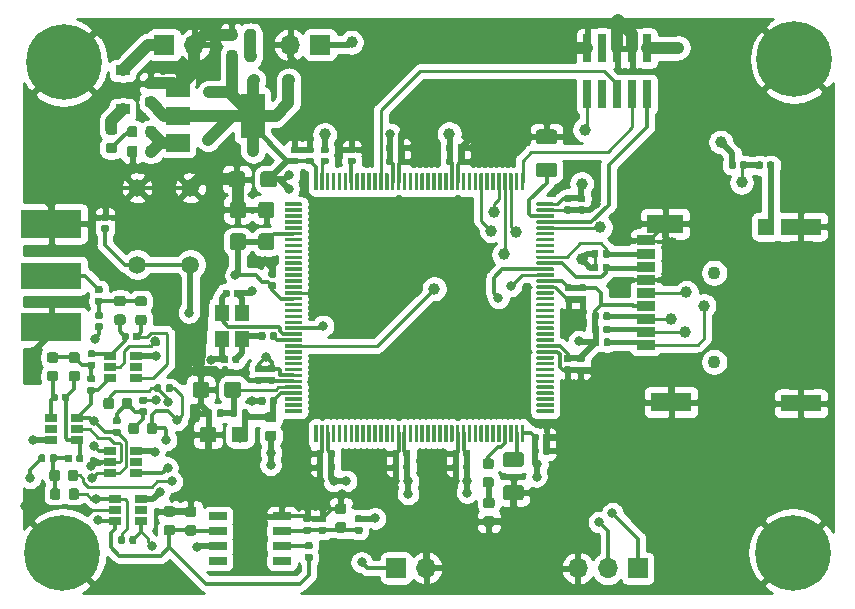
<source format=gbr>
G04 #@! TF.GenerationSoftware,KiCad,Pcbnew,(5.1.4)-1*
G04 #@! TF.CreationDate,2020-04-02T16:16:13+01:00*
G04 #@! TF.ProjectId,hydrophone_stm32_board,68796472-6f70-4686-9f6e-655f73746d33,rev?*
G04 #@! TF.SameCoordinates,Original*
G04 #@! TF.FileFunction,Copper,L1,Top*
G04 #@! TF.FilePolarity,Positive*
%FSLAX46Y46*%
G04 Gerber Fmt 4.6, Leading zero omitted, Abs format (unit mm)*
G04 Created by KiCad (PCBNEW (5.1.4)-1) date 2020-04-02 16:16:13*
%MOMM*%
%LPD*%
G04 APERTURE LIST*
%ADD10C,0.100000*%
%ADD11C,0.875000*%
%ADD12C,0.300000*%
%ADD13R,1.600000X0.850000*%
%ADD14C,1.100000*%
%ADD15R,3.500000X1.600000*%
%ADD16R,3.500000X1.400000*%
%ADD17R,3.100000X1.600000*%
%ADD18R,1.400000X1.400000*%
%ADD19C,0.800000*%
%ADD20C,6.400000*%
%ADD21C,1.350000*%
%ADD22C,0.590000*%
%ADD23C,1.250000*%
%ADD24R,1.200000X0.900000*%
%ADD25R,1.200000X1.400000*%
%ADD26R,1.525000X0.650000*%
%ADD27O,1.700000X1.700000*%
%ADD28R,1.700000X1.700000*%
%ADD29R,0.740000X2.400000*%
%ADD30R,5.080000X2.413000*%
%ADD31R,5.080000X2.286000*%
%ADD32C,1.500000*%
%ADD33R,2.000000X3.800000*%
%ADD34R,2.000000X1.500000*%
%ADD35R,1.060000X0.650000*%
%ADD36C,1.000000*%
%ADD37C,0.500000*%
%ADD38C,0.300000*%
%ADD39C,0.250000*%
%ADD40C,1.000000*%
%ADD41C,0.400000*%
%ADD42C,0.254000*%
G04 APERTURE END LIST*
D10*
G36*
X50016471Y-79716393D02*
G01*
X50037706Y-79719543D01*
X50058530Y-79724759D01*
X50078742Y-79731991D01*
X50098148Y-79741170D01*
X50116561Y-79752206D01*
X50133804Y-79764994D01*
X50149710Y-79779410D01*
X50164126Y-79795316D01*
X50176914Y-79812559D01*
X50187950Y-79830972D01*
X50197129Y-79850378D01*
X50204361Y-79870590D01*
X50209577Y-79891414D01*
X50212727Y-79912649D01*
X50213780Y-79934090D01*
X50213780Y-80446590D01*
X50212727Y-80468031D01*
X50209577Y-80489266D01*
X50204361Y-80510090D01*
X50197129Y-80530302D01*
X50187950Y-80549708D01*
X50176914Y-80568121D01*
X50164126Y-80585364D01*
X50149710Y-80601270D01*
X50133804Y-80615686D01*
X50116561Y-80628474D01*
X50098148Y-80639510D01*
X50078742Y-80648689D01*
X50058530Y-80655921D01*
X50037706Y-80661137D01*
X50016471Y-80664287D01*
X49995030Y-80665340D01*
X49557530Y-80665340D01*
X49536089Y-80664287D01*
X49514854Y-80661137D01*
X49494030Y-80655921D01*
X49473818Y-80648689D01*
X49454412Y-80639510D01*
X49435999Y-80628474D01*
X49418756Y-80615686D01*
X49402850Y-80601270D01*
X49388434Y-80585364D01*
X49375646Y-80568121D01*
X49364610Y-80549708D01*
X49355431Y-80530302D01*
X49348199Y-80510090D01*
X49342983Y-80489266D01*
X49339833Y-80468031D01*
X49338780Y-80446590D01*
X49338780Y-79934090D01*
X49339833Y-79912649D01*
X49342983Y-79891414D01*
X49348199Y-79870590D01*
X49355431Y-79850378D01*
X49364610Y-79830972D01*
X49375646Y-79812559D01*
X49388434Y-79795316D01*
X49402850Y-79779410D01*
X49418756Y-79764994D01*
X49435999Y-79752206D01*
X49454412Y-79741170D01*
X49473818Y-79731991D01*
X49494030Y-79724759D01*
X49514854Y-79719543D01*
X49536089Y-79716393D01*
X49557530Y-79715340D01*
X49995030Y-79715340D01*
X50016471Y-79716393D01*
X50016471Y-79716393D01*
G37*
D11*
X49776280Y-80190340D03*
D10*
G36*
X51591471Y-79716393D02*
G01*
X51612706Y-79719543D01*
X51633530Y-79724759D01*
X51653742Y-79731991D01*
X51673148Y-79741170D01*
X51691561Y-79752206D01*
X51708804Y-79764994D01*
X51724710Y-79779410D01*
X51739126Y-79795316D01*
X51751914Y-79812559D01*
X51762950Y-79830972D01*
X51772129Y-79850378D01*
X51779361Y-79870590D01*
X51784577Y-79891414D01*
X51787727Y-79912649D01*
X51788780Y-79934090D01*
X51788780Y-80446590D01*
X51787727Y-80468031D01*
X51784577Y-80489266D01*
X51779361Y-80510090D01*
X51772129Y-80530302D01*
X51762950Y-80549708D01*
X51751914Y-80568121D01*
X51739126Y-80585364D01*
X51724710Y-80601270D01*
X51708804Y-80615686D01*
X51691561Y-80628474D01*
X51673148Y-80639510D01*
X51653742Y-80648689D01*
X51633530Y-80655921D01*
X51612706Y-80661137D01*
X51591471Y-80664287D01*
X51570030Y-80665340D01*
X51132530Y-80665340D01*
X51111089Y-80664287D01*
X51089854Y-80661137D01*
X51069030Y-80655921D01*
X51048818Y-80648689D01*
X51029412Y-80639510D01*
X51010999Y-80628474D01*
X50993756Y-80615686D01*
X50977850Y-80601270D01*
X50963434Y-80585364D01*
X50950646Y-80568121D01*
X50939610Y-80549708D01*
X50930431Y-80530302D01*
X50923199Y-80510090D01*
X50917983Y-80489266D01*
X50914833Y-80468031D01*
X50913780Y-80446590D01*
X50913780Y-79934090D01*
X50914833Y-79912649D01*
X50917983Y-79891414D01*
X50923199Y-79870590D01*
X50930431Y-79850378D01*
X50939610Y-79830972D01*
X50950646Y-79812559D01*
X50963434Y-79795316D01*
X50977850Y-79779410D01*
X50993756Y-79764994D01*
X51010999Y-79752206D01*
X51029412Y-79741170D01*
X51048818Y-79731991D01*
X51069030Y-79724759D01*
X51089854Y-79719543D01*
X51111089Y-79716393D01*
X51132530Y-79715340D01*
X51570030Y-79715340D01*
X51591471Y-79716393D01*
X51591471Y-79716393D01*
G37*
D11*
X51351280Y-80190340D03*
D10*
G36*
X66080351Y-63172861D02*
G01*
X66087632Y-63173941D01*
X66094771Y-63175729D01*
X66101701Y-63178209D01*
X66108355Y-63181356D01*
X66114668Y-63185140D01*
X66120579Y-63189524D01*
X66126033Y-63194467D01*
X66130976Y-63199921D01*
X66135360Y-63205832D01*
X66139144Y-63212145D01*
X66142291Y-63218799D01*
X66144771Y-63225729D01*
X66146559Y-63232868D01*
X66147639Y-63240149D01*
X66148000Y-63247500D01*
X66148000Y-63397500D01*
X66147639Y-63404851D01*
X66146559Y-63412132D01*
X66144771Y-63419271D01*
X66142291Y-63426201D01*
X66139144Y-63432855D01*
X66135360Y-63439168D01*
X66130976Y-63445079D01*
X66126033Y-63450533D01*
X66120579Y-63455476D01*
X66114668Y-63459860D01*
X66108355Y-63463644D01*
X66101701Y-63466791D01*
X66094771Y-63469271D01*
X66087632Y-63471059D01*
X66080351Y-63472139D01*
X66073000Y-63472500D01*
X64748000Y-63472500D01*
X64740649Y-63472139D01*
X64733368Y-63471059D01*
X64726229Y-63469271D01*
X64719299Y-63466791D01*
X64712645Y-63463644D01*
X64706332Y-63459860D01*
X64700421Y-63455476D01*
X64694967Y-63450533D01*
X64690024Y-63445079D01*
X64685640Y-63439168D01*
X64681856Y-63432855D01*
X64678709Y-63426201D01*
X64676229Y-63419271D01*
X64674441Y-63412132D01*
X64673361Y-63404851D01*
X64673000Y-63397500D01*
X64673000Y-63247500D01*
X64673361Y-63240149D01*
X64674441Y-63232868D01*
X64676229Y-63225729D01*
X64678709Y-63218799D01*
X64681856Y-63212145D01*
X64685640Y-63205832D01*
X64690024Y-63199921D01*
X64694967Y-63194467D01*
X64700421Y-63189524D01*
X64706332Y-63185140D01*
X64712645Y-63181356D01*
X64719299Y-63178209D01*
X64726229Y-63175729D01*
X64733368Y-63173941D01*
X64740649Y-63172861D01*
X64748000Y-63172500D01*
X66073000Y-63172500D01*
X66080351Y-63172861D01*
X66080351Y-63172861D01*
G37*
D12*
X65410500Y-63322500D03*
D10*
G36*
X66080351Y-63672861D02*
G01*
X66087632Y-63673941D01*
X66094771Y-63675729D01*
X66101701Y-63678209D01*
X66108355Y-63681356D01*
X66114668Y-63685140D01*
X66120579Y-63689524D01*
X66126033Y-63694467D01*
X66130976Y-63699921D01*
X66135360Y-63705832D01*
X66139144Y-63712145D01*
X66142291Y-63718799D01*
X66144771Y-63725729D01*
X66146559Y-63732868D01*
X66147639Y-63740149D01*
X66148000Y-63747500D01*
X66148000Y-63897500D01*
X66147639Y-63904851D01*
X66146559Y-63912132D01*
X66144771Y-63919271D01*
X66142291Y-63926201D01*
X66139144Y-63932855D01*
X66135360Y-63939168D01*
X66130976Y-63945079D01*
X66126033Y-63950533D01*
X66120579Y-63955476D01*
X66114668Y-63959860D01*
X66108355Y-63963644D01*
X66101701Y-63966791D01*
X66094771Y-63969271D01*
X66087632Y-63971059D01*
X66080351Y-63972139D01*
X66073000Y-63972500D01*
X64748000Y-63972500D01*
X64740649Y-63972139D01*
X64733368Y-63971059D01*
X64726229Y-63969271D01*
X64719299Y-63966791D01*
X64712645Y-63963644D01*
X64706332Y-63959860D01*
X64700421Y-63955476D01*
X64694967Y-63950533D01*
X64690024Y-63945079D01*
X64685640Y-63939168D01*
X64681856Y-63932855D01*
X64678709Y-63926201D01*
X64676229Y-63919271D01*
X64674441Y-63912132D01*
X64673361Y-63904851D01*
X64673000Y-63897500D01*
X64673000Y-63747500D01*
X64673361Y-63740149D01*
X64674441Y-63732868D01*
X64676229Y-63725729D01*
X64678709Y-63718799D01*
X64681856Y-63712145D01*
X64685640Y-63705832D01*
X64690024Y-63699921D01*
X64694967Y-63694467D01*
X64700421Y-63689524D01*
X64706332Y-63685140D01*
X64712645Y-63681356D01*
X64719299Y-63678209D01*
X64726229Y-63675729D01*
X64733368Y-63673941D01*
X64740649Y-63672861D01*
X64748000Y-63672500D01*
X66073000Y-63672500D01*
X66080351Y-63672861D01*
X66080351Y-63672861D01*
G37*
D12*
X65410500Y-63822500D03*
D10*
G36*
X66080351Y-64172861D02*
G01*
X66087632Y-64173941D01*
X66094771Y-64175729D01*
X66101701Y-64178209D01*
X66108355Y-64181356D01*
X66114668Y-64185140D01*
X66120579Y-64189524D01*
X66126033Y-64194467D01*
X66130976Y-64199921D01*
X66135360Y-64205832D01*
X66139144Y-64212145D01*
X66142291Y-64218799D01*
X66144771Y-64225729D01*
X66146559Y-64232868D01*
X66147639Y-64240149D01*
X66148000Y-64247500D01*
X66148000Y-64397500D01*
X66147639Y-64404851D01*
X66146559Y-64412132D01*
X66144771Y-64419271D01*
X66142291Y-64426201D01*
X66139144Y-64432855D01*
X66135360Y-64439168D01*
X66130976Y-64445079D01*
X66126033Y-64450533D01*
X66120579Y-64455476D01*
X66114668Y-64459860D01*
X66108355Y-64463644D01*
X66101701Y-64466791D01*
X66094771Y-64469271D01*
X66087632Y-64471059D01*
X66080351Y-64472139D01*
X66073000Y-64472500D01*
X64748000Y-64472500D01*
X64740649Y-64472139D01*
X64733368Y-64471059D01*
X64726229Y-64469271D01*
X64719299Y-64466791D01*
X64712645Y-64463644D01*
X64706332Y-64459860D01*
X64700421Y-64455476D01*
X64694967Y-64450533D01*
X64690024Y-64445079D01*
X64685640Y-64439168D01*
X64681856Y-64432855D01*
X64678709Y-64426201D01*
X64676229Y-64419271D01*
X64674441Y-64412132D01*
X64673361Y-64404851D01*
X64673000Y-64397500D01*
X64673000Y-64247500D01*
X64673361Y-64240149D01*
X64674441Y-64232868D01*
X64676229Y-64225729D01*
X64678709Y-64218799D01*
X64681856Y-64212145D01*
X64685640Y-64205832D01*
X64690024Y-64199921D01*
X64694967Y-64194467D01*
X64700421Y-64189524D01*
X64706332Y-64185140D01*
X64712645Y-64181356D01*
X64719299Y-64178209D01*
X64726229Y-64175729D01*
X64733368Y-64173941D01*
X64740649Y-64172861D01*
X64748000Y-64172500D01*
X66073000Y-64172500D01*
X66080351Y-64172861D01*
X66080351Y-64172861D01*
G37*
D12*
X65410500Y-64322500D03*
D10*
G36*
X66080351Y-64672861D02*
G01*
X66087632Y-64673941D01*
X66094771Y-64675729D01*
X66101701Y-64678209D01*
X66108355Y-64681356D01*
X66114668Y-64685140D01*
X66120579Y-64689524D01*
X66126033Y-64694467D01*
X66130976Y-64699921D01*
X66135360Y-64705832D01*
X66139144Y-64712145D01*
X66142291Y-64718799D01*
X66144771Y-64725729D01*
X66146559Y-64732868D01*
X66147639Y-64740149D01*
X66148000Y-64747500D01*
X66148000Y-64897500D01*
X66147639Y-64904851D01*
X66146559Y-64912132D01*
X66144771Y-64919271D01*
X66142291Y-64926201D01*
X66139144Y-64932855D01*
X66135360Y-64939168D01*
X66130976Y-64945079D01*
X66126033Y-64950533D01*
X66120579Y-64955476D01*
X66114668Y-64959860D01*
X66108355Y-64963644D01*
X66101701Y-64966791D01*
X66094771Y-64969271D01*
X66087632Y-64971059D01*
X66080351Y-64972139D01*
X66073000Y-64972500D01*
X64748000Y-64972500D01*
X64740649Y-64972139D01*
X64733368Y-64971059D01*
X64726229Y-64969271D01*
X64719299Y-64966791D01*
X64712645Y-64963644D01*
X64706332Y-64959860D01*
X64700421Y-64955476D01*
X64694967Y-64950533D01*
X64690024Y-64945079D01*
X64685640Y-64939168D01*
X64681856Y-64932855D01*
X64678709Y-64926201D01*
X64676229Y-64919271D01*
X64674441Y-64912132D01*
X64673361Y-64904851D01*
X64673000Y-64897500D01*
X64673000Y-64747500D01*
X64673361Y-64740149D01*
X64674441Y-64732868D01*
X64676229Y-64725729D01*
X64678709Y-64718799D01*
X64681856Y-64712145D01*
X64685640Y-64705832D01*
X64690024Y-64699921D01*
X64694967Y-64694467D01*
X64700421Y-64689524D01*
X64706332Y-64685140D01*
X64712645Y-64681356D01*
X64719299Y-64678209D01*
X64726229Y-64675729D01*
X64733368Y-64673941D01*
X64740649Y-64672861D01*
X64748000Y-64672500D01*
X66073000Y-64672500D01*
X66080351Y-64672861D01*
X66080351Y-64672861D01*
G37*
D12*
X65410500Y-64822500D03*
D10*
G36*
X66080351Y-65172861D02*
G01*
X66087632Y-65173941D01*
X66094771Y-65175729D01*
X66101701Y-65178209D01*
X66108355Y-65181356D01*
X66114668Y-65185140D01*
X66120579Y-65189524D01*
X66126033Y-65194467D01*
X66130976Y-65199921D01*
X66135360Y-65205832D01*
X66139144Y-65212145D01*
X66142291Y-65218799D01*
X66144771Y-65225729D01*
X66146559Y-65232868D01*
X66147639Y-65240149D01*
X66148000Y-65247500D01*
X66148000Y-65397500D01*
X66147639Y-65404851D01*
X66146559Y-65412132D01*
X66144771Y-65419271D01*
X66142291Y-65426201D01*
X66139144Y-65432855D01*
X66135360Y-65439168D01*
X66130976Y-65445079D01*
X66126033Y-65450533D01*
X66120579Y-65455476D01*
X66114668Y-65459860D01*
X66108355Y-65463644D01*
X66101701Y-65466791D01*
X66094771Y-65469271D01*
X66087632Y-65471059D01*
X66080351Y-65472139D01*
X66073000Y-65472500D01*
X64748000Y-65472500D01*
X64740649Y-65472139D01*
X64733368Y-65471059D01*
X64726229Y-65469271D01*
X64719299Y-65466791D01*
X64712645Y-65463644D01*
X64706332Y-65459860D01*
X64700421Y-65455476D01*
X64694967Y-65450533D01*
X64690024Y-65445079D01*
X64685640Y-65439168D01*
X64681856Y-65432855D01*
X64678709Y-65426201D01*
X64676229Y-65419271D01*
X64674441Y-65412132D01*
X64673361Y-65404851D01*
X64673000Y-65397500D01*
X64673000Y-65247500D01*
X64673361Y-65240149D01*
X64674441Y-65232868D01*
X64676229Y-65225729D01*
X64678709Y-65218799D01*
X64681856Y-65212145D01*
X64685640Y-65205832D01*
X64690024Y-65199921D01*
X64694967Y-65194467D01*
X64700421Y-65189524D01*
X64706332Y-65185140D01*
X64712645Y-65181356D01*
X64719299Y-65178209D01*
X64726229Y-65175729D01*
X64733368Y-65173941D01*
X64740649Y-65172861D01*
X64748000Y-65172500D01*
X66073000Y-65172500D01*
X66080351Y-65172861D01*
X66080351Y-65172861D01*
G37*
D12*
X65410500Y-65322500D03*
D10*
G36*
X66080351Y-65672861D02*
G01*
X66087632Y-65673941D01*
X66094771Y-65675729D01*
X66101701Y-65678209D01*
X66108355Y-65681356D01*
X66114668Y-65685140D01*
X66120579Y-65689524D01*
X66126033Y-65694467D01*
X66130976Y-65699921D01*
X66135360Y-65705832D01*
X66139144Y-65712145D01*
X66142291Y-65718799D01*
X66144771Y-65725729D01*
X66146559Y-65732868D01*
X66147639Y-65740149D01*
X66148000Y-65747500D01*
X66148000Y-65897500D01*
X66147639Y-65904851D01*
X66146559Y-65912132D01*
X66144771Y-65919271D01*
X66142291Y-65926201D01*
X66139144Y-65932855D01*
X66135360Y-65939168D01*
X66130976Y-65945079D01*
X66126033Y-65950533D01*
X66120579Y-65955476D01*
X66114668Y-65959860D01*
X66108355Y-65963644D01*
X66101701Y-65966791D01*
X66094771Y-65969271D01*
X66087632Y-65971059D01*
X66080351Y-65972139D01*
X66073000Y-65972500D01*
X64748000Y-65972500D01*
X64740649Y-65972139D01*
X64733368Y-65971059D01*
X64726229Y-65969271D01*
X64719299Y-65966791D01*
X64712645Y-65963644D01*
X64706332Y-65959860D01*
X64700421Y-65955476D01*
X64694967Y-65950533D01*
X64690024Y-65945079D01*
X64685640Y-65939168D01*
X64681856Y-65932855D01*
X64678709Y-65926201D01*
X64676229Y-65919271D01*
X64674441Y-65912132D01*
X64673361Y-65904851D01*
X64673000Y-65897500D01*
X64673000Y-65747500D01*
X64673361Y-65740149D01*
X64674441Y-65732868D01*
X64676229Y-65725729D01*
X64678709Y-65718799D01*
X64681856Y-65712145D01*
X64685640Y-65705832D01*
X64690024Y-65699921D01*
X64694967Y-65694467D01*
X64700421Y-65689524D01*
X64706332Y-65685140D01*
X64712645Y-65681356D01*
X64719299Y-65678209D01*
X64726229Y-65675729D01*
X64733368Y-65673941D01*
X64740649Y-65672861D01*
X64748000Y-65672500D01*
X66073000Y-65672500D01*
X66080351Y-65672861D01*
X66080351Y-65672861D01*
G37*
D12*
X65410500Y-65822500D03*
D10*
G36*
X66080351Y-66172861D02*
G01*
X66087632Y-66173941D01*
X66094771Y-66175729D01*
X66101701Y-66178209D01*
X66108355Y-66181356D01*
X66114668Y-66185140D01*
X66120579Y-66189524D01*
X66126033Y-66194467D01*
X66130976Y-66199921D01*
X66135360Y-66205832D01*
X66139144Y-66212145D01*
X66142291Y-66218799D01*
X66144771Y-66225729D01*
X66146559Y-66232868D01*
X66147639Y-66240149D01*
X66148000Y-66247500D01*
X66148000Y-66397500D01*
X66147639Y-66404851D01*
X66146559Y-66412132D01*
X66144771Y-66419271D01*
X66142291Y-66426201D01*
X66139144Y-66432855D01*
X66135360Y-66439168D01*
X66130976Y-66445079D01*
X66126033Y-66450533D01*
X66120579Y-66455476D01*
X66114668Y-66459860D01*
X66108355Y-66463644D01*
X66101701Y-66466791D01*
X66094771Y-66469271D01*
X66087632Y-66471059D01*
X66080351Y-66472139D01*
X66073000Y-66472500D01*
X64748000Y-66472500D01*
X64740649Y-66472139D01*
X64733368Y-66471059D01*
X64726229Y-66469271D01*
X64719299Y-66466791D01*
X64712645Y-66463644D01*
X64706332Y-66459860D01*
X64700421Y-66455476D01*
X64694967Y-66450533D01*
X64690024Y-66445079D01*
X64685640Y-66439168D01*
X64681856Y-66432855D01*
X64678709Y-66426201D01*
X64676229Y-66419271D01*
X64674441Y-66412132D01*
X64673361Y-66404851D01*
X64673000Y-66397500D01*
X64673000Y-66247500D01*
X64673361Y-66240149D01*
X64674441Y-66232868D01*
X64676229Y-66225729D01*
X64678709Y-66218799D01*
X64681856Y-66212145D01*
X64685640Y-66205832D01*
X64690024Y-66199921D01*
X64694967Y-66194467D01*
X64700421Y-66189524D01*
X64706332Y-66185140D01*
X64712645Y-66181356D01*
X64719299Y-66178209D01*
X64726229Y-66175729D01*
X64733368Y-66173941D01*
X64740649Y-66172861D01*
X64748000Y-66172500D01*
X66073000Y-66172500D01*
X66080351Y-66172861D01*
X66080351Y-66172861D01*
G37*
D12*
X65410500Y-66322500D03*
D10*
G36*
X66080351Y-66672861D02*
G01*
X66087632Y-66673941D01*
X66094771Y-66675729D01*
X66101701Y-66678209D01*
X66108355Y-66681356D01*
X66114668Y-66685140D01*
X66120579Y-66689524D01*
X66126033Y-66694467D01*
X66130976Y-66699921D01*
X66135360Y-66705832D01*
X66139144Y-66712145D01*
X66142291Y-66718799D01*
X66144771Y-66725729D01*
X66146559Y-66732868D01*
X66147639Y-66740149D01*
X66148000Y-66747500D01*
X66148000Y-66897500D01*
X66147639Y-66904851D01*
X66146559Y-66912132D01*
X66144771Y-66919271D01*
X66142291Y-66926201D01*
X66139144Y-66932855D01*
X66135360Y-66939168D01*
X66130976Y-66945079D01*
X66126033Y-66950533D01*
X66120579Y-66955476D01*
X66114668Y-66959860D01*
X66108355Y-66963644D01*
X66101701Y-66966791D01*
X66094771Y-66969271D01*
X66087632Y-66971059D01*
X66080351Y-66972139D01*
X66073000Y-66972500D01*
X64748000Y-66972500D01*
X64740649Y-66972139D01*
X64733368Y-66971059D01*
X64726229Y-66969271D01*
X64719299Y-66966791D01*
X64712645Y-66963644D01*
X64706332Y-66959860D01*
X64700421Y-66955476D01*
X64694967Y-66950533D01*
X64690024Y-66945079D01*
X64685640Y-66939168D01*
X64681856Y-66932855D01*
X64678709Y-66926201D01*
X64676229Y-66919271D01*
X64674441Y-66912132D01*
X64673361Y-66904851D01*
X64673000Y-66897500D01*
X64673000Y-66747500D01*
X64673361Y-66740149D01*
X64674441Y-66732868D01*
X64676229Y-66725729D01*
X64678709Y-66718799D01*
X64681856Y-66712145D01*
X64685640Y-66705832D01*
X64690024Y-66699921D01*
X64694967Y-66694467D01*
X64700421Y-66689524D01*
X64706332Y-66685140D01*
X64712645Y-66681356D01*
X64719299Y-66678209D01*
X64726229Y-66675729D01*
X64733368Y-66673941D01*
X64740649Y-66672861D01*
X64748000Y-66672500D01*
X66073000Y-66672500D01*
X66080351Y-66672861D01*
X66080351Y-66672861D01*
G37*
D12*
X65410500Y-66822500D03*
D10*
G36*
X66080351Y-67172861D02*
G01*
X66087632Y-67173941D01*
X66094771Y-67175729D01*
X66101701Y-67178209D01*
X66108355Y-67181356D01*
X66114668Y-67185140D01*
X66120579Y-67189524D01*
X66126033Y-67194467D01*
X66130976Y-67199921D01*
X66135360Y-67205832D01*
X66139144Y-67212145D01*
X66142291Y-67218799D01*
X66144771Y-67225729D01*
X66146559Y-67232868D01*
X66147639Y-67240149D01*
X66148000Y-67247500D01*
X66148000Y-67397500D01*
X66147639Y-67404851D01*
X66146559Y-67412132D01*
X66144771Y-67419271D01*
X66142291Y-67426201D01*
X66139144Y-67432855D01*
X66135360Y-67439168D01*
X66130976Y-67445079D01*
X66126033Y-67450533D01*
X66120579Y-67455476D01*
X66114668Y-67459860D01*
X66108355Y-67463644D01*
X66101701Y-67466791D01*
X66094771Y-67469271D01*
X66087632Y-67471059D01*
X66080351Y-67472139D01*
X66073000Y-67472500D01*
X64748000Y-67472500D01*
X64740649Y-67472139D01*
X64733368Y-67471059D01*
X64726229Y-67469271D01*
X64719299Y-67466791D01*
X64712645Y-67463644D01*
X64706332Y-67459860D01*
X64700421Y-67455476D01*
X64694967Y-67450533D01*
X64690024Y-67445079D01*
X64685640Y-67439168D01*
X64681856Y-67432855D01*
X64678709Y-67426201D01*
X64676229Y-67419271D01*
X64674441Y-67412132D01*
X64673361Y-67404851D01*
X64673000Y-67397500D01*
X64673000Y-67247500D01*
X64673361Y-67240149D01*
X64674441Y-67232868D01*
X64676229Y-67225729D01*
X64678709Y-67218799D01*
X64681856Y-67212145D01*
X64685640Y-67205832D01*
X64690024Y-67199921D01*
X64694967Y-67194467D01*
X64700421Y-67189524D01*
X64706332Y-67185140D01*
X64712645Y-67181356D01*
X64719299Y-67178209D01*
X64726229Y-67175729D01*
X64733368Y-67173941D01*
X64740649Y-67172861D01*
X64748000Y-67172500D01*
X66073000Y-67172500D01*
X66080351Y-67172861D01*
X66080351Y-67172861D01*
G37*
D12*
X65410500Y-67322500D03*
D10*
G36*
X66080351Y-67672861D02*
G01*
X66087632Y-67673941D01*
X66094771Y-67675729D01*
X66101701Y-67678209D01*
X66108355Y-67681356D01*
X66114668Y-67685140D01*
X66120579Y-67689524D01*
X66126033Y-67694467D01*
X66130976Y-67699921D01*
X66135360Y-67705832D01*
X66139144Y-67712145D01*
X66142291Y-67718799D01*
X66144771Y-67725729D01*
X66146559Y-67732868D01*
X66147639Y-67740149D01*
X66148000Y-67747500D01*
X66148000Y-67897500D01*
X66147639Y-67904851D01*
X66146559Y-67912132D01*
X66144771Y-67919271D01*
X66142291Y-67926201D01*
X66139144Y-67932855D01*
X66135360Y-67939168D01*
X66130976Y-67945079D01*
X66126033Y-67950533D01*
X66120579Y-67955476D01*
X66114668Y-67959860D01*
X66108355Y-67963644D01*
X66101701Y-67966791D01*
X66094771Y-67969271D01*
X66087632Y-67971059D01*
X66080351Y-67972139D01*
X66073000Y-67972500D01*
X64748000Y-67972500D01*
X64740649Y-67972139D01*
X64733368Y-67971059D01*
X64726229Y-67969271D01*
X64719299Y-67966791D01*
X64712645Y-67963644D01*
X64706332Y-67959860D01*
X64700421Y-67955476D01*
X64694967Y-67950533D01*
X64690024Y-67945079D01*
X64685640Y-67939168D01*
X64681856Y-67932855D01*
X64678709Y-67926201D01*
X64676229Y-67919271D01*
X64674441Y-67912132D01*
X64673361Y-67904851D01*
X64673000Y-67897500D01*
X64673000Y-67747500D01*
X64673361Y-67740149D01*
X64674441Y-67732868D01*
X64676229Y-67725729D01*
X64678709Y-67718799D01*
X64681856Y-67712145D01*
X64685640Y-67705832D01*
X64690024Y-67699921D01*
X64694967Y-67694467D01*
X64700421Y-67689524D01*
X64706332Y-67685140D01*
X64712645Y-67681356D01*
X64719299Y-67678209D01*
X64726229Y-67675729D01*
X64733368Y-67673941D01*
X64740649Y-67672861D01*
X64748000Y-67672500D01*
X66073000Y-67672500D01*
X66080351Y-67672861D01*
X66080351Y-67672861D01*
G37*
D12*
X65410500Y-67822500D03*
D10*
G36*
X66080351Y-68172861D02*
G01*
X66087632Y-68173941D01*
X66094771Y-68175729D01*
X66101701Y-68178209D01*
X66108355Y-68181356D01*
X66114668Y-68185140D01*
X66120579Y-68189524D01*
X66126033Y-68194467D01*
X66130976Y-68199921D01*
X66135360Y-68205832D01*
X66139144Y-68212145D01*
X66142291Y-68218799D01*
X66144771Y-68225729D01*
X66146559Y-68232868D01*
X66147639Y-68240149D01*
X66148000Y-68247500D01*
X66148000Y-68397500D01*
X66147639Y-68404851D01*
X66146559Y-68412132D01*
X66144771Y-68419271D01*
X66142291Y-68426201D01*
X66139144Y-68432855D01*
X66135360Y-68439168D01*
X66130976Y-68445079D01*
X66126033Y-68450533D01*
X66120579Y-68455476D01*
X66114668Y-68459860D01*
X66108355Y-68463644D01*
X66101701Y-68466791D01*
X66094771Y-68469271D01*
X66087632Y-68471059D01*
X66080351Y-68472139D01*
X66073000Y-68472500D01*
X64748000Y-68472500D01*
X64740649Y-68472139D01*
X64733368Y-68471059D01*
X64726229Y-68469271D01*
X64719299Y-68466791D01*
X64712645Y-68463644D01*
X64706332Y-68459860D01*
X64700421Y-68455476D01*
X64694967Y-68450533D01*
X64690024Y-68445079D01*
X64685640Y-68439168D01*
X64681856Y-68432855D01*
X64678709Y-68426201D01*
X64676229Y-68419271D01*
X64674441Y-68412132D01*
X64673361Y-68404851D01*
X64673000Y-68397500D01*
X64673000Y-68247500D01*
X64673361Y-68240149D01*
X64674441Y-68232868D01*
X64676229Y-68225729D01*
X64678709Y-68218799D01*
X64681856Y-68212145D01*
X64685640Y-68205832D01*
X64690024Y-68199921D01*
X64694967Y-68194467D01*
X64700421Y-68189524D01*
X64706332Y-68185140D01*
X64712645Y-68181356D01*
X64719299Y-68178209D01*
X64726229Y-68175729D01*
X64733368Y-68173941D01*
X64740649Y-68172861D01*
X64748000Y-68172500D01*
X66073000Y-68172500D01*
X66080351Y-68172861D01*
X66080351Y-68172861D01*
G37*
D12*
X65410500Y-68322500D03*
D10*
G36*
X66080351Y-68672861D02*
G01*
X66087632Y-68673941D01*
X66094771Y-68675729D01*
X66101701Y-68678209D01*
X66108355Y-68681356D01*
X66114668Y-68685140D01*
X66120579Y-68689524D01*
X66126033Y-68694467D01*
X66130976Y-68699921D01*
X66135360Y-68705832D01*
X66139144Y-68712145D01*
X66142291Y-68718799D01*
X66144771Y-68725729D01*
X66146559Y-68732868D01*
X66147639Y-68740149D01*
X66148000Y-68747500D01*
X66148000Y-68897500D01*
X66147639Y-68904851D01*
X66146559Y-68912132D01*
X66144771Y-68919271D01*
X66142291Y-68926201D01*
X66139144Y-68932855D01*
X66135360Y-68939168D01*
X66130976Y-68945079D01*
X66126033Y-68950533D01*
X66120579Y-68955476D01*
X66114668Y-68959860D01*
X66108355Y-68963644D01*
X66101701Y-68966791D01*
X66094771Y-68969271D01*
X66087632Y-68971059D01*
X66080351Y-68972139D01*
X66073000Y-68972500D01*
X64748000Y-68972500D01*
X64740649Y-68972139D01*
X64733368Y-68971059D01*
X64726229Y-68969271D01*
X64719299Y-68966791D01*
X64712645Y-68963644D01*
X64706332Y-68959860D01*
X64700421Y-68955476D01*
X64694967Y-68950533D01*
X64690024Y-68945079D01*
X64685640Y-68939168D01*
X64681856Y-68932855D01*
X64678709Y-68926201D01*
X64676229Y-68919271D01*
X64674441Y-68912132D01*
X64673361Y-68904851D01*
X64673000Y-68897500D01*
X64673000Y-68747500D01*
X64673361Y-68740149D01*
X64674441Y-68732868D01*
X64676229Y-68725729D01*
X64678709Y-68718799D01*
X64681856Y-68712145D01*
X64685640Y-68705832D01*
X64690024Y-68699921D01*
X64694967Y-68694467D01*
X64700421Y-68689524D01*
X64706332Y-68685140D01*
X64712645Y-68681356D01*
X64719299Y-68678209D01*
X64726229Y-68675729D01*
X64733368Y-68673941D01*
X64740649Y-68672861D01*
X64748000Y-68672500D01*
X66073000Y-68672500D01*
X66080351Y-68672861D01*
X66080351Y-68672861D01*
G37*
D12*
X65410500Y-68822500D03*
D10*
G36*
X66080351Y-69172861D02*
G01*
X66087632Y-69173941D01*
X66094771Y-69175729D01*
X66101701Y-69178209D01*
X66108355Y-69181356D01*
X66114668Y-69185140D01*
X66120579Y-69189524D01*
X66126033Y-69194467D01*
X66130976Y-69199921D01*
X66135360Y-69205832D01*
X66139144Y-69212145D01*
X66142291Y-69218799D01*
X66144771Y-69225729D01*
X66146559Y-69232868D01*
X66147639Y-69240149D01*
X66148000Y-69247500D01*
X66148000Y-69397500D01*
X66147639Y-69404851D01*
X66146559Y-69412132D01*
X66144771Y-69419271D01*
X66142291Y-69426201D01*
X66139144Y-69432855D01*
X66135360Y-69439168D01*
X66130976Y-69445079D01*
X66126033Y-69450533D01*
X66120579Y-69455476D01*
X66114668Y-69459860D01*
X66108355Y-69463644D01*
X66101701Y-69466791D01*
X66094771Y-69469271D01*
X66087632Y-69471059D01*
X66080351Y-69472139D01*
X66073000Y-69472500D01*
X64748000Y-69472500D01*
X64740649Y-69472139D01*
X64733368Y-69471059D01*
X64726229Y-69469271D01*
X64719299Y-69466791D01*
X64712645Y-69463644D01*
X64706332Y-69459860D01*
X64700421Y-69455476D01*
X64694967Y-69450533D01*
X64690024Y-69445079D01*
X64685640Y-69439168D01*
X64681856Y-69432855D01*
X64678709Y-69426201D01*
X64676229Y-69419271D01*
X64674441Y-69412132D01*
X64673361Y-69404851D01*
X64673000Y-69397500D01*
X64673000Y-69247500D01*
X64673361Y-69240149D01*
X64674441Y-69232868D01*
X64676229Y-69225729D01*
X64678709Y-69218799D01*
X64681856Y-69212145D01*
X64685640Y-69205832D01*
X64690024Y-69199921D01*
X64694967Y-69194467D01*
X64700421Y-69189524D01*
X64706332Y-69185140D01*
X64712645Y-69181356D01*
X64719299Y-69178209D01*
X64726229Y-69175729D01*
X64733368Y-69173941D01*
X64740649Y-69172861D01*
X64748000Y-69172500D01*
X66073000Y-69172500D01*
X66080351Y-69172861D01*
X66080351Y-69172861D01*
G37*
D12*
X65410500Y-69322500D03*
D10*
G36*
X66080351Y-69672861D02*
G01*
X66087632Y-69673941D01*
X66094771Y-69675729D01*
X66101701Y-69678209D01*
X66108355Y-69681356D01*
X66114668Y-69685140D01*
X66120579Y-69689524D01*
X66126033Y-69694467D01*
X66130976Y-69699921D01*
X66135360Y-69705832D01*
X66139144Y-69712145D01*
X66142291Y-69718799D01*
X66144771Y-69725729D01*
X66146559Y-69732868D01*
X66147639Y-69740149D01*
X66148000Y-69747500D01*
X66148000Y-69897500D01*
X66147639Y-69904851D01*
X66146559Y-69912132D01*
X66144771Y-69919271D01*
X66142291Y-69926201D01*
X66139144Y-69932855D01*
X66135360Y-69939168D01*
X66130976Y-69945079D01*
X66126033Y-69950533D01*
X66120579Y-69955476D01*
X66114668Y-69959860D01*
X66108355Y-69963644D01*
X66101701Y-69966791D01*
X66094771Y-69969271D01*
X66087632Y-69971059D01*
X66080351Y-69972139D01*
X66073000Y-69972500D01*
X64748000Y-69972500D01*
X64740649Y-69972139D01*
X64733368Y-69971059D01*
X64726229Y-69969271D01*
X64719299Y-69966791D01*
X64712645Y-69963644D01*
X64706332Y-69959860D01*
X64700421Y-69955476D01*
X64694967Y-69950533D01*
X64690024Y-69945079D01*
X64685640Y-69939168D01*
X64681856Y-69932855D01*
X64678709Y-69926201D01*
X64676229Y-69919271D01*
X64674441Y-69912132D01*
X64673361Y-69904851D01*
X64673000Y-69897500D01*
X64673000Y-69747500D01*
X64673361Y-69740149D01*
X64674441Y-69732868D01*
X64676229Y-69725729D01*
X64678709Y-69718799D01*
X64681856Y-69712145D01*
X64685640Y-69705832D01*
X64690024Y-69699921D01*
X64694967Y-69694467D01*
X64700421Y-69689524D01*
X64706332Y-69685140D01*
X64712645Y-69681356D01*
X64719299Y-69678209D01*
X64726229Y-69675729D01*
X64733368Y-69673941D01*
X64740649Y-69672861D01*
X64748000Y-69672500D01*
X66073000Y-69672500D01*
X66080351Y-69672861D01*
X66080351Y-69672861D01*
G37*
D12*
X65410500Y-69822500D03*
D10*
G36*
X66080351Y-70172861D02*
G01*
X66087632Y-70173941D01*
X66094771Y-70175729D01*
X66101701Y-70178209D01*
X66108355Y-70181356D01*
X66114668Y-70185140D01*
X66120579Y-70189524D01*
X66126033Y-70194467D01*
X66130976Y-70199921D01*
X66135360Y-70205832D01*
X66139144Y-70212145D01*
X66142291Y-70218799D01*
X66144771Y-70225729D01*
X66146559Y-70232868D01*
X66147639Y-70240149D01*
X66148000Y-70247500D01*
X66148000Y-70397500D01*
X66147639Y-70404851D01*
X66146559Y-70412132D01*
X66144771Y-70419271D01*
X66142291Y-70426201D01*
X66139144Y-70432855D01*
X66135360Y-70439168D01*
X66130976Y-70445079D01*
X66126033Y-70450533D01*
X66120579Y-70455476D01*
X66114668Y-70459860D01*
X66108355Y-70463644D01*
X66101701Y-70466791D01*
X66094771Y-70469271D01*
X66087632Y-70471059D01*
X66080351Y-70472139D01*
X66073000Y-70472500D01*
X64748000Y-70472500D01*
X64740649Y-70472139D01*
X64733368Y-70471059D01*
X64726229Y-70469271D01*
X64719299Y-70466791D01*
X64712645Y-70463644D01*
X64706332Y-70459860D01*
X64700421Y-70455476D01*
X64694967Y-70450533D01*
X64690024Y-70445079D01*
X64685640Y-70439168D01*
X64681856Y-70432855D01*
X64678709Y-70426201D01*
X64676229Y-70419271D01*
X64674441Y-70412132D01*
X64673361Y-70404851D01*
X64673000Y-70397500D01*
X64673000Y-70247500D01*
X64673361Y-70240149D01*
X64674441Y-70232868D01*
X64676229Y-70225729D01*
X64678709Y-70218799D01*
X64681856Y-70212145D01*
X64685640Y-70205832D01*
X64690024Y-70199921D01*
X64694967Y-70194467D01*
X64700421Y-70189524D01*
X64706332Y-70185140D01*
X64712645Y-70181356D01*
X64719299Y-70178209D01*
X64726229Y-70175729D01*
X64733368Y-70173941D01*
X64740649Y-70172861D01*
X64748000Y-70172500D01*
X66073000Y-70172500D01*
X66080351Y-70172861D01*
X66080351Y-70172861D01*
G37*
D12*
X65410500Y-70322500D03*
D10*
G36*
X66080351Y-70672861D02*
G01*
X66087632Y-70673941D01*
X66094771Y-70675729D01*
X66101701Y-70678209D01*
X66108355Y-70681356D01*
X66114668Y-70685140D01*
X66120579Y-70689524D01*
X66126033Y-70694467D01*
X66130976Y-70699921D01*
X66135360Y-70705832D01*
X66139144Y-70712145D01*
X66142291Y-70718799D01*
X66144771Y-70725729D01*
X66146559Y-70732868D01*
X66147639Y-70740149D01*
X66148000Y-70747500D01*
X66148000Y-70897500D01*
X66147639Y-70904851D01*
X66146559Y-70912132D01*
X66144771Y-70919271D01*
X66142291Y-70926201D01*
X66139144Y-70932855D01*
X66135360Y-70939168D01*
X66130976Y-70945079D01*
X66126033Y-70950533D01*
X66120579Y-70955476D01*
X66114668Y-70959860D01*
X66108355Y-70963644D01*
X66101701Y-70966791D01*
X66094771Y-70969271D01*
X66087632Y-70971059D01*
X66080351Y-70972139D01*
X66073000Y-70972500D01*
X64748000Y-70972500D01*
X64740649Y-70972139D01*
X64733368Y-70971059D01*
X64726229Y-70969271D01*
X64719299Y-70966791D01*
X64712645Y-70963644D01*
X64706332Y-70959860D01*
X64700421Y-70955476D01*
X64694967Y-70950533D01*
X64690024Y-70945079D01*
X64685640Y-70939168D01*
X64681856Y-70932855D01*
X64678709Y-70926201D01*
X64676229Y-70919271D01*
X64674441Y-70912132D01*
X64673361Y-70904851D01*
X64673000Y-70897500D01*
X64673000Y-70747500D01*
X64673361Y-70740149D01*
X64674441Y-70732868D01*
X64676229Y-70725729D01*
X64678709Y-70718799D01*
X64681856Y-70712145D01*
X64685640Y-70705832D01*
X64690024Y-70699921D01*
X64694967Y-70694467D01*
X64700421Y-70689524D01*
X64706332Y-70685140D01*
X64712645Y-70681356D01*
X64719299Y-70678209D01*
X64726229Y-70675729D01*
X64733368Y-70673941D01*
X64740649Y-70672861D01*
X64748000Y-70672500D01*
X66073000Y-70672500D01*
X66080351Y-70672861D01*
X66080351Y-70672861D01*
G37*
D12*
X65410500Y-70822500D03*
D10*
G36*
X66080351Y-71172861D02*
G01*
X66087632Y-71173941D01*
X66094771Y-71175729D01*
X66101701Y-71178209D01*
X66108355Y-71181356D01*
X66114668Y-71185140D01*
X66120579Y-71189524D01*
X66126033Y-71194467D01*
X66130976Y-71199921D01*
X66135360Y-71205832D01*
X66139144Y-71212145D01*
X66142291Y-71218799D01*
X66144771Y-71225729D01*
X66146559Y-71232868D01*
X66147639Y-71240149D01*
X66148000Y-71247500D01*
X66148000Y-71397500D01*
X66147639Y-71404851D01*
X66146559Y-71412132D01*
X66144771Y-71419271D01*
X66142291Y-71426201D01*
X66139144Y-71432855D01*
X66135360Y-71439168D01*
X66130976Y-71445079D01*
X66126033Y-71450533D01*
X66120579Y-71455476D01*
X66114668Y-71459860D01*
X66108355Y-71463644D01*
X66101701Y-71466791D01*
X66094771Y-71469271D01*
X66087632Y-71471059D01*
X66080351Y-71472139D01*
X66073000Y-71472500D01*
X64748000Y-71472500D01*
X64740649Y-71472139D01*
X64733368Y-71471059D01*
X64726229Y-71469271D01*
X64719299Y-71466791D01*
X64712645Y-71463644D01*
X64706332Y-71459860D01*
X64700421Y-71455476D01*
X64694967Y-71450533D01*
X64690024Y-71445079D01*
X64685640Y-71439168D01*
X64681856Y-71432855D01*
X64678709Y-71426201D01*
X64676229Y-71419271D01*
X64674441Y-71412132D01*
X64673361Y-71404851D01*
X64673000Y-71397500D01*
X64673000Y-71247500D01*
X64673361Y-71240149D01*
X64674441Y-71232868D01*
X64676229Y-71225729D01*
X64678709Y-71218799D01*
X64681856Y-71212145D01*
X64685640Y-71205832D01*
X64690024Y-71199921D01*
X64694967Y-71194467D01*
X64700421Y-71189524D01*
X64706332Y-71185140D01*
X64712645Y-71181356D01*
X64719299Y-71178209D01*
X64726229Y-71175729D01*
X64733368Y-71173941D01*
X64740649Y-71172861D01*
X64748000Y-71172500D01*
X66073000Y-71172500D01*
X66080351Y-71172861D01*
X66080351Y-71172861D01*
G37*
D12*
X65410500Y-71322500D03*
D10*
G36*
X66080351Y-71672861D02*
G01*
X66087632Y-71673941D01*
X66094771Y-71675729D01*
X66101701Y-71678209D01*
X66108355Y-71681356D01*
X66114668Y-71685140D01*
X66120579Y-71689524D01*
X66126033Y-71694467D01*
X66130976Y-71699921D01*
X66135360Y-71705832D01*
X66139144Y-71712145D01*
X66142291Y-71718799D01*
X66144771Y-71725729D01*
X66146559Y-71732868D01*
X66147639Y-71740149D01*
X66148000Y-71747500D01*
X66148000Y-71897500D01*
X66147639Y-71904851D01*
X66146559Y-71912132D01*
X66144771Y-71919271D01*
X66142291Y-71926201D01*
X66139144Y-71932855D01*
X66135360Y-71939168D01*
X66130976Y-71945079D01*
X66126033Y-71950533D01*
X66120579Y-71955476D01*
X66114668Y-71959860D01*
X66108355Y-71963644D01*
X66101701Y-71966791D01*
X66094771Y-71969271D01*
X66087632Y-71971059D01*
X66080351Y-71972139D01*
X66073000Y-71972500D01*
X64748000Y-71972500D01*
X64740649Y-71972139D01*
X64733368Y-71971059D01*
X64726229Y-71969271D01*
X64719299Y-71966791D01*
X64712645Y-71963644D01*
X64706332Y-71959860D01*
X64700421Y-71955476D01*
X64694967Y-71950533D01*
X64690024Y-71945079D01*
X64685640Y-71939168D01*
X64681856Y-71932855D01*
X64678709Y-71926201D01*
X64676229Y-71919271D01*
X64674441Y-71912132D01*
X64673361Y-71904851D01*
X64673000Y-71897500D01*
X64673000Y-71747500D01*
X64673361Y-71740149D01*
X64674441Y-71732868D01*
X64676229Y-71725729D01*
X64678709Y-71718799D01*
X64681856Y-71712145D01*
X64685640Y-71705832D01*
X64690024Y-71699921D01*
X64694967Y-71694467D01*
X64700421Y-71689524D01*
X64706332Y-71685140D01*
X64712645Y-71681356D01*
X64719299Y-71678209D01*
X64726229Y-71675729D01*
X64733368Y-71673941D01*
X64740649Y-71672861D01*
X64748000Y-71672500D01*
X66073000Y-71672500D01*
X66080351Y-71672861D01*
X66080351Y-71672861D01*
G37*
D12*
X65410500Y-71822500D03*
D10*
G36*
X66080351Y-72172861D02*
G01*
X66087632Y-72173941D01*
X66094771Y-72175729D01*
X66101701Y-72178209D01*
X66108355Y-72181356D01*
X66114668Y-72185140D01*
X66120579Y-72189524D01*
X66126033Y-72194467D01*
X66130976Y-72199921D01*
X66135360Y-72205832D01*
X66139144Y-72212145D01*
X66142291Y-72218799D01*
X66144771Y-72225729D01*
X66146559Y-72232868D01*
X66147639Y-72240149D01*
X66148000Y-72247500D01*
X66148000Y-72397500D01*
X66147639Y-72404851D01*
X66146559Y-72412132D01*
X66144771Y-72419271D01*
X66142291Y-72426201D01*
X66139144Y-72432855D01*
X66135360Y-72439168D01*
X66130976Y-72445079D01*
X66126033Y-72450533D01*
X66120579Y-72455476D01*
X66114668Y-72459860D01*
X66108355Y-72463644D01*
X66101701Y-72466791D01*
X66094771Y-72469271D01*
X66087632Y-72471059D01*
X66080351Y-72472139D01*
X66073000Y-72472500D01*
X64748000Y-72472500D01*
X64740649Y-72472139D01*
X64733368Y-72471059D01*
X64726229Y-72469271D01*
X64719299Y-72466791D01*
X64712645Y-72463644D01*
X64706332Y-72459860D01*
X64700421Y-72455476D01*
X64694967Y-72450533D01*
X64690024Y-72445079D01*
X64685640Y-72439168D01*
X64681856Y-72432855D01*
X64678709Y-72426201D01*
X64676229Y-72419271D01*
X64674441Y-72412132D01*
X64673361Y-72404851D01*
X64673000Y-72397500D01*
X64673000Y-72247500D01*
X64673361Y-72240149D01*
X64674441Y-72232868D01*
X64676229Y-72225729D01*
X64678709Y-72218799D01*
X64681856Y-72212145D01*
X64685640Y-72205832D01*
X64690024Y-72199921D01*
X64694967Y-72194467D01*
X64700421Y-72189524D01*
X64706332Y-72185140D01*
X64712645Y-72181356D01*
X64719299Y-72178209D01*
X64726229Y-72175729D01*
X64733368Y-72173941D01*
X64740649Y-72172861D01*
X64748000Y-72172500D01*
X66073000Y-72172500D01*
X66080351Y-72172861D01*
X66080351Y-72172861D01*
G37*
D12*
X65410500Y-72322500D03*
D10*
G36*
X66080351Y-72672861D02*
G01*
X66087632Y-72673941D01*
X66094771Y-72675729D01*
X66101701Y-72678209D01*
X66108355Y-72681356D01*
X66114668Y-72685140D01*
X66120579Y-72689524D01*
X66126033Y-72694467D01*
X66130976Y-72699921D01*
X66135360Y-72705832D01*
X66139144Y-72712145D01*
X66142291Y-72718799D01*
X66144771Y-72725729D01*
X66146559Y-72732868D01*
X66147639Y-72740149D01*
X66148000Y-72747500D01*
X66148000Y-72897500D01*
X66147639Y-72904851D01*
X66146559Y-72912132D01*
X66144771Y-72919271D01*
X66142291Y-72926201D01*
X66139144Y-72932855D01*
X66135360Y-72939168D01*
X66130976Y-72945079D01*
X66126033Y-72950533D01*
X66120579Y-72955476D01*
X66114668Y-72959860D01*
X66108355Y-72963644D01*
X66101701Y-72966791D01*
X66094771Y-72969271D01*
X66087632Y-72971059D01*
X66080351Y-72972139D01*
X66073000Y-72972500D01*
X64748000Y-72972500D01*
X64740649Y-72972139D01*
X64733368Y-72971059D01*
X64726229Y-72969271D01*
X64719299Y-72966791D01*
X64712645Y-72963644D01*
X64706332Y-72959860D01*
X64700421Y-72955476D01*
X64694967Y-72950533D01*
X64690024Y-72945079D01*
X64685640Y-72939168D01*
X64681856Y-72932855D01*
X64678709Y-72926201D01*
X64676229Y-72919271D01*
X64674441Y-72912132D01*
X64673361Y-72904851D01*
X64673000Y-72897500D01*
X64673000Y-72747500D01*
X64673361Y-72740149D01*
X64674441Y-72732868D01*
X64676229Y-72725729D01*
X64678709Y-72718799D01*
X64681856Y-72712145D01*
X64685640Y-72705832D01*
X64690024Y-72699921D01*
X64694967Y-72694467D01*
X64700421Y-72689524D01*
X64706332Y-72685140D01*
X64712645Y-72681356D01*
X64719299Y-72678209D01*
X64726229Y-72675729D01*
X64733368Y-72673941D01*
X64740649Y-72672861D01*
X64748000Y-72672500D01*
X66073000Y-72672500D01*
X66080351Y-72672861D01*
X66080351Y-72672861D01*
G37*
D12*
X65410500Y-72822500D03*
D10*
G36*
X66080351Y-73172861D02*
G01*
X66087632Y-73173941D01*
X66094771Y-73175729D01*
X66101701Y-73178209D01*
X66108355Y-73181356D01*
X66114668Y-73185140D01*
X66120579Y-73189524D01*
X66126033Y-73194467D01*
X66130976Y-73199921D01*
X66135360Y-73205832D01*
X66139144Y-73212145D01*
X66142291Y-73218799D01*
X66144771Y-73225729D01*
X66146559Y-73232868D01*
X66147639Y-73240149D01*
X66148000Y-73247500D01*
X66148000Y-73397500D01*
X66147639Y-73404851D01*
X66146559Y-73412132D01*
X66144771Y-73419271D01*
X66142291Y-73426201D01*
X66139144Y-73432855D01*
X66135360Y-73439168D01*
X66130976Y-73445079D01*
X66126033Y-73450533D01*
X66120579Y-73455476D01*
X66114668Y-73459860D01*
X66108355Y-73463644D01*
X66101701Y-73466791D01*
X66094771Y-73469271D01*
X66087632Y-73471059D01*
X66080351Y-73472139D01*
X66073000Y-73472500D01*
X64748000Y-73472500D01*
X64740649Y-73472139D01*
X64733368Y-73471059D01*
X64726229Y-73469271D01*
X64719299Y-73466791D01*
X64712645Y-73463644D01*
X64706332Y-73459860D01*
X64700421Y-73455476D01*
X64694967Y-73450533D01*
X64690024Y-73445079D01*
X64685640Y-73439168D01*
X64681856Y-73432855D01*
X64678709Y-73426201D01*
X64676229Y-73419271D01*
X64674441Y-73412132D01*
X64673361Y-73404851D01*
X64673000Y-73397500D01*
X64673000Y-73247500D01*
X64673361Y-73240149D01*
X64674441Y-73232868D01*
X64676229Y-73225729D01*
X64678709Y-73218799D01*
X64681856Y-73212145D01*
X64685640Y-73205832D01*
X64690024Y-73199921D01*
X64694967Y-73194467D01*
X64700421Y-73189524D01*
X64706332Y-73185140D01*
X64712645Y-73181356D01*
X64719299Y-73178209D01*
X64726229Y-73175729D01*
X64733368Y-73173941D01*
X64740649Y-73172861D01*
X64748000Y-73172500D01*
X66073000Y-73172500D01*
X66080351Y-73172861D01*
X66080351Y-73172861D01*
G37*
D12*
X65410500Y-73322500D03*
D10*
G36*
X66080351Y-73672861D02*
G01*
X66087632Y-73673941D01*
X66094771Y-73675729D01*
X66101701Y-73678209D01*
X66108355Y-73681356D01*
X66114668Y-73685140D01*
X66120579Y-73689524D01*
X66126033Y-73694467D01*
X66130976Y-73699921D01*
X66135360Y-73705832D01*
X66139144Y-73712145D01*
X66142291Y-73718799D01*
X66144771Y-73725729D01*
X66146559Y-73732868D01*
X66147639Y-73740149D01*
X66148000Y-73747500D01*
X66148000Y-73897500D01*
X66147639Y-73904851D01*
X66146559Y-73912132D01*
X66144771Y-73919271D01*
X66142291Y-73926201D01*
X66139144Y-73932855D01*
X66135360Y-73939168D01*
X66130976Y-73945079D01*
X66126033Y-73950533D01*
X66120579Y-73955476D01*
X66114668Y-73959860D01*
X66108355Y-73963644D01*
X66101701Y-73966791D01*
X66094771Y-73969271D01*
X66087632Y-73971059D01*
X66080351Y-73972139D01*
X66073000Y-73972500D01*
X64748000Y-73972500D01*
X64740649Y-73972139D01*
X64733368Y-73971059D01*
X64726229Y-73969271D01*
X64719299Y-73966791D01*
X64712645Y-73963644D01*
X64706332Y-73959860D01*
X64700421Y-73955476D01*
X64694967Y-73950533D01*
X64690024Y-73945079D01*
X64685640Y-73939168D01*
X64681856Y-73932855D01*
X64678709Y-73926201D01*
X64676229Y-73919271D01*
X64674441Y-73912132D01*
X64673361Y-73904851D01*
X64673000Y-73897500D01*
X64673000Y-73747500D01*
X64673361Y-73740149D01*
X64674441Y-73732868D01*
X64676229Y-73725729D01*
X64678709Y-73718799D01*
X64681856Y-73712145D01*
X64685640Y-73705832D01*
X64690024Y-73699921D01*
X64694967Y-73694467D01*
X64700421Y-73689524D01*
X64706332Y-73685140D01*
X64712645Y-73681356D01*
X64719299Y-73678209D01*
X64726229Y-73675729D01*
X64733368Y-73673941D01*
X64740649Y-73672861D01*
X64748000Y-73672500D01*
X66073000Y-73672500D01*
X66080351Y-73672861D01*
X66080351Y-73672861D01*
G37*
D12*
X65410500Y-73822500D03*
D10*
G36*
X66080351Y-74172861D02*
G01*
X66087632Y-74173941D01*
X66094771Y-74175729D01*
X66101701Y-74178209D01*
X66108355Y-74181356D01*
X66114668Y-74185140D01*
X66120579Y-74189524D01*
X66126033Y-74194467D01*
X66130976Y-74199921D01*
X66135360Y-74205832D01*
X66139144Y-74212145D01*
X66142291Y-74218799D01*
X66144771Y-74225729D01*
X66146559Y-74232868D01*
X66147639Y-74240149D01*
X66148000Y-74247500D01*
X66148000Y-74397500D01*
X66147639Y-74404851D01*
X66146559Y-74412132D01*
X66144771Y-74419271D01*
X66142291Y-74426201D01*
X66139144Y-74432855D01*
X66135360Y-74439168D01*
X66130976Y-74445079D01*
X66126033Y-74450533D01*
X66120579Y-74455476D01*
X66114668Y-74459860D01*
X66108355Y-74463644D01*
X66101701Y-74466791D01*
X66094771Y-74469271D01*
X66087632Y-74471059D01*
X66080351Y-74472139D01*
X66073000Y-74472500D01*
X64748000Y-74472500D01*
X64740649Y-74472139D01*
X64733368Y-74471059D01*
X64726229Y-74469271D01*
X64719299Y-74466791D01*
X64712645Y-74463644D01*
X64706332Y-74459860D01*
X64700421Y-74455476D01*
X64694967Y-74450533D01*
X64690024Y-74445079D01*
X64685640Y-74439168D01*
X64681856Y-74432855D01*
X64678709Y-74426201D01*
X64676229Y-74419271D01*
X64674441Y-74412132D01*
X64673361Y-74404851D01*
X64673000Y-74397500D01*
X64673000Y-74247500D01*
X64673361Y-74240149D01*
X64674441Y-74232868D01*
X64676229Y-74225729D01*
X64678709Y-74218799D01*
X64681856Y-74212145D01*
X64685640Y-74205832D01*
X64690024Y-74199921D01*
X64694967Y-74194467D01*
X64700421Y-74189524D01*
X64706332Y-74185140D01*
X64712645Y-74181356D01*
X64719299Y-74178209D01*
X64726229Y-74175729D01*
X64733368Y-74173941D01*
X64740649Y-74172861D01*
X64748000Y-74172500D01*
X66073000Y-74172500D01*
X66080351Y-74172861D01*
X66080351Y-74172861D01*
G37*
D12*
X65410500Y-74322500D03*
D10*
G36*
X66080351Y-74672861D02*
G01*
X66087632Y-74673941D01*
X66094771Y-74675729D01*
X66101701Y-74678209D01*
X66108355Y-74681356D01*
X66114668Y-74685140D01*
X66120579Y-74689524D01*
X66126033Y-74694467D01*
X66130976Y-74699921D01*
X66135360Y-74705832D01*
X66139144Y-74712145D01*
X66142291Y-74718799D01*
X66144771Y-74725729D01*
X66146559Y-74732868D01*
X66147639Y-74740149D01*
X66148000Y-74747500D01*
X66148000Y-74897500D01*
X66147639Y-74904851D01*
X66146559Y-74912132D01*
X66144771Y-74919271D01*
X66142291Y-74926201D01*
X66139144Y-74932855D01*
X66135360Y-74939168D01*
X66130976Y-74945079D01*
X66126033Y-74950533D01*
X66120579Y-74955476D01*
X66114668Y-74959860D01*
X66108355Y-74963644D01*
X66101701Y-74966791D01*
X66094771Y-74969271D01*
X66087632Y-74971059D01*
X66080351Y-74972139D01*
X66073000Y-74972500D01*
X64748000Y-74972500D01*
X64740649Y-74972139D01*
X64733368Y-74971059D01*
X64726229Y-74969271D01*
X64719299Y-74966791D01*
X64712645Y-74963644D01*
X64706332Y-74959860D01*
X64700421Y-74955476D01*
X64694967Y-74950533D01*
X64690024Y-74945079D01*
X64685640Y-74939168D01*
X64681856Y-74932855D01*
X64678709Y-74926201D01*
X64676229Y-74919271D01*
X64674441Y-74912132D01*
X64673361Y-74904851D01*
X64673000Y-74897500D01*
X64673000Y-74747500D01*
X64673361Y-74740149D01*
X64674441Y-74732868D01*
X64676229Y-74725729D01*
X64678709Y-74718799D01*
X64681856Y-74712145D01*
X64685640Y-74705832D01*
X64690024Y-74699921D01*
X64694967Y-74694467D01*
X64700421Y-74689524D01*
X64706332Y-74685140D01*
X64712645Y-74681356D01*
X64719299Y-74678209D01*
X64726229Y-74675729D01*
X64733368Y-74673941D01*
X64740649Y-74672861D01*
X64748000Y-74672500D01*
X66073000Y-74672500D01*
X66080351Y-74672861D01*
X66080351Y-74672861D01*
G37*
D12*
X65410500Y-74822500D03*
D10*
G36*
X66080351Y-75172861D02*
G01*
X66087632Y-75173941D01*
X66094771Y-75175729D01*
X66101701Y-75178209D01*
X66108355Y-75181356D01*
X66114668Y-75185140D01*
X66120579Y-75189524D01*
X66126033Y-75194467D01*
X66130976Y-75199921D01*
X66135360Y-75205832D01*
X66139144Y-75212145D01*
X66142291Y-75218799D01*
X66144771Y-75225729D01*
X66146559Y-75232868D01*
X66147639Y-75240149D01*
X66148000Y-75247500D01*
X66148000Y-75397500D01*
X66147639Y-75404851D01*
X66146559Y-75412132D01*
X66144771Y-75419271D01*
X66142291Y-75426201D01*
X66139144Y-75432855D01*
X66135360Y-75439168D01*
X66130976Y-75445079D01*
X66126033Y-75450533D01*
X66120579Y-75455476D01*
X66114668Y-75459860D01*
X66108355Y-75463644D01*
X66101701Y-75466791D01*
X66094771Y-75469271D01*
X66087632Y-75471059D01*
X66080351Y-75472139D01*
X66073000Y-75472500D01*
X64748000Y-75472500D01*
X64740649Y-75472139D01*
X64733368Y-75471059D01*
X64726229Y-75469271D01*
X64719299Y-75466791D01*
X64712645Y-75463644D01*
X64706332Y-75459860D01*
X64700421Y-75455476D01*
X64694967Y-75450533D01*
X64690024Y-75445079D01*
X64685640Y-75439168D01*
X64681856Y-75432855D01*
X64678709Y-75426201D01*
X64676229Y-75419271D01*
X64674441Y-75412132D01*
X64673361Y-75404851D01*
X64673000Y-75397500D01*
X64673000Y-75247500D01*
X64673361Y-75240149D01*
X64674441Y-75232868D01*
X64676229Y-75225729D01*
X64678709Y-75218799D01*
X64681856Y-75212145D01*
X64685640Y-75205832D01*
X64690024Y-75199921D01*
X64694967Y-75194467D01*
X64700421Y-75189524D01*
X64706332Y-75185140D01*
X64712645Y-75181356D01*
X64719299Y-75178209D01*
X64726229Y-75175729D01*
X64733368Y-75173941D01*
X64740649Y-75172861D01*
X64748000Y-75172500D01*
X66073000Y-75172500D01*
X66080351Y-75172861D01*
X66080351Y-75172861D01*
G37*
D12*
X65410500Y-75322500D03*
D10*
G36*
X66080351Y-75672861D02*
G01*
X66087632Y-75673941D01*
X66094771Y-75675729D01*
X66101701Y-75678209D01*
X66108355Y-75681356D01*
X66114668Y-75685140D01*
X66120579Y-75689524D01*
X66126033Y-75694467D01*
X66130976Y-75699921D01*
X66135360Y-75705832D01*
X66139144Y-75712145D01*
X66142291Y-75718799D01*
X66144771Y-75725729D01*
X66146559Y-75732868D01*
X66147639Y-75740149D01*
X66148000Y-75747500D01*
X66148000Y-75897500D01*
X66147639Y-75904851D01*
X66146559Y-75912132D01*
X66144771Y-75919271D01*
X66142291Y-75926201D01*
X66139144Y-75932855D01*
X66135360Y-75939168D01*
X66130976Y-75945079D01*
X66126033Y-75950533D01*
X66120579Y-75955476D01*
X66114668Y-75959860D01*
X66108355Y-75963644D01*
X66101701Y-75966791D01*
X66094771Y-75969271D01*
X66087632Y-75971059D01*
X66080351Y-75972139D01*
X66073000Y-75972500D01*
X64748000Y-75972500D01*
X64740649Y-75972139D01*
X64733368Y-75971059D01*
X64726229Y-75969271D01*
X64719299Y-75966791D01*
X64712645Y-75963644D01*
X64706332Y-75959860D01*
X64700421Y-75955476D01*
X64694967Y-75950533D01*
X64690024Y-75945079D01*
X64685640Y-75939168D01*
X64681856Y-75932855D01*
X64678709Y-75926201D01*
X64676229Y-75919271D01*
X64674441Y-75912132D01*
X64673361Y-75904851D01*
X64673000Y-75897500D01*
X64673000Y-75747500D01*
X64673361Y-75740149D01*
X64674441Y-75732868D01*
X64676229Y-75725729D01*
X64678709Y-75718799D01*
X64681856Y-75712145D01*
X64685640Y-75705832D01*
X64690024Y-75699921D01*
X64694967Y-75694467D01*
X64700421Y-75689524D01*
X64706332Y-75685140D01*
X64712645Y-75681356D01*
X64719299Y-75678209D01*
X64726229Y-75675729D01*
X64733368Y-75673941D01*
X64740649Y-75672861D01*
X64748000Y-75672500D01*
X66073000Y-75672500D01*
X66080351Y-75672861D01*
X66080351Y-75672861D01*
G37*
D12*
X65410500Y-75822500D03*
D10*
G36*
X66080351Y-76172861D02*
G01*
X66087632Y-76173941D01*
X66094771Y-76175729D01*
X66101701Y-76178209D01*
X66108355Y-76181356D01*
X66114668Y-76185140D01*
X66120579Y-76189524D01*
X66126033Y-76194467D01*
X66130976Y-76199921D01*
X66135360Y-76205832D01*
X66139144Y-76212145D01*
X66142291Y-76218799D01*
X66144771Y-76225729D01*
X66146559Y-76232868D01*
X66147639Y-76240149D01*
X66148000Y-76247500D01*
X66148000Y-76397500D01*
X66147639Y-76404851D01*
X66146559Y-76412132D01*
X66144771Y-76419271D01*
X66142291Y-76426201D01*
X66139144Y-76432855D01*
X66135360Y-76439168D01*
X66130976Y-76445079D01*
X66126033Y-76450533D01*
X66120579Y-76455476D01*
X66114668Y-76459860D01*
X66108355Y-76463644D01*
X66101701Y-76466791D01*
X66094771Y-76469271D01*
X66087632Y-76471059D01*
X66080351Y-76472139D01*
X66073000Y-76472500D01*
X64748000Y-76472500D01*
X64740649Y-76472139D01*
X64733368Y-76471059D01*
X64726229Y-76469271D01*
X64719299Y-76466791D01*
X64712645Y-76463644D01*
X64706332Y-76459860D01*
X64700421Y-76455476D01*
X64694967Y-76450533D01*
X64690024Y-76445079D01*
X64685640Y-76439168D01*
X64681856Y-76432855D01*
X64678709Y-76426201D01*
X64676229Y-76419271D01*
X64674441Y-76412132D01*
X64673361Y-76404851D01*
X64673000Y-76397500D01*
X64673000Y-76247500D01*
X64673361Y-76240149D01*
X64674441Y-76232868D01*
X64676229Y-76225729D01*
X64678709Y-76218799D01*
X64681856Y-76212145D01*
X64685640Y-76205832D01*
X64690024Y-76199921D01*
X64694967Y-76194467D01*
X64700421Y-76189524D01*
X64706332Y-76185140D01*
X64712645Y-76181356D01*
X64719299Y-76178209D01*
X64726229Y-76175729D01*
X64733368Y-76173941D01*
X64740649Y-76172861D01*
X64748000Y-76172500D01*
X66073000Y-76172500D01*
X66080351Y-76172861D01*
X66080351Y-76172861D01*
G37*
D12*
X65410500Y-76322500D03*
D10*
G36*
X66080351Y-76672861D02*
G01*
X66087632Y-76673941D01*
X66094771Y-76675729D01*
X66101701Y-76678209D01*
X66108355Y-76681356D01*
X66114668Y-76685140D01*
X66120579Y-76689524D01*
X66126033Y-76694467D01*
X66130976Y-76699921D01*
X66135360Y-76705832D01*
X66139144Y-76712145D01*
X66142291Y-76718799D01*
X66144771Y-76725729D01*
X66146559Y-76732868D01*
X66147639Y-76740149D01*
X66148000Y-76747500D01*
X66148000Y-76897500D01*
X66147639Y-76904851D01*
X66146559Y-76912132D01*
X66144771Y-76919271D01*
X66142291Y-76926201D01*
X66139144Y-76932855D01*
X66135360Y-76939168D01*
X66130976Y-76945079D01*
X66126033Y-76950533D01*
X66120579Y-76955476D01*
X66114668Y-76959860D01*
X66108355Y-76963644D01*
X66101701Y-76966791D01*
X66094771Y-76969271D01*
X66087632Y-76971059D01*
X66080351Y-76972139D01*
X66073000Y-76972500D01*
X64748000Y-76972500D01*
X64740649Y-76972139D01*
X64733368Y-76971059D01*
X64726229Y-76969271D01*
X64719299Y-76966791D01*
X64712645Y-76963644D01*
X64706332Y-76959860D01*
X64700421Y-76955476D01*
X64694967Y-76950533D01*
X64690024Y-76945079D01*
X64685640Y-76939168D01*
X64681856Y-76932855D01*
X64678709Y-76926201D01*
X64676229Y-76919271D01*
X64674441Y-76912132D01*
X64673361Y-76904851D01*
X64673000Y-76897500D01*
X64673000Y-76747500D01*
X64673361Y-76740149D01*
X64674441Y-76732868D01*
X64676229Y-76725729D01*
X64678709Y-76718799D01*
X64681856Y-76712145D01*
X64685640Y-76705832D01*
X64690024Y-76699921D01*
X64694967Y-76694467D01*
X64700421Y-76689524D01*
X64706332Y-76685140D01*
X64712645Y-76681356D01*
X64719299Y-76678209D01*
X64726229Y-76675729D01*
X64733368Y-76673941D01*
X64740649Y-76672861D01*
X64748000Y-76672500D01*
X66073000Y-76672500D01*
X66080351Y-76672861D01*
X66080351Y-76672861D01*
G37*
D12*
X65410500Y-76822500D03*
D10*
G36*
X66080351Y-77172861D02*
G01*
X66087632Y-77173941D01*
X66094771Y-77175729D01*
X66101701Y-77178209D01*
X66108355Y-77181356D01*
X66114668Y-77185140D01*
X66120579Y-77189524D01*
X66126033Y-77194467D01*
X66130976Y-77199921D01*
X66135360Y-77205832D01*
X66139144Y-77212145D01*
X66142291Y-77218799D01*
X66144771Y-77225729D01*
X66146559Y-77232868D01*
X66147639Y-77240149D01*
X66148000Y-77247500D01*
X66148000Y-77397500D01*
X66147639Y-77404851D01*
X66146559Y-77412132D01*
X66144771Y-77419271D01*
X66142291Y-77426201D01*
X66139144Y-77432855D01*
X66135360Y-77439168D01*
X66130976Y-77445079D01*
X66126033Y-77450533D01*
X66120579Y-77455476D01*
X66114668Y-77459860D01*
X66108355Y-77463644D01*
X66101701Y-77466791D01*
X66094771Y-77469271D01*
X66087632Y-77471059D01*
X66080351Y-77472139D01*
X66073000Y-77472500D01*
X64748000Y-77472500D01*
X64740649Y-77472139D01*
X64733368Y-77471059D01*
X64726229Y-77469271D01*
X64719299Y-77466791D01*
X64712645Y-77463644D01*
X64706332Y-77459860D01*
X64700421Y-77455476D01*
X64694967Y-77450533D01*
X64690024Y-77445079D01*
X64685640Y-77439168D01*
X64681856Y-77432855D01*
X64678709Y-77426201D01*
X64676229Y-77419271D01*
X64674441Y-77412132D01*
X64673361Y-77404851D01*
X64673000Y-77397500D01*
X64673000Y-77247500D01*
X64673361Y-77240149D01*
X64674441Y-77232868D01*
X64676229Y-77225729D01*
X64678709Y-77218799D01*
X64681856Y-77212145D01*
X64685640Y-77205832D01*
X64690024Y-77199921D01*
X64694967Y-77194467D01*
X64700421Y-77189524D01*
X64706332Y-77185140D01*
X64712645Y-77181356D01*
X64719299Y-77178209D01*
X64726229Y-77175729D01*
X64733368Y-77173941D01*
X64740649Y-77172861D01*
X64748000Y-77172500D01*
X66073000Y-77172500D01*
X66080351Y-77172861D01*
X66080351Y-77172861D01*
G37*
D12*
X65410500Y-77322500D03*
D10*
G36*
X66080351Y-77672861D02*
G01*
X66087632Y-77673941D01*
X66094771Y-77675729D01*
X66101701Y-77678209D01*
X66108355Y-77681356D01*
X66114668Y-77685140D01*
X66120579Y-77689524D01*
X66126033Y-77694467D01*
X66130976Y-77699921D01*
X66135360Y-77705832D01*
X66139144Y-77712145D01*
X66142291Y-77718799D01*
X66144771Y-77725729D01*
X66146559Y-77732868D01*
X66147639Y-77740149D01*
X66148000Y-77747500D01*
X66148000Y-77897500D01*
X66147639Y-77904851D01*
X66146559Y-77912132D01*
X66144771Y-77919271D01*
X66142291Y-77926201D01*
X66139144Y-77932855D01*
X66135360Y-77939168D01*
X66130976Y-77945079D01*
X66126033Y-77950533D01*
X66120579Y-77955476D01*
X66114668Y-77959860D01*
X66108355Y-77963644D01*
X66101701Y-77966791D01*
X66094771Y-77969271D01*
X66087632Y-77971059D01*
X66080351Y-77972139D01*
X66073000Y-77972500D01*
X64748000Y-77972500D01*
X64740649Y-77972139D01*
X64733368Y-77971059D01*
X64726229Y-77969271D01*
X64719299Y-77966791D01*
X64712645Y-77963644D01*
X64706332Y-77959860D01*
X64700421Y-77955476D01*
X64694967Y-77950533D01*
X64690024Y-77945079D01*
X64685640Y-77939168D01*
X64681856Y-77932855D01*
X64678709Y-77926201D01*
X64676229Y-77919271D01*
X64674441Y-77912132D01*
X64673361Y-77904851D01*
X64673000Y-77897500D01*
X64673000Y-77747500D01*
X64673361Y-77740149D01*
X64674441Y-77732868D01*
X64676229Y-77725729D01*
X64678709Y-77718799D01*
X64681856Y-77712145D01*
X64685640Y-77705832D01*
X64690024Y-77699921D01*
X64694967Y-77694467D01*
X64700421Y-77689524D01*
X64706332Y-77685140D01*
X64712645Y-77681356D01*
X64719299Y-77678209D01*
X64726229Y-77675729D01*
X64733368Y-77673941D01*
X64740649Y-77672861D01*
X64748000Y-77672500D01*
X66073000Y-77672500D01*
X66080351Y-77672861D01*
X66080351Y-77672861D01*
G37*
D12*
X65410500Y-77822500D03*
D10*
G36*
X66080351Y-78172861D02*
G01*
X66087632Y-78173941D01*
X66094771Y-78175729D01*
X66101701Y-78178209D01*
X66108355Y-78181356D01*
X66114668Y-78185140D01*
X66120579Y-78189524D01*
X66126033Y-78194467D01*
X66130976Y-78199921D01*
X66135360Y-78205832D01*
X66139144Y-78212145D01*
X66142291Y-78218799D01*
X66144771Y-78225729D01*
X66146559Y-78232868D01*
X66147639Y-78240149D01*
X66148000Y-78247500D01*
X66148000Y-78397500D01*
X66147639Y-78404851D01*
X66146559Y-78412132D01*
X66144771Y-78419271D01*
X66142291Y-78426201D01*
X66139144Y-78432855D01*
X66135360Y-78439168D01*
X66130976Y-78445079D01*
X66126033Y-78450533D01*
X66120579Y-78455476D01*
X66114668Y-78459860D01*
X66108355Y-78463644D01*
X66101701Y-78466791D01*
X66094771Y-78469271D01*
X66087632Y-78471059D01*
X66080351Y-78472139D01*
X66073000Y-78472500D01*
X64748000Y-78472500D01*
X64740649Y-78472139D01*
X64733368Y-78471059D01*
X64726229Y-78469271D01*
X64719299Y-78466791D01*
X64712645Y-78463644D01*
X64706332Y-78459860D01*
X64700421Y-78455476D01*
X64694967Y-78450533D01*
X64690024Y-78445079D01*
X64685640Y-78439168D01*
X64681856Y-78432855D01*
X64678709Y-78426201D01*
X64676229Y-78419271D01*
X64674441Y-78412132D01*
X64673361Y-78404851D01*
X64673000Y-78397500D01*
X64673000Y-78247500D01*
X64673361Y-78240149D01*
X64674441Y-78232868D01*
X64676229Y-78225729D01*
X64678709Y-78218799D01*
X64681856Y-78212145D01*
X64685640Y-78205832D01*
X64690024Y-78199921D01*
X64694967Y-78194467D01*
X64700421Y-78189524D01*
X64706332Y-78185140D01*
X64712645Y-78181356D01*
X64719299Y-78178209D01*
X64726229Y-78175729D01*
X64733368Y-78173941D01*
X64740649Y-78172861D01*
X64748000Y-78172500D01*
X66073000Y-78172500D01*
X66080351Y-78172861D01*
X66080351Y-78172861D01*
G37*
D12*
X65410500Y-78322500D03*
D10*
G36*
X66080351Y-78672861D02*
G01*
X66087632Y-78673941D01*
X66094771Y-78675729D01*
X66101701Y-78678209D01*
X66108355Y-78681356D01*
X66114668Y-78685140D01*
X66120579Y-78689524D01*
X66126033Y-78694467D01*
X66130976Y-78699921D01*
X66135360Y-78705832D01*
X66139144Y-78712145D01*
X66142291Y-78718799D01*
X66144771Y-78725729D01*
X66146559Y-78732868D01*
X66147639Y-78740149D01*
X66148000Y-78747500D01*
X66148000Y-78897500D01*
X66147639Y-78904851D01*
X66146559Y-78912132D01*
X66144771Y-78919271D01*
X66142291Y-78926201D01*
X66139144Y-78932855D01*
X66135360Y-78939168D01*
X66130976Y-78945079D01*
X66126033Y-78950533D01*
X66120579Y-78955476D01*
X66114668Y-78959860D01*
X66108355Y-78963644D01*
X66101701Y-78966791D01*
X66094771Y-78969271D01*
X66087632Y-78971059D01*
X66080351Y-78972139D01*
X66073000Y-78972500D01*
X64748000Y-78972500D01*
X64740649Y-78972139D01*
X64733368Y-78971059D01*
X64726229Y-78969271D01*
X64719299Y-78966791D01*
X64712645Y-78963644D01*
X64706332Y-78959860D01*
X64700421Y-78955476D01*
X64694967Y-78950533D01*
X64690024Y-78945079D01*
X64685640Y-78939168D01*
X64681856Y-78932855D01*
X64678709Y-78926201D01*
X64676229Y-78919271D01*
X64674441Y-78912132D01*
X64673361Y-78904851D01*
X64673000Y-78897500D01*
X64673000Y-78747500D01*
X64673361Y-78740149D01*
X64674441Y-78732868D01*
X64676229Y-78725729D01*
X64678709Y-78718799D01*
X64681856Y-78712145D01*
X64685640Y-78705832D01*
X64690024Y-78699921D01*
X64694967Y-78694467D01*
X64700421Y-78689524D01*
X64706332Y-78685140D01*
X64712645Y-78681356D01*
X64719299Y-78678209D01*
X64726229Y-78675729D01*
X64733368Y-78673941D01*
X64740649Y-78672861D01*
X64748000Y-78672500D01*
X66073000Y-78672500D01*
X66080351Y-78672861D01*
X66080351Y-78672861D01*
G37*
D12*
X65410500Y-78822500D03*
D10*
G36*
X66080351Y-79172861D02*
G01*
X66087632Y-79173941D01*
X66094771Y-79175729D01*
X66101701Y-79178209D01*
X66108355Y-79181356D01*
X66114668Y-79185140D01*
X66120579Y-79189524D01*
X66126033Y-79194467D01*
X66130976Y-79199921D01*
X66135360Y-79205832D01*
X66139144Y-79212145D01*
X66142291Y-79218799D01*
X66144771Y-79225729D01*
X66146559Y-79232868D01*
X66147639Y-79240149D01*
X66148000Y-79247500D01*
X66148000Y-79397500D01*
X66147639Y-79404851D01*
X66146559Y-79412132D01*
X66144771Y-79419271D01*
X66142291Y-79426201D01*
X66139144Y-79432855D01*
X66135360Y-79439168D01*
X66130976Y-79445079D01*
X66126033Y-79450533D01*
X66120579Y-79455476D01*
X66114668Y-79459860D01*
X66108355Y-79463644D01*
X66101701Y-79466791D01*
X66094771Y-79469271D01*
X66087632Y-79471059D01*
X66080351Y-79472139D01*
X66073000Y-79472500D01*
X64748000Y-79472500D01*
X64740649Y-79472139D01*
X64733368Y-79471059D01*
X64726229Y-79469271D01*
X64719299Y-79466791D01*
X64712645Y-79463644D01*
X64706332Y-79459860D01*
X64700421Y-79455476D01*
X64694967Y-79450533D01*
X64690024Y-79445079D01*
X64685640Y-79439168D01*
X64681856Y-79432855D01*
X64678709Y-79426201D01*
X64676229Y-79419271D01*
X64674441Y-79412132D01*
X64673361Y-79404851D01*
X64673000Y-79397500D01*
X64673000Y-79247500D01*
X64673361Y-79240149D01*
X64674441Y-79232868D01*
X64676229Y-79225729D01*
X64678709Y-79218799D01*
X64681856Y-79212145D01*
X64685640Y-79205832D01*
X64690024Y-79199921D01*
X64694967Y-79194467D01*
X64700421Y-79189524D01*
X64706332Y-79185140D01*
X64712645Y-79181356D01*
X64719299Y-79178209D01*
X64726229Y-79175729D01*
X64733368Y-79173941D01*
X64740649Y-79172861D01*
X64748000Y-79172500D01*
X66073000Y-79172500D01*
X66080351Y-79172861D01*
X66080351Y-79172861D01*
G37*
D12*
X65410500Y-79322500D03*
D10*
G36*
X66080351Y-79672861D02*
G01*
X66087632Y-79673941D01*
X66094771Y-79675729D01*
X66101701Y-79678209D01*
X66108355Y-79681356D01*
X66114668Y-79685140D01*
X66120579Y-79689524D01*
X66126033Y-79694467D01*
X66130976Y-79699921D01*
X66135360Y-79705832D01*
X66139144Y-79712145D01*
X66142291Y-79718799D01*
X66144771Y-79725729D01*
X66146559Y-79732868D01*
X66147639Y-79740149D01*
X66148000Y-79747500D01*
X66148000Y-79897500D01*
X66147639Y-79904851D01*
X66146559Y-79912132D01*
X66144771Y-79919271D01*
X66142291Y-79926201D01*
X66139144Y-79932855D01*
X66135360Y-79939168D01*
X66130976Y-79945079D01*
X66126033Y-79950533D01*
X66120579Y-79955476D01*
X66114668Y-79959860D01*
X66108355Y-79963644D01*
X66101701Y-79966791D01*
X66094771Y-79969271D01*
X66087632Y-79971059D01*
X66080351Y-79972139D01*
X66073000Y-79972500D01*
X64748000Y-79972500D01*
X64740649Y-79972139D01*
X64733368Y-79971059D01*
X64726229Y-79969271D01*
X64719299Y-79966791D01*
X64712645Y-79963644D01*
X64706332Y-79959860D01*
X64700421Y-79955476D01*
X64694967Y-79950533D01*
X64690024Y-79945079D01*
X64685640Y-79939168D01*
X64681856Y-79932855D01*
X64678709Y-79926201D01*
X64676229Y-79919271D01*
X64674441Y-79912132D01*
X64673361Y-79904851D01*
X64673000Y-79897500D01*
X64673000Y-79747500D01*
X64673361Y-79740149D01*
X64674441Y-79732868D01*
X64676229Y-79725729D01*
X64678709Y-79718799D01*
X64681856Y-79712145D01*
X64685640Y-79705832D01*
X64690024Y-79699921D01*
X64694967Y-79694467D01*
X64700421Y-79689524D01*
X64706332Y-79685140D01*
X64712645Y-79681356D01*
X64719299Y-79678209D01*
X64726229Y-79675729D01*
X64733368Y-79673941D01*
X64740649Y-79672861D01*
X64748000Y-79672500D01*
X66073000Y-79672500D01*
X66080351Y-79672861D01*
X66080351Y-79672861D01*
G37*
D12*
X65410500Y-79822500D03*
D10*
G36*
X66080351Y-80172861D02*
G01*
X66087632Y-80173941D01*
X66094771Y-80175729D01*
X66101701Y-80178209D01*
X66108355Y-80181356D01*
X66114668Y-80185140D01*
X66120579Y-80189524D01*
X66126033Y-80194467D01*
X66130976Y-80199921D01*
X66135360Y-80205832D01*
X66139144Y-80212145D01*
X66142291Y-80218799D01*
X66144771Y-80225729D01*
X66146559Y-80232868D01*
X66147639Y-80240149D01*
X66148000Y-80247500D01*
X66148000Y-80397500D01*
X66147639Y-80404851D01*
X66146559Y-80412132D01*
X66144771Y-80419271D01*
X66142291Y-80426201D01*
X66139144Y-80432855D01*
X66135360Y-80439168D01*
X66130976Y-80445079D01*
X66126033Y-80450533D01*
X66120579Y-80455476D01*
X66114668Y-80459860D01*
X66108355Y-80463644D01*
X66101701Y-80466791D01*
X66094771Y-80469271D01*
X66087632Y-80471059D01*
X66080351Y-80472139D01*
X66073000Y-80472500D01*
X64748000Y-80472500D01*
X64740649Y-80472139D01*
X64733368Y-80471059D01*
X64726229Y-80469271D01*
X64719299Y-80466791D01*
X64712645Y-80463644D01*
X64706332Y-80459860D01*
X64700421Y-80455476D01*
X64694967Y-80450533D01*
X64690024Y-80445079D01*
X64685640Y-80439168D01*
X64681856Y-80432855D01*
X64678709Y-80426201D01*
X64676229Y-80419271D01*
X64674441Y-80412132D01*
X64673361Y-80404851D01*
X64673000Y-80397500D01*
X64673000Y-80247500D01*
X64673361Y-80240149D01*
X64674441Y-80232868D01*
X64676229Y-80225729D01*
X64678709Y-80218799D01*
X64681856Y-80212145D01*
X64685640Y-80205832D01*
X64690024Y-80199921D01*
X64694967Y-80194467D01*
X64700421Y-80189524D01*
X64706332Y-80185140D01*
X64712645Y-80181356D01*
X64719299Y-80178209D01*
X64726229Y-80175729D01*
X64733368Y-80173941D01*
X64740649Y-80172861D01*
X64748000Y-80172500D01*
X66073000Y-80172500D01*
X66080351Y-80172861D01*
X66080351Y-80172861D01*
G37*
D12*
X65410500Y-80322500D03*
D10*
G36*
X66080351Y-80672861D02*
G01*
X66087632Y-80673941D01*
X66094771Y-80675729D01*
X66101701Y-80678209D01*
X66108355Y-80681356D01*
X66114668Y-80685140D01*
X66120579Y-80689524D01*
X66126033Y-80694467D01*
X66130976Y-80699921D01*
X66135360Y-80705832D01*
X66139144Y-80712145D01*
X66142291Y-80718799D01*
X66144771Y-80725729D01*
X66146559Y-80732868D01*
X66147639Y-80740149D01*
X66148000Y-80747500D01*
X66148000Y-80897500D01*
X66147639Y-80904851D01*
X66146559Y-80912132D01*
X66144771Y-80919271D01*
X66142291Y-80926201D01*
X66139144Y-80932855D01*
X66135360Y-80939168D01*
X66130976Y-80945079D01*
X66126033Y-80950533D01*
X66120579Y-80955476D01*
X66114668Y-80959860D01*
X66108355Y-80963644D01*
X66101701Y-80966791D01*
X66094771Y-80969271D01*
X66087632Y-80971059D01*
X66080351Y-80972139D01*
X66073000Y-80972500D01*
X64748000Y-80972500D01*
X64740649Y-80972139D01*
X64733368Y-80971059D01*
X64726229Y-80969271D01*
X64719299Y-80966791D01*
X64712645Y-80963644D01*
X64706332Y-80959860D01*
X64700421Y-80955476D01*
X64694967Y-80950533D01*
X64690024Y-80945079D01*
X64685640Y-80939168D01*
X64681856Y-80932855D01*
X64678709Y-80926201D01*
X64676229Y-80919271D01*
X64674441Y-80912132D01*
X64673361Y-80904851D01*
X64673000Y-80897500D01*
X64673000Y-80747500D01*
X64673361Y-80740149D01*
X64674441Y-80732868D01*
X64676229Y-80725729D01*
X64678709Y-80718799D01*
X64681856Y-80712145D01*
X64685640Y-80705832D01*
X64690024Y-80699921D01*
X64694967Y-80694467D01*
X64700421Y-80689524D01*
X64706332Y-80685140D01*
X64712645Y-80681356D01*
X64719299Y-80678209D01*
X64726229Y-80675729D01*
X64733368Y-80673941D01*
X64740649Y-80672861D01*
X64748000Y-80672500D01*
X66073000Y-80672500D01*
X66080351Y-80672861D01*
X66080351Y-80672861D01*
G37*
D12*
X65410500Y-80822500D03*
D10*
G36*
X67405351Y-81997861D02*
G01*
X67412632Y-81998941D01*
X67419771Y-82000729D01*
X67426701Y-82003209D01*
X67433355Y-82006356D01*
X67439668Y-82010140D01*
X67445579Y-82014524D01*
X67451033Y-82019467D01*
X67455976Y-82024921D01*
X67460360Y-82030832D01*
X67464144Y-82037145D01*
X67467291Y-82043799D01*
X67469771Y-82050729D01*
X67471559Y-82057868D01*
X67472639Y-82065149D01*
X67473000Y-82072500D01*
X67473000Y-83397500D01*
X67472639Y-83404851D01*
X67471559Y-83412132D01*
X67469771Y-83419271D01*
X67467291Y-83426201D01*
X67464144Y-83432855D01*
X67460360Y-83439168D01*
X67455976Y-83445079D01*
X67451033Y-83450533D01*
X67445579Y-83455476D01*
X67439668Y-83459860D01*
X67433355Y-83463644D01*
X67426701Y-83466791D01*
X67419771Y-83469271D01*
X67412632Y-83471059D01*
X67405351Y-83472139D01*
X67398000Y-83472500D01*
X67248000Y-83472500D01*
X67240649Y-83472139D01*
X67233368Y-83471059D01*
X67226229Y-83469271D01*
X67219299Y-83466791D01*
X67212645Y-83463644D01*
X67206332Y-83459860D01*
X67200421Y-83455476D01*
X67194967Y-83450533D01*
X67190024Y-83445079D01*
X67185640Y-83439168D01*
X67181856Y-83432855D01*
X67178709Y-83426201D01*
X67176229Y-83419271D01*
X67174441Y-83412132D01*
X67173361Y-83404851D01*
X67173000Y-83397500D01*
X67173000Y-82072500D01*
X67173361Y-82065149D01*
X67174441Y-82057868D01*
X67176229Y-82050729D01*
X67178709Y-82043799D01*
X67181856Y-82037145D01*
X67185640Y-82030832D01*
X67190024Y-82024921D01*
X67194967Y-82019467D01*
X67200421Y-82014524D01*
X67206332Y-82010140D01*
X67212645Y-82006356D01*
X67219299Y-82003209D01*
X67226229Y-82000729D01*
X67233368Y-81998941D01*
X67240649Y-81997861D01*
X67248000Y-81997500D01*
X67398000Y-81997500D01*
X67405351Y-81997861D01*
X67405351Y-81997861D01*
G37*
D12*
X67323000Y-82735000D03*
D10*
G36*
X67905351Y-81997861D02*
G01*
X67912632Y-81998941D01*
X67919771Y-82000729D01*
X67926701Y-82003209D01*
X67933355Y-82006356D01*
X67939668Y-82010140D01*
X67945579Y-82014524D01*
X67951033Y-82019467D01*
X67955976Y-82024921D01*
X67960360Y-82030832D01*
X67964144Y-82037145D01*
X67967291Y-82043799D01*
X67969771Y-82050729D01*
X67971559Y-82057868D01*
X67972639Y-82065149D01*
X67973000Y-82072500D01*
X67973000Y-83397500D01*
X67972639Y-83404851D01*
X67971559Y-83412132D01*
X67969771Y-83419271D01*
X67967291Y-83426201D01*
X67964144Y-83432855D01*
X67960360Y-83439168D01*
X67955976Y-83445079D01*
X67951033Y-83450533D01*
X67945579Y-83455476D01*
X67939668Y-83459860D01*
X67933355Y-83463644D01*
X67926701Y-83466791D01*
X67919771Y-83469271D01*
X67912632Y-83471059D01*
X67905351Y-83472139D01*
X67898000Y-83472500D01*
X67748000Y-83472500D01*
X67740649Y-83472139D01*
X67733368Y-83471059D01*
X67726229Y-83469271D01*
X67719299Y-83466791D01*
X67712645Y-83463644D01*
X67706332Y-83459860D01*
X67700421Y-83455476D01*
X67694967Y-83450533D01*
X67690024Y-83445079D01*
X67685640Y-83439168D01*
X67681856Y-83432855D01*
X67678709Y-83426201D01*
X67676229Y-83419271D01*
X67674441Y-83412132D01*
X67673361Y-83404851D01*
X67673000Y-83397500D01*
X67673000Y-82072500D01*
X67673361Y-82065149D01*
X67674441Y-82057868D01*
X67676229Y-82050729D01*
X67678709Y-82043799D01*
X67681856Y-82037145D01*
X67685640Y-82030832D01*
X67690024Y-82024921D01*
X67694967Y-82019467D01*
X67700421Y-82014524D01*
X67706332Y-82010140D01*
X67712645Y-82006356D01*
X67719299Y-82003209D01*
X67726229Y-82000729D01*
X67733368Y-81998941D01*
X67740649Y-81997861D01*
X67748000Y-81997500D01*
X67898000Y-81997500D01*
X67905351Y-81997861D01*
X67905351Y-81997861D01*
G37*
D12*
X67823000Y-82735000D03*
D10*
G36*
X68405351Y-81997861D02*
G01*
X68412632Y-81998941D01*
X68419771Y-82000729D01*
X68426701Y-82003209D01*
X68433355Y-82006356D01*
X68439668Y-82010140D01*
X68445579Y-82014524D01*
X68451033Y-82019467D01*
X68455976Y-82024921D01*
X68460360Y-82030832D01*
X68464144Y-82037145D01*
X68467291Y-82043799D01*
X68469771Y-82050729D01*
X68471559Y-82057868D01*
X68472639Y-82065149D01*
X68473000Y-82072500D01*
X68473000Y-83397500D01*
X68472639Y-83404851D01*
X68471559Y-83412132D01*
X68469771Y-83419271D01*
X68467291Y-83426201D01*
X68464144Y-83432855D01*
X68460360Y-83439168D01*
X68455976Y-83445079D01*
X68451033Y-83450533D01*
X68445579Y-83455476D01*
X68439668Y-83459860D01*
X68433355Y-83463644D01*
X68426701Y-83466791D01*
X68419771Y-83469271D01*
X68412632Y-83471059D01*
X68405351Y-83472139D01*
X68398000Y-83472500D01*
X68248000Y-83472500D01*
X68240649Y-83472139D01*
X68233368Y-83471059D01*
X68226229Y-83469271D01*
X68219299Y-83466791D01*
X68212645Y-83463644D01*
X68206332Y-83459860D01*
X68200421Y-83455476D01*
X68194967Y-83450533D01*
X68190024Y-83445079D01*
X68185640Y-83439168D01*
X68181856Y-83432855D01*
X68178709Y-83426201D01*
X68176229Y-83419271D01*
X68174441Y-83412132D01*
X68173361Y-83404851D01*
X68173000Y-83397500D01*
X68173000Y-82072500D01*
X68173361Y-82065149D01*
X68174441Y-82057868D01*
X68176229Y-82050729D01*
X68178709Y-82043799D01*
X68181856Y-82037145D01*
X68185640Y-82030832D01*
X68190024Y-82024921D01*
X68194967Y-82019467D01*
X68200421Y-82014524D01*
X68206332Y-82010140D01*
X68212645Y-82006356D01*
X68219299Y-82003209D01*
X68226229Y-82000729D01*
X68233368Y-81998941D01*
X68240649Y-81997861D01*
X68248000Y-81997500D01*
X68398000Y-81997500D01*
X68405351Y-81997861D01*
X68405351Y-81997861D01*
G37*
D12*
X68323000Y-82735000D03*
D10*
G36*
X68905351Y-81997861D02*
G01*
X68912632Y-81998941D01*
X68919771Y-82000729D01*
X68926701Y-82003209D01*
X68933355Y-82006356D01*
X68939668Y-82010140D01*
X68945579Y-82014524D01*
X68951033Y-82019467D01*
X68955976Y-82024921D01*
X68960360Y-82030832D01*
X68964144Y-82037145D01*
X68967291Y-82043799D01*
X68969771Y-82050729D01*
X68971559Y-82057868D01*
X68972639Y-82065149D01*
X68973000Y-82072500D01*
X68973000Y-83397500D01*
X68972639Y-83404851D01*
X68971559Y-83412132D01*
X68969771Y-83419271D01*
X68967291Y-83426201D01*
X68964144Y-83432855D01*
X68960360Y-83439168D01*
X68955976Y-83445079D01*
X68951033Y-83450533D01*
X68945579Y-83455476D01*
X68939668Y-83459860D01*
X68933355Y-83463644D01*
X68926701Y-83466791D01*
X68919771Y-83469271D01*
X68912632Y-83471059D01*
X68905351Y-83472139D01*
X68898000Y-83472500D01*
X68748000Y-83472500D01*
X68740649Y-83472139D01*
X68733368Y-83471059D01*
X68726229Y-83469271D01*
X68719299Y-83466791D01*
X68712645Y-83463644D01*
X68706332Y-83459860D01*
X68700421Y-83455476D01*
X68694967Y-83450533D01*
X68690024Y-83445079D01*
X68685640Y-83439168D01*
X68681856Y-83432855D01*
X68678709Y-83426201D01*
X68676229Y-83419271D01*
X68674441Y-83412132D01*
X68673361Y-83404851D01*
X68673000Y-83397500D01*
X68673000Y-82072500D01*
X68673361Y-82065149D01*
X68674441Y-82057868D01*
X68676229Y-82050729D01*
X68678709Y-82043799D01*
X68681856Y-82037145D01*
X68685640Y-82030832D01*
X68690024Y-82024921D01*
X68694967Y-82019467D01*
X68700421Y-82014524D01*
X68706332Y-82010140D01*
X68712645Y-82006356D01*
X68719299Y-82003209D01*
X68726229Y-82000729D01*
X68733368Y-81998941D01*
X68740649Y-81997861D01*
X68748000Y-81997500D01*
X68898000Y-81997500D01*
X68905351Y-81997861D01*
X68905351Y-81997861D01*
G37*
D12*
X68823000Y-82735000D03*
D10*
G36*
X69405351Y-81997861D02*
G01*
X69412632Y-81998941D01*
X69419771Y-82000729D01*
X69426701Y-82003209D01*
X69433355Y-82006356D01*
X69439668Y-82010140D01*
X69445579Y-82014524D01*
X69451033Y-82019467D01*
X69455976Y-82024921D01*
X69460360Y-82030832D01*
X69464144Y-82037145D01*
X69467291Y-82043799D01*
X69469771Y-82050729D01*
X69471559Y-82057868D01*
X69472639Y-82065149D01*
X69473000Y-82072500D01*
X69473000Y-83397500D01*
X69472639Y-83404851D01*
X69471559Y-83412132D01*
X69469771Y-83419271D01*
X69467291Y-83426201D01*
X69464144Y-83432855D01*
X69460360Y-83439168D01*
X69455976Y-83445079D01*
X69451033Y-83450533D01*
X69445579Y-83455476D01*
X69439668Y-83459860D01*
X69433355Y-83463644D01*
X69426701Y-83466791D01*
X69419771Y-83469271D01*
X69412632Y-83471059D01*
X69405351Y-83472139D01*
X69398000Y-83472500D01*
X69248000Y-83472500D01*
X69240649Y-83472139D01*
X69233368Y-83471059D01*
X69226229Y-83469271D01*
X69219299Y-83466791D01*
X69212645Y-83463644D01*
X69206332Y-83459860D01*
X69200421Y-83455476D01*
X69194967Y-83450533D01*
X69190024Y-83445079D01*
X69185640Y-83439168D01*
X69181856Y-83432855D01*
X69178709Y-83426201D01*
X69176229Y-83419271D01*
X69174441Y-83412132D01*
X69173361Y-83404851D01*
X69173000Y-83397500D01*
X69173000Y-82072500D01*
X69173361Y-82065149D01*
X69174441Y-82057868D01*
X69176229Y-82050729D01*
X69178709Y-82043799D01*
X69181856Y-82037145D01*
X69185640Y-82030832D01*
X69190024Y-82024921D01*
X69194967Y-82019467D01*
X69200421Y-82014524D01*
X69206332Y-82010140D01*
X69212645Y-82006356D01*
X69219299Y-82003209D01*
X69226229Y-82000729D01*
X69233368Y-81998941D01*
X69240649Y-81997861D01*
X69248000Y-81997500D01*
X69398000Y-81997500D01*
X69405351Y-81997861D01*
X69405351Y-81997861D01*
G37*
D12*
X69323000Y-82735000D03*
D10*
G36*
X69905351Y-81997861D02*
G01*
X69912632Y-81998941D01*
X69919771Y-82000729D01*
X69926701Y-82003209D01*
X69933355Y-82006356D01*
X69939668Y-82010140D01*
X69945579Y-82014524D01*
X69951033Y-82019467D01*
X69955976Y-82024921D01*
X69960360Y-82030832D01*
X69964144Y-82037145D01*
X69967291Y-82043799D01*
X69969771Y-82050729D01*
X69971559Y-82057868D01*
X69972639Y-82065149D01*
X69973000Y-82072500D01*
X69973000Y-83397500D01*
X69972639Y-83404851D01*
X69971559Y-83412132D01*
X69969771Y-83419271D01*
X69967291Y-83426201D01*
X69964144Y-83432855D01*
X69960360Y-83439168D01*
X69955976Y-83445079D01*
X69951033Y-83450533D01*
X69945579Y-83455476D01*
X69939668Y-83459860D01*
X69933355Y-83463644D01*
X69926701Y-83466791D01*
X69919771Y-83469271D01*
X69912632Y-83471059D01*
X69905351Y-83472139D01*
X69898000Y-83472500D01*
X69748000Y-83472500D01*
X69740649Y-83472139D01*
X69733368Y-83471059D01*
X69726229Y-83469271D01*
X69719299Y-83466791D01*
X69712645Y-83463644D01*
X69706332Y-83459860D01*
X69700421Y-83455476D01*
X69694967Y-83450533D01*
X69690024Y-83445079D01*
X69685640Y-83439168D01*
X69681856Y-83432855D01*
X69678709Y-83426201D01*
X69676229Y-83419271D01*
X69674441Y-83412132D01*
X69673361Y-83404851D01*
X69673000Y-83397500D01*
X69673000Y-82072500D01*
X69673361Y-82065149D01*
X69674441Y-82057868D01*
X69676229Y-82050729D01*
X69678709Y-82043799D01*
X69681856Y-82037145D01*
X69685640Y-82030832D01*
X69690024Y-82024921D01*
X69694967Y-82019467D01*
X69700421Y-82014524D01*
X69706332Y-82010140D01*
X69712645Y-82006356D01*
X69719299Y-82003209D01*
X69726229Y-82000729D01*
X69733368Y-81998941D01*
X69740649Y-81997861D01*
X69748000Y-81997500D01*
X69898000Y-81997500D01*
X69905351Y-81997861D01*
X69905351Y-81997861D01*
G37*
D12*
X69823000Y-82735000D03*
D10*
G36*
X70405351Y-81997861D02*
G01*
X70412632Y-81998941D01*
X70419771Y-82000729D01*
X70426701Y-82003209D01*
X70433355Y-82006356D01*
X70439668Y-82010140D01*
X70445579Y-82014524D01*
X70451033Y-82019467D01*
X70455976Y-82024921D01*
X70460360Y-82030832D01*
X70464144Y-82037145D01*
X70467291Y-82043799D01*
X70469771Y-82050729D01*
X70471559Y-82057868D01*
X70472639Y-82065149D01*
X70473000Y-82072500D01*
X70473000Y-83397500D01*
X70472639Y-83404851D01*
X70471559Y-83412132D01*
X70469771Y-83419271D01*
X70467291Y-83426201D01*
X70464144Y-83432855D01*
X70460360Y-83439168D01*
X70455976Y-83445079D01*
X70451033Y-83450533D01*
X70445579Y-83455476D01*
X70439668Y-83459860D01*
X70433355Y-83463644D01*
X70426701Y-83466791D01*
X70419771Y-83469271D01*
X70412632Y-83471059D01*
X70405351Y-83472139D01*
X70398000Y-83472500D01*
X70248000Y-83472500D01*
X70240649Y-83472139D01*
X70233368Y-83471059D01*
X70226229Y-83469271D01*
X70219299Y-83466791D01*
X70212645Y-83463644D01*
X70206332Y-83459860D01*
X70200421Y-83455476D01*
X70194967Y-83450533D01*
X70190024Y-83445079D01*
X70185640Y-83439168D01*
X70181856Y-83432855D01*
X70178709Y-83426201D01*
X70176229Y-83419271D01*
X70174441Y-83412132D01*
X70173361Y-83404851D01*
X70173000Y-83397500D01*
X70173000Y-82072500D01*
X70173361Y-82065149D01*
X70174441Y-82057868D01*
X70176229Y-82050729D01*
X70178709Y-82043799D01*
X70181856Y-82037145D01*
X70185640Y-82030832D01*
X70190024Y-82024921D01*
X70194967Y-82019467D01*
X70200421Y-82014524D01*
X70206332Y-82010140D01*
X70212645Y-82006356D01*
X70219299Y-82003209D01*
X70226229Y-82000729D01*
X70233368Y-81998941D01*
X70240649Y-81997861D01*
X70248000Y-81997500D01*
X70398000Y-81997500D01*
X70405351Y-81997861D01*
X70405351Y-81997861D01*
G37*
D12*
X70323000Y-82735000D03*
D10*
G36*
X70905351Y-81997861D02*
G01*
X70912632Y-81998941D01*
X70919771Y-82000729D01*
X70926701Y-82003209D01*
X70933355Y-82006356D01*
X70939668Y-82010140D01*
X70945579Y-82014524D01*
X70951033Y-82019467D01*
X70955976Y-82024921D01*
X70960360Y-82030832D01*
X70964144Y-82037145D01*
X70967291Y-82043799D01*
X70969771Y-82050729D01*
X70971559Y-82057868D01*
X70972639Y-82065149D01*
X70973000Y-82072500D01*
X70973000Y-83397500D01*
X70972639Y-83404851D01*
X70971559Y-83412132D01*
X70969771Y-83419271D01*
X70967291Y-83426201D01*
X70964144Y-83432855D01*
X70960360Y-83439168D01*
X70955976Y-83445079D01*
X70951033Y-83450533D01*
X70945579Y-83455476D01*
X70939668Y-83459860D01*
X70933355Y-83463644D01*
X70926701Y-83466791D01*
X70919771Y-83469271D01*
X70912632Y-83471059D01*
X70905351Y-83472139D01*
X70898000Y-83472500D01*
X70748000Y-83472500D01*
X70740649Y-83472139D01*
X70733368Y-83471059D01*
X70726229Y-83469271D01*
X70719299Y-83466791D01*
X70712645Y-83463644D01*
X70706332Y-83459860D01*
X70700421Y-83455476D01*
X70694967Y-83450533D01*
X70690024Y-83445079D01*
X70685640Y-83439168D01*
X70681856Y-83432855D01*
X70678709Y-83426201D01*
X70676229Y-83419271D01*
X70674441Y-83412132D01*
X70673361Y-83404851D01*
X70673000Y-83397500D01*
X70673000Y-82072500D01*
X70673361Y-82065149D01*
X70674441Y-82057868D01*
X70676229Y-82050729D01*
X70678709Y-82043799D01*
X70681856Y-82037145D01*
X70685640Y-82030832D01*
X70690024Y-82024921D01*
X70694967Y-82019467D01*
X70700421Y-82014524D01*
X70706332Y-82010140D01*
X70712645Y-82006356D01*
X70719299Y-82003209D01*
X70726229Y-82000729D01*
X70733368Y-81998941D01*
X70740649Y-81997861D01*
X70748000Y-81997500D01*
X70898000Y-81997500D01*
X70905351Y-81997861D01*
X70905351Y-81997861D01*
G37*
D12*
X70823000Y-82735000D03*
D10*
G36*
X71405351Y-81997861D02*
G01*
X71412632Y-81998941D01*
X71419771Y-82000729D01*
X71426701Y-82003209D01*
X71433355Y-82006356D01*
X71439668Y-82010140D01*
X71445579Y-82014524D01*
X71451033Y-82019467D01*
X71455976Y-82024921D01*
X71460360Y-82030832D01*
X71464144Y-82037145D01*
X71467291Y-82043799D01*
X71469771Y-82050729D01*
X71471559Y-82057868D01*
X71472639Y-82065149D01*
X71473000Y-82072500D01*
X71473000Y-83397500D01*
X71472639Y-83404851D01*
X71471559Y-83412132D01*
X71469771Y-83419271D01*
X71467291Y-83426201D01*
X71464144Y-83432855D01*
X71460360Y-83439168D01*
X71455976Y-83445079D01*
X71451033Y-83450533D01*
X71445579Y-83455476D01*
X71439668Y-83459860D01*
X71433355Y-83463644D01*
X71426701Y-83466791D01*
X71419771Y-83469271D01*
X71412632Y-83471059D01*
X71405351Y-83472139D01*
X71398000Y-83472500D01*
X71248000Y-83472500D01*
X71240649Y-83472139D01*
X71233368Y-83471059D01*
X71226229Y-83469271D01*
X71219299Y-83466791D01*
X71212645Y-83463644D01*
X71206332Y-83459860D01*
X71200421Y-83455476D01*
X71194967Y-83450533D01*
X71190024Y-83445079D01*
X71185640Y-83439168D01*
X71181856Y-83432855D01*
X71178709Y-83426201D01*
X71176229Y-83419271D01*
X71174441Y-83412132D01*
X71173361Y-83404851D01*
X71173000Y-83397500D01*
X71173000Y-82072500D01*
X71173361Y-82065149D01*
X71174441Y-82057868D01*
X71176229Y-82050729D01*
X71178709Y-82043799D01*
X71181856Y-82037145D01*
X71185640Y-82030832D01*
X71190024Y-82024921D01*
X71194967Y-82019467D01*
X71200421Y-82014524D01*
X71206332Y-82010140D01*
X71212645Y-82006356D01*
X71219299Y-82003209D01*
X71226229Y-82000729D01*
X71233368Y-81998941D01*
X71240649Y-81997861D01*
X71248000Y-81997500D01*
X71398000Y-81997500D01*
X71405351Y-81997861D01*
X71405351Y-81997861D01*
G37*
D12*
X71323000Y-82735000D03*
D10*
G36*
X71905351Y-81997861D02*
G01*
X71912632Y-81998941D01*
X71919771Y-82000729D01*
X71926701Y-82003209D01*
X71933355Y-82006356D01*
X71939668Y-82010140D01*
X71945579Y-82014524D01*
X71951033Y-82019467D01*
X71955976Y-82024921D01*
X71960360Y-82030832D01*
X71964144Y-82037145D01*
X71967291Y-82043799D01*
X71969771Y-82050729D01*
X71971559Y-82057868D01*
X71972639Y-82065149D01*
X71973000Y-82072500D01*
X71973000Y-83397500D01*
X71972639Y-83404851D01*
X71971559Y-83412132D01*
X71969771Y-83419271D01*
X71967291Y-83426201D01*
X71964144Y-83432855D01*
X71960360Y-83439168D01*
X71955976Y-83445079D01*
X71951033Y-83450533D01*
X71945579Y-83455476D01*
X71939668Y-83459860D01*
X71933355Y-83463644D01*
X71926701Y-83466791D01*
X71919771Y-83469271D01*
X71912632Y-83471059D01*
X71905351Y-83472139D01*
X71898000Y-83472500D01*
X71748000Y-83472500D01*
X71740649Y-83472139D01*
X71733368Y-83471059D01*
X71726229Y-83469271D01*
X71719299Y-83466791D01*
X71712645Y-83463644D01*
X71706332Y-83459860D01*
X71700421Y-83455476D01*
X71694967Y-83450533D01*
X71690024Y-83445079D01*
X71685640Y-83439168D01*
X71681856Y-83432855D01*
X71678709Y-83426201D01*
X71676229Y-83419271D01*
X71674441Y-83412132D01*
X71673361Y-83404851D01*
X71673000Y-83397500D01*
X71673000Y-82072500D01*
X71673361Y-82065149D01*
X71674441Y-82057868D01*
X71676229Y-82050729D01*
X71678709Y-82043799D01*
X71681856Y-82037145D01*
X71685640Y-82030832D01*
X71690024Y-82024921D01*
X71694967Y-82019467D01*
X71700421Y-82014524D01*
X71706332Y-82010140D01*
X71712645Y-82006356D01*
X71719299Y-82003209D01*
X71726229Y-82000729D01*
X71733368Y-81998941D01*
X71740649Y-81997861D01*
X71748000Y-81997500D01*
X71898000Y-81997500D01*
X71905351Y-81997861D01*
X71905351Y-81997861D01*
G37*
D12*
X71823000Y-82735000D03*
D10*
G36*
X72405351Y-81997861D02*
G01*
X72412632Y-81998941D01*
X72419771Y-82000729D01*
X72426701Y-82003209D01*
X72433355Y-82006356D01*
X72439668Y-82010140D01*
X72445579Y-82014524D01*
X72451033Y-82019467D01*
X72455976Y-82024921D01*
X72460360Y-82030832D01*
X72464144Y-82037145D01*
X72467291Y-82043799D01*
X72469771Y-82050729D01*
X72471559Y-82057868D01*
X72472639Y-82065149D01*
X72473000Y-82072500D01*
X72473000Y-83397500D01*
X72472639Y-83404851D01*
X72471559Y-83412132D01*
X72469771Y-83419271D01*
X72467291Y-83426201D01*
X72464144Y-83432855D01*
X72460360Y-83439168D01*
X72455976Y-83445079D01*
X72451033Y-83450533D01*
X72445579Y-83455476D01*
X72439668Y-83459860D01*
X72433355Y-83463644D01*
X72426701Y-83466791D01*
X72419771Y-83469271D01*
X72412632Y-83471059D01*
X72405351Y-83472139D01*
X72398000Y-83472500D01*
X72248000Y-83472500D01*
X72240649Y-83472139D01*
X72233368Y-83471059D01*
X72226229Y-83469271D01*
X72219299Y-83466791D01*
X72212645Y-83463644D01*
X72206332Y-83459860D01*
X72200421Y-83455476D01*
X72194967Y-83450533D01*
X72190024Y-83445079D01*
X72185640Y-83439168D01*
X72181856Y-83432855D01*
X72178709Y-83426201D01*
X72176229Y-83419271D01*
X72174441Y-83412132D01*
X72173361Y-83404851D01*
X72173000Y-83397500D01*
X72173000Y-82072500D01*
X72173361Y-82065149D01*
X72174441Y-82057868D01*
X72176229Y-82050729D01*
X72178709Y-82043799D01*
X72181856Y-82037145D01*
X72185640Y-82030832D01*
X72190024Y-82024921D01*
X72194967Y-82019467D01*
X72200421Y-82014524D01*
X72206332Y-82010140D01*
X72212645Y-82006356D01*
X72219299Y-82003209D01*
X72226229Y-82000729D01*
X72233368Y-81998941D01*
X72240649Y-81997861D01*
X72248000Y-81997500D01*
X72398000Y-81997500D01*
X72405351Y-81997861D01*
X72405351Y-81997861D01*
G37*
D12*
X72323000Y-82735000D03*
D10*
G36*
X72905351Y-81997861D02*
G01*
X72912632Y-81998941D01*
X72919771Y-82000729D01*
X72926701Y-82003209D01*
X72933355Y-82006356D01*
X72939668Y-82010140D01*
X72945579Y-82014524D01*
X72951033Y-82019467D01*
X72955976Y-82024921D01*
X72960360Y-82030832D01*
X72964144Y-82037145D01*
X72967291Y-82043799D01*
X72969771Y-82050729D01*
X72971559Y-82057868D01*
X72972639Y-82065149D01*
X72973000Y-82072500D01*
X72973000Y-83397500D01*
X72972639Y-83404851D01*
X72971559Y-83412132D01*
X72969771Y-83419271D01*
X72967291Y-83426201D01*
X72964144Y-83432855D01*
X72960360Y-83439168D01*
X72955976Y-83445079D01*
X72951033Y-83450533D01*
X72945579Y-83455476D01*
X72939668Y-83459860D01*
X72933355Y-83463644D01*
X72926701Y-83466791D01*
X72919771Y-83469271D01*
X72912632Y-83471059D01*
X72905351Y-83472139D01*
X72898000Y-83472500D01*
X72748000Y-83472500D01*
X72740649Y-83472139D01*
X72733368Y-83471059D01*
X72726229Y-83469271D01*
X72719299Y-83466791D01*
X72712645Y-83463644D01*
X72706332Y-83459860D01*
X72700421Y-83455476D01*
X72694967Y-83450533D01*
X72690024Y-83445079D01*
X72685640Y-83439168D01*
X72681856Y-83432855D01*
X72678709Y-83426201D01*
X72676229Y-83419271D01*
X72674441Y-83412132D01*
X72673361Y-83404851D01*
X72673000Y-83397500D01*
X72673000Y-82072500D01*
X72673361Y-82065149D01*
X72674441Y-82057868D01*
X72676229Y-82050729D01*
X72678709Y-82043799D01*
X72681856Y-82037145D01*
X72685640Y-82030832D01*
X72690024Y-82024921D01*
X72694967Y-82019467D01*
X72700421Y-82014524D01*
X72706332Y-82010140D01*
X72712645Y-82006356D01*
X72719299Y-82003209D01*
X72726229Y-82000729D01*
X72733368Y-81998941D01*
X72740649Y-81997861D01*
X72748000Y-81997500D01*
X72898000Y-81997500D01*
X72905351Y-81997861D01*
X72905351Y-81997861D01*
G37*
D12*
X72823000Y-82735000D03*
D10*
G36*
X73405351Y-81997861D02*
G01*
X73412632Y-81998941D01*
X73419771Y-82000729D01*
X73426701Y-82003209D01*
X73433355Y-82006356D01*
X73439668Y-82010140D01*
X73445579Y-82014524D01*
X73451033Y-82019467D01*
X73455976Y-82024921D01*
X73460360Y-82030832D01*
X73464144Y-82037145D01*
X73467291Y-82043799D01*
X73469771Y-82050729D01*
X73471559Y-82057868D01*
X73472639Y-82065149D01*
X73473000Y-82072500D01*
X73473000Y-83397500D01*
X73472639Y-83404851D01*
X73471559Y-83412132D01*
X73469771Y-83419271D01*
X73467291Y-83426201D01*
X73464144Y-83432855D01*
X73460360Y-83439168D01*
X73455976Y-83445079D01*
X73451033Y-83450533D01*
X73445579Y-83455476D01*
X73439668Y-83459860D01*
X73433355Y-83463644D01*
X73426701Y-83466791D01*
X73419771Y-83469271D01*
X73412632Y-83471059D01*
X73405351Y-83472139D01*
X73398000Y-83472500D01*
X73248000Y-83472500D01*
X73240649Y-83472139D01*
X73233368Y-83471059D01*
X73226229Y-83469271D01*
X73219299Y-83466791D01*
X73212645Y-83463644D01*
X73206332Y-83459860D01*
X73200421Y-83455476D01*
X73194967Y-83450533D01*
X73190024Y-83445079D01*
X73185640Y-83439168D01*
X73181856Y-83432855D01*
X73178709Y-83426201D01*
X73176229Y-83419271D01*
X73174441Y-83412132D01*
X73173361Y-83404851D01*
X73173000Y-83397500D01*
X73173000Y-82072500D01*
X73173361Y-82065149D01*
X73174441Y-82057868D01*
X73176229Y-82050729D01*
X73178709Y-82043799D01*
X73181856Y-82037145D01*
X73185640Y-82030832D01*
X73190024Y-82024921D01*
X73194967Y-82019467D01*
X73200421Y-82014524D01*
X73206332Y-82010140D01*
X73212645Y-82006356D01*
X73219299Y-82003209D01*
X73226229Y-82000729D01*
X73233368Y-81998941D01*
X73240649Y-81997861D01*
X73248000Y-81997500D01*
X73398000Y-81997500D01*
X73405351Y-81997861D01*
X73405351Y-81997861D01*
G37*
D12*
X73323000Y-82735000D03*
D10*
G36*
X73905351Y-81997861D02*
G01*
X73912632Y-81998941D01*
X73919771Y-82000729D01*
X73926701Y-82003209D01*
X73933355Y-82006356D01*
X73939668Y-82010140D01*
X73945579Y-82014524D01*
X73951033Y-82019467D01*
X73955976Y-82024921D01*
X73960360Y-82030832D01*
X73964144Y-82037145D01*
X73967291Y-82043799D01*
X73969771Y-82050729D01*
X73971559Y-82057868D01*
X73972639Y-82065149D01*
X73973000Y-82072500D01*
X73973000Y-83397500D01*
X73972639Y-83404851D01*
X73971559Y-83412132D01*
X73969771Y-83419271D01*
X73967291Y-83426201D01*
X73964144Y-83432855D01*
X73960360Y-83439168D01*
X73955976Y-83445079D01*
X73951033Y-83450533D01*
X73945579Y-83455476D01*
X73939668Y-83459860D01*
X73933355Y-83463644D01*
X73926701Y-83466791D01*
X73919771Y-83469271D01*
X73912632Y-83471059D01*
X73905351Y-83472139D01*
X73898000Y-83472500D01*
X73748000Y-83472500D01*
X73740649Y-83472139D01*
X73733368Y-83471059D01*
X73726229Y-83469271D01*
X73719299Y-83466791D01*
X73712645Y-83463644D01*
X73706332Y-83459860D01*
X73700421Y-83455476D01*
X73694967Y-83450533D01*
X73690024Y-83445079D01*
X73685640Y-83439168D01*
X73681856Y-83432855D01*
X73678709Y-83426201D01*
X73676229Y-83419271D01*
X73674441Y-83412132D01*
X73673361Y-83404851D01*
X73673000Y-83397500D01*
X73673000Y-82072500D01*
X73673361Y-82065149D01*
X73674441Y-82057868D01*
X73676229Y-82050729D01*
X73678709Y-82043799D01*
X73681856Y-82037145D01*
X73685640Y-82030832D01*
X73690024Y-82024921D01*
X73694967Y-82019467D01*
X73700421Y-82014524D01*
X73706332Y-82010140D01*
X73712645Y-82006356D01*
X73719299Y-82003209D01*
X73726229Y-82000729D01*
X73733368Y-81998941D01*
X73740649Y-81997861D01*
X73748000Y-81997500D01*
X73898000Y-81997500D01*
X73905351Y-81997861D01*
X73905351Y-81997861D01*
G37*
D12*
X73823000Y-82735000D03*
D10*
G36*
X74405351Y-81997861D02*
G01*
X74412632Y-81998941D01*
X74419771Y-82000729D01*
X74426701Y-82003209D01*
X74433355Y-82006356D01*
X74439668Y-82010140D01*
X74445579Y-82014524D01*
X74451033Y-82019467D01*
X74455976Y-82024921D01*
X74460360Y-82030832D01*
X74464144Y-82037145D01*
X74467291Y-82043799D01*
X74469771Y-82050729D01*
X74471559Y-82057868D01*
X74472639Y-82065149D01*
X74473000Y-82072500D01*
X74473000Y-83397500D01*
X74472639Y-83404851D01*
X74471559Y-83412132D01*
X74469771Y-83419271D01*
X74467291Y-83426201D01*
X74464144Y-83432855D01*
X74460360Y-83439168D01*
X74455976Y-83445079D01*
X74451033Y-83450533D01*
X74445579Y-83455476D01*
X74439668Y-83459860D01*
X74433355Y-83463644D01*
X74426701Y-83466791D01*
X74419771Y-83469271D01*
X74412632Y-83471059D01*
X74405351Y-83472139D01*
X74398000Y-83472500D01*
X74248000Y-83472500D01*
X74240649Y-83472139D01*
X74233368Y-83471059D01*
X74226229Y-83469271D01*
X74219299Y-83466791D01*
X74212645Y-83463644D01*
X74206332Y-83459860D01*
X74200421Y-83455476D01*
X74194967Y-83450533D01*
X74190024Y-83445079D01*
X74185640Y-83439168D01*
X74181856Y-83432855D01*
X74178709Y-83426201D01*
X74176229Y-83419271D01*
X74174441Y-83412132D01*
X74173361Y-83404851D01*
X74173000Y-83397500D01*
X74173000Y-82072500D01*
X74173361Y-82065149D01*
X74174441Y-82057868D01*
X74176229Y-82050729D01*
X74178709Y-82043799D01*
X74181856Y-82037145D01*
X74185640Y-82030832D01*
X74190024Y-82024921D01*
X74194967Y-82019467D01*
X74200421Y-82014524D01*
X74206332Y-82010140D01*
X74212645Y-82006356D01*
X74219299Y-82003209D01*
X74226229Y-82000729D01*
X74233368Y-81998941D01*
X74240649Y-81997861D01*
X74248000Y-81997500D01*
X74398000Y-81997500D01*
X74405351Y-81997861D01*
X74405351Y-81997861D01*
G37*
D12*
X74323000Y-82735000D03*
D10*
G36*
X74905351Y-81997861D02*
G01*
X74912632Y-81998941D01*
X74919771Y-82000729D01*
X74926701Y-82003209D01*
X74933355Y-82006356D01*
X74939668Y-82010140D01*
X74945579Y-82014524D01*
X74951033Y-82019467D01*
X74955976Y-82024921D01*
X74960360Y-82030832D01*
X74964144Y-82037145D01*
X74967291Y-82043799D01*
X74969771Y-82050729D01*
X74971559Y-82057868D01*
X74972639Y-82065149D01*
X74973000Y-82072500D01*
X74973000Y-83397500D01*
X74972639Y-83404851D01*
X74971559Y-83412132D01*
X74969771Y-83419271D01*
X74967291Y-83426201D01*
X74964144Y-83432855D01*
X74960360Y-83439168D01*
X74955976Y-83445079D01*
X74951033Y-83450533D01*
X74945579Y-83455476D01*
X74939668Y-83459860D01*
X74933355Y-83463644D01*
X74926701Y-83466791D01*
X74919771Y-83469271D01*
X74912632Y-83471059D01*
X74905351Y-83472139D01*
X74898000Y-83472500D01*
X74748000Y-83472500D01*
X74740649Y-83472139D01*
X74733368Y-83471059D01*
X74726229Y-83469271D01*
X74719299Y-83466791D01*
X74712645Y-83463644D01*
X74706332Y-83459860D01*
X74700421Y-83455476D01*
X74694967Y-83450533D01*
X74690024Y-83445079D01*
X74685640Y-83439168D01*
X74681856Y-83432855D01*
X74678709Y-83426201D01*
X74676229Y-83419271D01*
X74674441Y-83412132D01*
X74673361Y-83404851D01*
X74673000Y-83397500D01*
X74673000Y-82072500D01*
X74673361Y-82065149D01*
X74674441Y-82057868D01*
X74676229Y-82050729D01*
X74678709Y-82043799D01*
X74681856Y-82037145D01*
X74685640Y-82030832D01*
X74690024Y-82024921D01*
X74694967Y-82019467D01*
X74700421Y-82014524D01*
X74706332Y-82010140D01*
X74712645Y-82006356D01*
X74719299Y-82003209D01*
X74726229Y-82000729D01*
X74733368Y-81998941D01*
X74740649Y-81997861D01*
X74748000Y-81997500D01*
X74898000Y-81997500D01*
X74905351Y-81997861D01*
X74905351Y-81997861D01*
G37*
D12*
X74823000Y-82735000D03*
D10*
G36*
X75405351Y-81997861D02*
G01*
X75412632Y-81998941D01*
X75419771Y-82000729D01*
X75426701Y-82003209D01*
X75433355Y-82006356D01*
X75439668Y-82010140D01*
X75445579Y-82014524D01*
X75451033Y-82019467D01*
X75455976Y-82024921D01*
X75460360Y-82030832D01*
X75464144Y-82037145D01*
X75467291Y-82043799D01*
X75469771Y-82050729D01*
X75471559Y-82057868D01*
X75472639Y-82065149D01*
X75473000Y-82072500D01*
X75473000Y-83397500D01*
X75472639Y-83404851D01*
X75471559Y-83412132D01*
X75469771Y-83419271D01*
X75467291Y-83426201D01*
X75464144Y-83432855D01*
X75460360Y-83439168D01*
X75455976Y-83445079D01*
X75451033Y-83450533D01*
X75445579Y-83455476D01*
X75439668Y-83459860D01*
X75433355Y-83463644D01*
X75426701Y-83466791D01*
X75419771Y-83469271D01*
X75412632Y-83471059D01*
X75405351Y-83472139D01*
X75398000Y-83472500D01*
X75248000Y-83472500D01*
X75240649Y-83472139D01*
X75233368Y-83471059D01*
X75226229Y-83469271D01*
X75219299Y-83466791D01*
X75212645Y-83463644D01*
X75206332Y-83459860D01*
X75200421Y-83455476D01*
X75194967Y-83450533D01*
X75190024Y-83445079D01*
X75185640Y-83439168D01*
X75181856Y-83432855D01*
X75178709Y-83426201D01*
X75176229Y-83419271D01*
X75174441Y-83412132D01*
X75173361Y-83404851D01*
X75173000Y-83397500D01*
X75173000Y-82072500D01*
X75173361Y-82065149D01*
X75174441Y-82057868D01*
X75176229Y-82050729D01*
X75178709Y-82043799D01*
X75181856Y-82037145D01*
X75185640Y-82030832D01*
X75190024Y-82024921D01*
X75194967Y-82019467D01*
X75200421Y-82014524D01*
X75206332Y-82010140D01*
X75212645Y-82006356D01*
X75219299Y-82003209D01*
X75226229Y-82000729D01*
X75233368Y-81998941D01*
X75240649Y-81997861D01*
X75248000Y-81997500D01*
X75398000Y-81997500D01*
X75405351Y-81997861D01*
X75405351Y-81997861D01*
G37*
D12*
X75323000Y-82735000D03*
D10*
G36*
X75905351Y-81997861D02*
G01*
X75912632Y-81998941D01*
X75919771Y-82000729D01*
X75926701Y-82003209D01*
X75933355Y-82006356D01*
X75939668Y-82010140D01*
X75945579Y-82014524D01*
X75951033Y-82019467D01*
X75955976Y-82024921D01*
X75960360Y-82030832D01*
X75964144Y-82037145D01*
X75967291Y-82043799D01*
X75969771Y-82050729D01*
X75971559Y-82057868D01*
X75972639Y-82065149D01*
X75973000Y-82072500D01*
X75973000Y-83397500D01*
X75972639Y-83404851D01*
X75971559Y-83412132D01*
X75969771Y-83419271D01*
X75967291Y-83426201D01*
X75964144Y-83432855D01*
X75960360Y-83439168D01*
X75955976Y-83445079D01*
X75951033Y-83450533D01*
X75945579Y-83455476D01*
X75939668Y-83459860D01*
X75933355Y-83463644D01*
X75926701Y-83466791D01*
X75919771Y-83469271D01*
X75912632Y-83471059D01*
X75905351Y-83472139D01*
X75898000Y-83472500D01*
X75748000Y-83472500D01*
X75740649Y-83472139D01*
X75733368Y-83471059D01*
X75726229Y-83469271D01*
X75719299Y-83466791D01*
X75712645Y-83463644D01*
X75706332Y-83459860D01*
X75700421Y-83455476D01*
X75694967Y-83450533D01*
X75690024Y-83445079D01*
X75685640Y-83439168D01*
X75681856Y-83432855D01*
X75678709Y-83426201D01*
X75676229Y-83419271D01*
X75674441Y-83412132D01*
X75673361Y-83404851D01*
X75673000Y-83397500D01*
X75673000Y-82072500D01*
X75673361Y-82065149D01*
X75674441Y-82057868D01*
X75676229Y-82050729D01*
X75678709Y-82043799D01*
X75681856Y-82037145D01*
X75685640Y-82030832D01*
X75690024Y-82024921D01*
X75694967Y-82019467D01*
X75700421Y-82014524D01*
X75706332Y-82010140D01*
X75712645Y-82006356D01*
X75719299Y-82003209D01*
X75726229Y-82000729D01*
X75733368Y-81998941D01*
X75740649Y-81997861D01*
X75748000Y-81997500D01*
X75898000Y-81997500D01*
X75905351Y-81997861D01*
X75905351Y-81997861D01*
G37*
D12*
X75823000Y-82735000D03*
D10*
G36*
X76405351Y-81997861D02*
G01*
X76412632Y-81998941D01*
X76419771Y-82000729D01*
X76426701Y-82003209D01*
X76433355Y-82006356D01*
X76439668Y-82010140D01*
X76445579Y-82014524D01*
X76451033Y-82019467D01*
X76455976Y-82024921D01*
X76460360Y-82030832D01*
X76464144Y-82037145D01*
X76467291Y-82043799D01*
X76469771Y-82050729D01*
X76471559Y-82057868D01*
X76472639Y-82065149D01*
X76473000Y-82072500D01*
X76473000Y-83397500D01*
X76472639Y-83404851D01*
X76471559Y-83412132D01*
X76469771Y-83419271D01*
X76467291Y-83426201D01*
X76464144Y-83432855D01*
X76460360Y-83439168D01*
X76455976Y-83445079D01*
X76451033Y-83450533D01*
X76445579Y-83455476D01*
X76439668Y-83459860D01*
X76433355Y-83463644D01*
X76426701Y-83466791D01*
X76419771Y-83469271D01*
X76412632Y-83471059D01*
X76405351Y-83472139D01*
X76398000Y-83472500D01*
X76248000Y-83472500D01*
X76240649Y-83472139D01*
X76233368Y-83471059D01*
X76226229Y-83469271D01*
X76219299Y-83466791D01*
X76212645Y-83463644D01*
X76206332Y-83459860D01*
X76200421Y-83455476D01*
X76194967Y-83450533D01*
X76190024Y-83445079D01*
X76185640Y-83439168D01*
X76181856Y-83432855D01*
X76178709Y-83426201D01*
X76176229Y-83419271D01*
X76174441Y-83412132D01*
X76173361Y-83404851D01*
X76173000Y-83397500D01*
X76173000Y-82072500D01*
X76173361Y-82065149D01*
X76174441Y-82057868D01*
X76176229Y-82050729D01*
X76178709Y-82043799D01*
X76181856Y-82037145D01*
X76185640Y-82030832D01*
X76190024Y-82024921D01*
X76194967Y-82019467D01*
X76200421Y-82014524D01*
X76206332Y-82010140D01*
X76212645Y-82006356D01*
X76219299Y-82003209D01*
X76226229Y-82000729D01*
X76233368Y-81998941D01*
X76240649Y-81997861D01*
X76248000Y-81997500D01*
X76398000Y-81997500D01*
X76405351Y-81997861D01*
X76405351Y-81997861D01*
G37*
D12*
X76323000Y-82735000D03*
D10*
G36*
X76905351Y-81997861D02*
G01*
X76912632Y-81998941D01*
X76919771Y-82000729D01*
X76926701Y-82003209D01*
X76933355Y-82006356D01*
X76939668Y-82010140D01*
X76945579Y-82014524D01*
X76951033Y-82019467D01*
X76955976Y-82024921D01*
X76960360Y-82030832D01*
X76964144Y-82037145D01*
X76967291Y-82043799D01*
X76969771Y-82050729D01*
X76971559Y-82057868D01*
X76972639Y-82065149D01*
X76973000Y-82072500D01*
X76973000Y-83397500D01*
X76972639Y-83404851D01*
X76971559Y-83412132D01*
X76969771Y-83419271D01*
X76967291Y-83426201D01*
X76964144Y-83432855D01*
X76960360Y-83439168D01*
X76955976Y-83445079D01*
X76951033Y-83450533D01*
X76945579Y-83455476D01*
X76939668Y-83459860D01*
X76933355Y-83463644D01*
X76926701Y-83466791D01*
X76919771Y-83469271D01*
X76912632Y-83471059D01*
X76905351Y-83472139D01*
X76898000Y-83472500D01*
X76748000Y-83472500D01*
X76740649Y-83472139D01*
X76733368Y-83471059D01*
X76726229Y-83469271D01*
X76719299Y-83466791D01*
X76712645Y-83463644D01*
X76706332Y-83459860D01*
X76700421Y-83455476D01*
X76694967Y-83450533D01*
X76690024Y-83445079D01*
X76685640Y-83439168D01*
X76681856Y-83432855D01*
X76678709Y-83426201D01*
X76676229Y-83419271D01*
X76674441Y-83412132D01*
X76673361Y-83404851D01*
X76673000Y-83397500D01*
X76673000Y-82072500D01*
X76673361Y-82065149D01*
X76674441Y-82057868D01*
X76676229Y-82050729D01*
X76678709Y-82043799D01*
X76681856Y-82037145D01*
X76685640Y-82030832D01*
X76690024Y-82024921D01*
X76694967Y-82019467D01*
X76700421Y-82014524D01*
X76706332Y-82010140D01*
X76712645Y-82006356D01*
X76719299Y-82003209D01*
X76726229Y-82000729D01*
X76733368Y-81998941D01*
X76740649Y-81997861D01*
X76748000Y-81997500D01*
X76898000Y-81997500D01*
X76905351Y-81997861D01*
X76905351Y-81997861D01*
G37*
D12*
X76823000Y-82735000D03*
D10*
G36*
X77405351Y-81997861D02*
G01*
X77412632Y-81998941D01*
X77419771Y-82000729D01*
X77426701Y-82003209D01*
X77433355Y-82006356D01*
X77439668Y-82010140D01*
X77445579Y-82014524D01*
X77451033Y-82019467D01*
X77455976Y-82024921D01*
X77460360Y-82030832D01*
X77464144Y-82037145D01*
X77467291Y-82043799D01*
X77469771Y-82050729D01*
X77471559Y-82057868D01*
X77472639Y-82065149D01*
X77473000Y-82072500D01*
X77473000Y-83397500D01*
X77472639Y-83404851D01*
X77471559Y-83412132D01*
X77469771Y-83419271D01*
X77467291Y-83426201D01*
X77464144Y-83432855D01*
X77460360Y-83439168D01*
X77455976Y-83445079D01*
X77451033Y-83450533D01*
X77445579Y-83455476D01*
X77439668Y-83459860D01*
X77433355Y-83463644D01*
X77426701Y-83466791D01*
X77419771Y-83469271D01*
X77412632Y-83471059D01*
X77405351Y-83472139D01*
X77398000Y-83472500D01*
X77248000Y-83472500D01*
X77240649Y-83472139D01*
X77233368Y-83471059D01*
X77226229Y-83469271D01*
X77219299Y-83466791D01*
X77212645Y-83463644D01*
X77206332Y-83459860D01*
X77200421Y-83455476D01*
X77194967Y-83450533D01*
X77190024Y-83445079D01*
X77185640Y-83439168D01*
X77181856Y-83432855D01*
X77178709Y-83426201D01*
X77176229Y-83419271D01*
X77174441Y-83412132D01*
X77173361Y-83404851D01*
X77173000Y-83397500D01*
X77173000Y-82072500D01*
X77173361Y-82065149D01*
X77174441Y-82057868D01*
X77176229Y-82050729D01*
X77178709Y-82043799D01*
X77181856Y-82037145D01*
X77185640Y-82030832D01*
X77190024Y-82024921D01*
X77194967Y-82019467D01*
X77200421Y-82014524D01*
X77206332Y-82010140D01*
X77212645Y-82006356D01*
X77219299Y-82003209D01*
X77226229Y-82000729D01*
X77233368Y-81998941D01*
X77240649Y-81997861D01*
X77248000Y-81997500D01*
X77398000Y-81997500D01*
X77405351Y-81997861D01*
X77405351Y-81997861D01*
G37*
D12*
X77323000Y-82735000D03*
D10*
G36*
X77905351Y-81997861D02*
G01*
X77912632Y-81998941D01*
X77919771Y-82000729D01*
X77926701Y-82003209D01*
X77933355Y-82006356D01*
X77939668Y-82010140D01*
X77945579Y-82014524D01*
X77951033Y-82019467D01*
X77955976Y-82024921D01*
X77960360Y-82030832D01*
X77964144Y-82037145D01*
X77967291Y-82043799D01*
X77969771Y-82050729D01*
X77971559Y-82057868D01*
X77972639Y-82065149D01*
X77973000Y-82072500D01*
X77973000Y-83397500D01*
X77972639Y-83404851D01*
X77971559Y-83412132D01*
X77969771Y-83419271D01*
X77967291Y-83426201D01*
X77964144Y-83432855D01*
X77960360Y-83439168D01*
X77955976Y-83445079D01*
X77951033Y-83450533D01*
X77945579Y-83455476D01*
X77939668Y-83459860D01*
X77933355Y-83463644D01*
X77926701Y-83466791D01*
X77919771Y-83469271D01*
X77912632Y-83471059D01*
X77905351Y-83472139D01*
X77898000Y-83472500D01*
X77748000Y-83472500D01*
X77740649Y-83472139D01*
X77733368Y-83471059D01*
X77726229Y-83469271D01*
X77719299Y-83466791D01*
X77712645Y-83463644D01*
X77706332Y-83459860D01*
X77700421Y-83455476D01*
X77694967Y-83450533D01*
X77690024Y-83445079D01*
X77685640Y-83439168D01*
X77681856Y-83432855D01*
X77678709Y-83426201D01*
X77676229Y-83419271D01*
X77674441Y-83412132D01*
X77673361Y-83404851D01*
X77673000Y-83397500D01*
X77673000Y-82072500D01*
X77673361Y-82065149D01*
X77674441Y-82057868D01*
X77676229Y-82050729D01*
X77678709Y-82043799D01*
X77681856Y-82037145D01*
X77685640Y-82030832D01*
X77690024Y-82024921D01*
X77694967Y-82019467D01*
X77700421Y-82014524D01*
X77706332Y-82010140D01*
X77712645Y-82006356D01*
X77719299Y-82003209D01*
X77726229Y-82000729D01*
X77733368Y-81998941D01*
X77740649Y-81997861D01*
X77748000Y-81997500D01*
X77898000Y-81997500D01*
X77905351Y-81997861D01*
X77905351Y-81997861D01*
G37*
D12*
X77823000Y-82735000D03*
D10*
G36*
X78405351Y-81997861D02*
G01*
X78412632Y-81998941D01*
X78419771Y-82000729D01*
X78426701Y-82003209D01*
X78433355Y-82006356D01*
X78439668Y-82010140D01*
X78445579Y-82014524D01*
X78451033Y-82019467D01*
X78455976Y-82024921D01*
X78460360Y-82030832D01*
X78464144Y-82037145D01*
X78467291Y-82043799D01*
X78469771Y-82050729D01*
X78471559Y-82057868D01*
X78472639Y-82065149D01*
X78473000Y-82072500D01*
X78473000Y-83397500D01*
X78472639Y-83404851D01*
X78471559Y-83412132D01*
X78469771Y-83419271D01*
X78467291Y-83426201D01*
X78464144Y-83432855D01*
X78460360Y-83439168D01*
X78455976Y-83445079D01*
X78451033Y-83450533D01*
X78445579Y-83455476D01*
X78439668Y-83459860D01*
X78433355Y-83463644D01*
X78426701Y-83466791D01*
X78419771Y-83469271D01*
X78412632Y-83471059D01*
X78405351Y-83472139D01*
X78398000Y-83472500D01*
X78248000Y-83472500D01*
X78240649Y-83472139D01*
X78233368Y-83471059D01*
X78226229Y-83469271D01*
X78219299Y-83466791D01*
X78212645Y-83463644D01*
X78206332Y-83459860D01*
X78200421Y-83455476D01*
X78194967Y-83450533D01*
X78190024Y-83445079D01*
X78185640Y-83439168D01*
X78181856Y-83432855D01*
X78178709Y-83426201D01*
X78176229Y-83419271D01*
X78174441Y-83412132D01*
X78173361Y-83404851D01*
X78173000Y-83397500D01*
X78173000Y-82072500D01*
X78173361Y-82065149D01*
X78174441Y-82057868D01*
X78176229Y-82050729D01*
X78178709Y-82043799D01*
X78181856Y-82037145D01*
X78185640Y-82030832D01*
X78190024Y-82024921D01*
X78194967Y-82019467D01*
X78200421Y-82014524D01*
X78206332Y-82010140D01*
X78212645Y-82006356D01*
X78219299Y-82003209D01*
X78226229Y-82000729D01*
X78233368Y-81998941D01*
X78240649Y-81997861D01*
X78248000Y-81997500D01*
X78398000Y-81997500D01*
X78405351Y-81997861D01*
X78405351Y-81997861D01*
G37*
D12*
X78323000Y-82735000D03*
D10*
G36*
X78905351Y-81997861D02*
G01*
X78912632Y-81998941D01*
X78919771Y-82000729D01*
X78926701Y-82003209D01*
X78933355Y-82006356D01*
X78939668Y-82010140D01*
X78945579Y-82014524D01*
X78951033Y-82019467D01*
X78955976Y-82024921D01*
X78960360Y-82030832D01*
X78964144Y-82037145D01*
X78967291Y-82043799D01*
X78969771Y-82050729D01*
X78971559Y-82057868D01*
X78972639Y-82065149D01*
X78973000Y-82072500D01*
X78973000Y-83397500D01*
X78972639Y-83404851D01*
X78971559Y-83412132D01*
X78969771Y-83419271D01*
X78967291Y-83426201D01*
X78964144Y-83432855D01*
X78960360Y-83439168D01*
X78955976Y-83445079D01*
X78951033Y-83450533D01*
X78945579Y-83455476D01*
X78939668Y-83459860D01*
X78933355Y-83463644D01*
X78926701Y-83466791D01*
X78919771Y-83469271D01*
X78912632Y-83471059D01*
X78905351Y-83472139D01*
X78898000Y-83472500D01*
X78748000Y-83472500D01*
X78740649Y-83472139D01*
X78733368Y-83471059D01*
X78726229Y-83469271D01*
X78719299Y-83466791D01*
X78712645Y-83463644D01*
X78706332Y-83459860D01*
X78700421Y-83455476D01*
X78694967Y-83450533D01*
X78690024Y-83445079D01*
X78685640Y-83439168D01*
X78681856Y-83432855D01*
X78678709Y-83426201D01*
X78676229Y-83419271D01*
X78674441Y-83412132D01*
X78673361Y-83404851D01*
X78673000Y-83397500D01*
X78673000Y-82072500D01*
X78673361Y-82065149D01*
X78674441Y-82057868D01*
X78676229Y-82050729D01*
X78678709Y-82043799D01*
X78681856Y-82037145D01*
X78685640Y-82030832D01*
X78690024Y-82024921D01*
X78694967Y-82019467D01*
X78700421Y-82014524D01*
X78706332Y-82010140D01*
X78712645Y-82006356D01*
X78719299Y-82003209D01*
X78726229Y-82000729D01*
X78733368Y-81998941D01*
X78740649Y-81997861D01*
X78748000Y-81997500D01*
X78898000Y-81997500D01*
X78905351Y-81997861D01*
X78905351Y-81997861D01*
G37*
D12*
X78823000Y-82735000D03*
D10*
G36*
X79405351Y-81997861D02*
G01*
X79412632Y-81998941D01*
X79419771Y-82000729D01*
X79426701Y-82003209D01*
X79433355Y-82006356D01*
X79439668Y-82010140D01*
X79445579Y-82014524D01*
X79451033Y-82019467D01*
X79455976Y-82024921D01*
X79460360Y-82030832D01*
X79464144Y-82037145D01*
X79467291Y-82043799D01*
X79469771Y-82050729D01*
X79471559Y-82057868D01*
X79472639Y-82065149D01*
X79473000Y-82072500D01*
X79473000Y-83397500D01*
X79472639Y-83404851D01*
X79471559Y-83412132D01*
X79469771Y-83419271D01*
X79467291Y-83426201D01*
X79464144Y-83432855D01*
X79460360Y-83439168D01*
X79455976Y-83445079D01*
X79451033Y-83450533D01*
X79445579Y-83455476D01*
X79439668Y-83459860D01*
X79433355Y-83463644D01*
X79426701Y-83466791D01*
X79419771Y-83469271D01*
X79412632Y-83471059D01*
X79405351Y-83472139D01*
X79398000Y-83472500D01*
X79248000Y-83472500D01*
X79240649Y-83472139D01*
X79233368Y-83471059D01*
X79226229Y-83469271D01*
X79219299Y-83466791D01*
X79212645Y-83463644D01*
X79206332Y-83459860D01*
X79200421Y-83455476D01*
X79194967Y-83450533D01*
X79190024Y-83445079D01*
X79185640Y-83439168D01*
X79181856Y-83432855D01*
X79178709Y-83426201D01*
X79176229Y-83419271D01*
X79174441Y-83412132D01*
X79173361Y-83404851D01*
X79173000Y-83397500D01*
X79173000Y-82072500D01*
X79173361Y-82065149D01*
X79174441Y-82057868D01*
X79176229Y-82050729D01*
X79178709Y-82043799D01*
X79181856Y-82037145D01*
X79185640Y-82030832D01*
X79190024Y-82024921D01*
X79194967Y-82019467D01*
X79200421Y-82014524D01*
X79206332Y-82010140D01*
X79212645Y-82006356D01*
X79219299Y-82003209D01*
X79226229Y-82000729D01*
X79233368Y-81998941D01*
X79240649Y-81997861D01*
X79248000Y-81997500D01*
X79398000Y-81997500D01*
X79405351Y-81997861D01*
X79405351Y-81997861D01*
G37*
D12*
X79323000Y-82735000D03*
D10*
G36*
X79905351Y-81997861D02*
G01*
X79912632Y-81998941D01*
X79919771Y-82000729D01*
X79926701Y-82003209D01*
X79933355Y-82006356D01*
X79939668Y-82010140D01*
X79945579Y-82014524D01*
X79951033Y-82019467D01*
X79955976Y-82024921D01*
X79960360Y-82030832D01*
X79964144Y-82037145D01*
X79967291Y-82043799D01*
X79969771Y-82050729D01*
X79971559Y-82057868D01*
X79972639Y-82065149D01*
X79973000Y-82072500D01*
X79973000Y-83397500D01*
X79972639Y-83404851D01*
X79971559Y-83412132D01*
X79969771Y-83419271D01*
X79967291Y-83426201D01*
X79964144Y-83432855D01*
X79960360Y-83439168D01*
X79955976Y-83445079D01*
X79951033Y-83450533D01*
X79945579Y-83455476D01*
X79939668Y-83459860D01*
X79933355Y-83463644D01*
X79926701Y-83466791D01*
X79919771Y-83469271D01*
X79912632Y-83471059D01*
X79905351Y-83472139D01*
X79898000Y-83472500D01*
X79748000Y-83472500D01*
X79740649Y-83472139D01*
X79733368Y-83471059D01*
X79726229Y-83469271D01*
X79719299Y-83466791D01*
X79712645Y-83463644D01*
X79706332Y-83459860D01*
X79700421Y-83455476D01*
X79694967Y-83450533D01*
X79690024Y-83445079D01*
X79685640Y-83439168D01*
X79681856Y-83432855D01*
X79678709Y-83426201D01*
X79676229Y-83419271D01*
X79674441Y-83412132D01*
X79673361Y-83404851D01*
X79673000Y-83397500D01*
X79673000Y-82072500D01*
X79673361Y-82065149D01*
X79674441Y-82057868D01*
X79676229Y-82050729D01*
X79678709Y-82043799D01*
X79681856Y-82037145D01*
X79685640Y-82030832D01*
X79690024Y-82024921D01*
X79694967Y-82019467D01*
X79700421Y-82014524D01*
X79706332Y-82010140D01*
X79712645Y-82006356D01*
X79719299Y-82003209D01*
X79726229Y-82000729D01*
X79733368Y-81998941D01*
X79740649Y-81997861D01*
X79748000Y-81997500D01*
X79898000Y-81997500D01*
X79905351Y-81997861D01*
X79905351Y-81997861D01*
G37*
D12*
X79823000Y-82735000D03*
D10*
G36*
X80405351Y-81997861D02*
G01*
X80412632Y-81998941D01*
X80419771Y-82000729D01*
X80426701Y-82003209D01*
X80433355Y-82006356D01*
X80439668Y-82010140D01*
X80445579Y-82014524D01*
X80451033Y-82019467D01*
X80455976Y-82024921D01*
X80460360Y-82030832D01*
X80464144Y-82037145D01*
X80467291Y-82043799D01*
X80469771Y-82050729D01*
X80471559Y-82057868D01*
X80472639Y-82065149D01*
X80473000Y-82072500D01*
X80473000Y-83397500D01*
X80472639Y-83404851D01*
X80471559Y-83412132D01*
X80469771Y-83419271D01*
X80467291Y-83426201D01*
X80464144Y-83432855D01*
X80460360Y-83439168D01*
X80455976Y-83445079D01*
X80451033Y-83450533D01*
X80445579Y-83455476D01*
X80439668Y-83459860D01*
X80433355Y-83463644D01*
X80426701Y-83466791D01*
X80419771Y-83469271D01*
X80412632Y-83471059D01*
X80405351Y-83472139D01*
X80398000Y-83472500D01*
X80248000Y-83472500D01*
X80240649Y-83472139D01*
X80233368Y-83471059D01*
X80226229Y-83469271D01*
X80219299Y-83466791D01*
X80212645Y-83463644D01*
X80206332Y-83459860D01*
X80200421Y-83455476D01*
X80194967Y-83450533D01*
X80190024Y-83445079D01*
X80185640Y-83439168D01*
X80181856Y-83432855D01*
X80178709Y-83426201D01*
X80176229Y-83419271D01*
X80174441Y-83412132D01*
X80173361Y-83404851D01*
X80173000Y-83397500D01*
X80173000Y-82072500D01*
X80173361Y-82065149D01*
X80174441Y-82057868D01*
X80176229Y-82050729D01*
X80178709Y-82043799D01*
X80181856Y-82037145D01*
X80185640Y-82030832D01*
X80190024Y-82024921D01*
X80194967Y-82019467D01*
X80200421Y-82014524D01*
X80206332Y-82010140D01*
X80212645Y-82006356D01*
X80219299Y-82003209D01*
X80226229Y-82000729D01*
X80233368Y-81998941D01*
X80240649Y-81997861D01*
X80248000Y-81997500D01*
X80398000Y-81997500D01*
X80405351Y-81997861D01*
X80405351Y-81997861D01*
G37*
D12*
X80323000Y-82735000D03*
D10*
G36*
X80905351Y-81997861D02*
G01*
X80912632Y-81998941D01*
X80919771Y-82000729D01*
X80926701Y-82003209D01*
X80933355Y-82006356D01*
X80939668Y-82010140D01*
X80945579Y-82014524D01*
X80951033Y-82019467D01*
X80955976Y-82024921D01*
X80960360Y-82030832D01*
X80964144Y-82037145D01*
X80967291Y-82043799D01*
X80969771Y-82050729D01*
X80971559Y-82057868D01*
X80972639Y-82065149D01*
X80973000Y-82072500D01*
X80973000Y-83397500D01*
X80972639Y-83404851D01*
X80971559Y-83412132D01*
X80969771Y-83419271D01*
X80967291Y-83426201D01*
X80964144Y-83432855D01*
X80960360Y-83439168D01*
X80955976Y-83445079D01*
X80951033Y-83450533D01*
X80945579Y-83455476D01*
X80939668Y-83459860D01*
X80933355Y-83463644D01*
X80926701Y-83466791D01*
X80919771Y-83469271D01*
X80912632Y-83471059D01*
X80905351Y-83472139D01*
X80898000Y-83472500D01*
X80748000Y-83472500D01*
X80740649Y-83472139D01*
X80733368Y-83471059D01*
X80726229Y-83469271D01*
X80719299Y-83466791D01*
X80712645Y-83463644D01*
X80706332Y-83459860D01*
X80700421Y-83455476D01*
X80694967Y-83450533D01*
X80690024Y-83445079D01*
X80685640Y-83439168D01*
X80681856Y-83432855D01*
X80678709Y-83426201D01*
X80676229Y-83419271D01*
X80674441Y-83412132D01*
X80673361Y-83404851D01*
X80673000Y-83397500D01*
X80673000Y-82072500D01*
X80673361Y-82065149D01*
X80674441Y-82057868D01*
X80676229Y-82050729D01*
X80678709Y-82043799D01*
X80681856Y-82037145D01*
X80685640Y-82030832D01*
X80690024Y-82024921D01*
X80694967Y-82019467D01*
X80700421Y-82014524D01*
X80706332Y-82010140D01*
X80712645Y-82006356D01*
X80719299Y-82003209D01*
X80726229Y-82000729D01*
X80733368Y-81998941D01*
X80740649Y-81997861D01*
X80748000Y-81997500D01*
X80898000Y-81997500D01*
X80905351Y-81997861D01*
X80905351Y-81997861D01*
G37*
D12*
X80823000Y-82735000D03*
D10*
G36*
X81405351Y-81997861D02*
G01*
X81412632Y-81998941D01*
X81419771Y-82000729D01*
X81426701Y-82003209D01*
X81433355Y-82006356D01*
X81439668Y-82010140D01*
X81445579Y-82014524D01*
X81451033Y-82019467D01*
X81455976Y-82024921D01*
X81460360Y-82030832D01*
X81464144Y-82037145D01*
X81467291Y-82043799D01*
X81469771Y-82050729D01*
X81471559Y-82057868D01*
X81472639Y-82065149D01*
X81473000Y-82072500D01*
X81473000Y-83397500D01*
X81472639Y-83404851D01*
X81471559Y-83412132D01*
X81469771Y-83419271D01*
X81467291Y-83426201D01*
X81464144Y-83432855D01*
X81460360Y-83439168D01*
X81455976Y-83445079D01*
X81451033Y-83450533D01*
X81445579Y-83455476D01*
X81439668Y-83459860D01*
X81433355Y-83463644D01*
X81426701Y-83466791D01*
X81419771Y-83469271D01*
X81412632Y-83471059D01*
X81405351Y-83472139D01*
X81398000Y-83472500D01*
X81248000Y-83472500D01*
X81240649Y-83472139D01*
X81233368Y-83471059D01*
X81226229Y-83469271D01*
X81219299Y-83466791D01*
X81212645Y-83463644D01*
X81206332Y-83459860D01*
X81200421Y-83455476D01*
X81194967Y-83450533D01*
X81190024Y-83445079D01*
X81185640Y-83439168D01*
X81181856Y-83432855D01*
X81178709Y-83426201D01*
X81176229Y-83419271D01*
X81174441Y-83412132D01*
X81173361Y-83404851D01*
X81173000Y-83397500D01*
X81173000Y-82072500D01*
X81173361Y-82065149D01*
X81174441Y-82057868D01*
X81176229Y-82050729D01*
X81178709Y-82043799D01*
X81181856Y-82037145D01*
X81185640Y-82030832D01*
X81190024Y-82024921D01*
X81194967Y-82019467D01*
X81200421Y-82014524D01*
X81206332Y-82010140D01*
X81212645Y-82006356D01*
X81219299Y-82003209D01*
X81226229Y-82000729D01*
X81233368Y-81998941D01*
X81240649Y-81997861D01*
X81248000Y-81997500D01*
X81398000Y-81997500D01*
X81405351Y-81997861D01*
X81405351Y-81997861D01*
G37*
D12*
X81323000Y-82735000D03*
D10*
G36*
X81905351Y-81997861D02*
G01*
X81912632Y-81998941D01*
X81919771Y-82000729D01*
X81926701Y-82003209D01*
X81933355Y-82006356D01*
X81939668Y-82010140D01*
X81945579Y-82014524D01*
X81951033Y-82019467D01*
X81955976Y-82024921D01*
X81960360Y-82030832D01*
X81964144Y-82037145D01*
X81967291Y-82043799D01*
X81969771Y-82050729D01*
X81971559Y-82057868D01*
X81972639Y-82065149D01*
X81973000Y-82072500D01*
X81973000Y-83397500D01*
X81972639Y-83404851D01*
X81971559Y-83412132D01*
X81969771Y-83419271D01*
X81967291Y-83426201D01*
X81964144Y-83432855D01*
X81960360Y-83439168D01*
X81955976Y-83445079D01*
X81951033Y-83450533D01*
X81945579Y-83455476D01*
X81939668Y-83459860D01*
X81933355Y-83463644D01*
X81926701Y-83466791D01*
X81919771Y-83469271D01*
X81912632Y-83471059D01*
X81905351Y-83472139D01*
X81898000Y-83472500D01*
X81748000Y-83472500D01*
X81740649Y-83472139D01*
X81733368Y-83471059D01*
X81726229Y-83469271D01*
X81719299Y-83466791D01*
X81712645Y-83463644D01*
X81706332Y-83459860D01*
X81700421Y-83455476D01*
X81694967Y-83450533D01*
X81690024Y-83445079D01*
X81685640Y-83439168D01*
X81681856Y-83432855D01*
X81678709Y-83426201D01*
X81676229Y-83419271D01*
X81674441Y-83412132D01*
X81673361Y-83404851D01*
X81673000Y-83397500D01*
X81673000Y-82072500D01*
X81673361Y-82065149D01*
X81674441Y-82057868D01*
X81676229Y-82050729D01*
X81678709Y-82043799D01*
X81681856Y-82037145D01*
X81685640Y-82030832D01*
X81690024Y-82024921D01*
X81694967Y-82019467D01*
X81700421Y-82014524D01*
X81706332Y-82010140D01*
X81712645Y-82006356D01*
X81719299Y-82003209D01*
X81726229Y-82000729D01*
X81733368Y-81998941D01*
X81740649Y-81997861D01*
X81748000Y-81997500D01*
X81898000Y-81997500D01*
X81905351Y-81997861D01*
X81905351Y-81997861D01*
G37*
D12*
X81823000Y-82735000D03*
D10*
G36*
X82405351Y-81997861D02*
G01*
X82412632Y-81998941D01*
X82419771Y-82000729D01*
X82426701Y-82003209D01*
X82433355Y-82006356D01*
X82439668Y-82010140D01*
X82445579Y-82014524D01*
X82451033Y-82019467D01*
X82455976Y-82024921D01*
X82460360Y-82030832D01*
X82464144Y-82037145D01*
X82467291Y-82043799D01*
X82469771Y-82050729D01*
X82471559Y-82057868D01*
X82472639Y-82065149D01*
X82473000Y-82072500D01*
X82473000Y-83397500D01*
X82472639Y-83404851D01*
X82471559Y-83412132D01*
X82469771Y-83419271D01*
X82467291Y-83426201D01*
X82464144Y-83432855D01*
X82460360Y-83439168D01*
X82455976Y-83445079D01*
X82451033Y-83450533D01*
X82445579Y-83455476D01*
X82439668Y-83459860D01*
X82433355Y-83463644D01*
X82426701Y-83466791D01*
X82419771Y-83469271D01*
X82412632Y-83471059D01*
X82405351Y-83472139D01*
X82398000Y-83472500D01*
X82248000Y-83472500D01*
X82240649Y-83472139D01*
X82233368Y-83471059D01*
X82226229Y-83469271D01*
X82219299Y-83466791D01*
X82212645Y-83463644D01*
X82206332Y-83459860D01*
X82200421Y-83455476D01*
X82194967Y-83450533D01*
X82190024Y-83445079D01*
X82185640Y-83439168D01*
X82181856Y-83432855D01*
X82178709Y-83426201D01*
X82176229Y-83419271D01*
X82174441Y-83412132D01*
X82173361Y-83404851D01*
X82173000Y-83397500D01*
X82173000Y-82072500D01*
X82173361Y-82065149D01*
X82174441Y-82057868D01*
X82176229Y-82050729D01*
X82178709Y-82043799D01*
X82181856Y-82037145D01*
X82185640Y-82030832D01*
X82190024Y-82024921D01*
X82194967Y-82019467D01*
X82200421Y-82014524D01*
X82206332Y-82010140D01*
X82212645Y-82006356D01*
X82219299Y-82003209D01*
X82226229Y-82000729D01*
X82233368Y-81998941D01*
X82240649Y-81997861D01*
X82248000Y-81997500D01*
X82398000Y-81997500D01*
X82405351Y-81997861D01*
X82405351Y-81997861D01*
G37*
D12*
X82323000Y-82735000D03*
D10*
G36*
X82905351Y-81997861D02*
G01*
X82912632Y-81998941D01*
X82919771Y-82000729D01*
X82926701Y-82003209D01*
X82933355Y-82006356D01*
X82939668Y-82010140D01*
X82945579Y-82014524D01*
X82951033Y-82019467D01*
X82955976Y-82024921D01*
X82960360Y-82030832D01*
X82964144Y-82037145D01*
X82967291Y-82043799D01*
X82969771Y-82050729D01*
X82971559Y-82057868D01*
X82972639Y-82065149D01*
X82973000Y-82072500D01*
X82973000Y-83397500D01*
X82972639Y-83404851D01*
X82971559Y-83412132D01*
X82969771Y-83419271D01*
X82967291Y-83426201D01*
X82964144Y-83432855D01*
X82960360Y-83439168D01*
X82955976Y-83445079D01*
X82951033Y-83450533D01*
X82945579Y-83455476D01*
X82939668Y-83459860D01*
X82933355Y-83463644D01*
X82926701Y-83466791D01*
X82919771Y-83469271D01*
X82912632Y-83471059D01*
X82905351Y-83472139D01*
X82898000Y-83472500D01*
X82748000Y-83472500D01*
X82740649Y-83472139D01*
X82733368Y-83471059D01*
X82726229Y-83469271D01*
X82719299Y-83466791D01*
X82712645Y-83463644D01*
X82706332Y-83459860D01*
X82700421Y-83455476D01*
X82694967Y-83450533D01*
X82690024Y-83445079D01*
X82685640Y-83439168D01*
X82681856Y-83432855D01*
X82678709Y-83426201D01*
X82676229Y-83419271D01*
X82674441Y-83412132D01*
X82673361Y-83404851D01*
X82673000Y-83397500D01*
X82673000Y-82072500D01*
X82673361Y-82065149D01*
X82674441Y-82057868D01*
X82676229Y-82050729D01*
X82678709Y-82043799D01*
X82681856Y-82037145D01*
X82685640Y-82030832D01*
X82690024Y-82024921D01*
X82694967Y-82019467D01*
X82700421Y-82014524D01*
X82706332Y-82010140D01*
X82712645Y-82006356D01*
X82719299Y-82003209D01*
X82726229Y-82000729D01*
X82733368Y-81998941D01*
X82740649Y-81997861D01*
X82748000Y-81997500D01*
X82898000Y-81997500D01*
X82905351Y-81997861D01*
X82905351Y-81997861D01*
G37*
D12*
X82823000Y-82735000D03*
D10*
G36*
X83405351Y-81997861D02*
G01*
X83412632Y-81998941D01*
X83419771Y-82000729D01*
X83426701Y-82003209D01*
X83433355Y-82006356D01*
X83439668Y-82010140D01*
X83445579Y-82014524D01*
X83451033Y-82019467D01*
X83455976Y-82024921D01*
X83460360Y-82030832D01*
X83464144Y-82037145D01*
X83467291Y-82043799D01*
X83469771Y-82050729D01*
X83471559Y-82057868D01*
X83472639Y-82065149D01*
X83473000Y-82072500D01*
X83473000Y-83397500D01*
X83472639Y-83404851D01*
X83471559Y-83412132D01*
X83469771Y-83419271D01*
X83467291Y-83426201D01*
X83464144Y-83432855D01*
X83460360Y-83439168D01*
X83455976Y-83445079D01*
X83451033Y-83450533D01*
X83445579Y-83455476D01*
X83439668Y-83459860D01*
X83433355Y-83463644D01*
X83426701Y-83466791D01*
X83419771Y-83469271D01*
X83412632Y-83471059D01*
X83405351Y-83472139D01*
X83398000Y-83472500D01*
X83248000Y-83472500D01*
X83240649Y-83472139D01*
X83233368Y-83471059D01*
X83226229Y-83469271D01*
X83219299Y-83466791D01*
X83212645Y-83463644D01*
X83206332Y-83459860D01*
X83200421Y-83455476D01*
X83194967Y-83450533D01*
X83190024Y-83445079D01*
X83185640Y-83439168D01*
X83181856Y-83432855D01*
X83178709Y-83426201D01*
X83176229Y-83419271D01*
X83174441Y-83412132D01*
X83173361Y-83404851D01*
X83173000Y-83397500D01*
X83173000Y-82072500D01*
X83173361Y-82065149D01*
X83174441Y-82057868D01*
X83176229Y-82050729D01*
X83178709Y-82043799D01*
X83181856Y-82037145D01*
X83185640Y-82030832D01*
X83190024Y-82024921D01*
X83194967Y-82019467D01*
X83200421Y-82014524D01*
X83206332Y-82010140D01*
X83212645Y-82006356D01*
X83219299Y-82003209D01*
X83226229Y-82000729D01*
X83233368Y-81998941D01*
X83240649Y-81997861D01*
X83248000Y-81997500D01*
X83398000Y-81997500D01*
X83405351Y-81997861D01*
X83405351Y-81997861D01*
G37*
D12*
X83323000Y-82735000D03*
D10*
G36*
X83905351Y-81997861D02*
G01*
X83912632Y-81998941D01*
X83919771Y-82000729D01*
X83926701Y-82003209D01*
X83933355Y-82006356D01*
X83939668Y-82010140D01*
X83945579Y-82014524D01*
X83951033Y-82019467D01*
X83955976Y-82024921D01*
X83960360Y-82030832D01*
X83964144Y-82037145D01*
X83967291Y-82043799D01*
X83969771Y-82050729D01*
X83971559Y-82057868D01*
X83972639Y-82065149D01*
X83973000Y-82072500D01*
X83973000Y-83397500D01*
X83972639Y-83404851D01*
X83971559Y-83412132D01*
X83969771Y-83419271D01*
X83967291Y-83426201D01*
X83964144Y-83432855D01*
X83960360Y-83439168D01*
X83955976Y-83445079D01*
X83951033Y-83450533D01*
X83945579Y-83455476D01*
X83939668Y-83459860D01*
X83933355Y-83463644D01*
X83926701Y-83466791D01*
X83919771Y-83469271D01*
X83912632Y-83471059D01*
X83905351Y-83472139D01*
X83898000Y-83472500D01*
X83748000Y-83472500D01*
X83740649Y-83472139D01*
X83733368Y-83471059D01*
X83726229Y-83469271D01*
X83719299Y-83466791D01*
X83712645Y-83463644D01*
X83706332Y-83459860D01*
X83700421Y-83455476D01*
X83694967Y-83450533D01*
X83690024Y-83445079D01*
X83685640Y-83439168D01*
X83681856Y-83432855D01*
X83678709Y-83426201D01*
X83676229Y-83419271D01*
X83674441Y-83412132D01*
X83673361Y-83404851D01*
X83673000Y-83397500D01*
X83673000Y-82072500D01*
X83673361Y-82065149D01*
X83674441Y-82057868D01*
X83676229Y-82050729D01*
X83678709Y-82043799D01*
X83681856Y-82037145D01*
X83685640Y-82030832D01*
X83690024Y-82024921D01*
X83694967Y-82019467D01*
X83700421Y-82014524D01*
X83706332Y-82010140D01*
X83712645Y-82006356D01*
X83719299Y-82003209D01*
X83726229Y-82000729D01*
X83733368Y-81998941D01*
X83740649Y-81997861D01*
X83748000Y-81997500D01*
X83898000Y-81997500D01*
X83905351Y-81997861D01*
X83905351Y-81997861D01*
G37*
D12*
X83823000Y-82735000D03*
D10*
G36*
X84405351Y-81997861D02*
G01*
X84412632Y-81998941D01*
X84419771Y-82000729D01*
X84426701Y-82003209D01*
X84433355Y-82006356D01*
X84439668Y-82010140D01*
X84445579Y-82014524D01*
X84451033Y-82019467D01*
X84455976Y-82024921D01*
X84460360Y-82030832D01*
X84464144Y-82037145D01*
X84467291Y-82043799D01*
X84469771Y-82050729D01*
X84471559Y-82057868D01*
X84472639Y-82065149D01*
X84473000Y-82072500D01*
X84473000Y-83397500D01*
X84472639Y-83404851D01*
X84471559Y-83412132D01*
X84469771Y-83419271D01*
X84467291Y-83426201D01*
X84464144Y-83432855D01*
X84460360Y-83439168D01*
X84455976Y-83445079D01*
X84451033Y-83450533D01*
X84445579Y-83455476D01*
X84439668Y-83459860D01*
X84433355Y-83463644D01*
X84426701Y-83466791D01*
X84419771Y-83469271D01*
X84412632Y-83471059D01*
X84405351Y-83472139D01*
X84398000Y-83472500D01*
X84248000Y-83472500D01*
X84240649Y-83472139D01*
X84233368Y-83471059D01*
X84226229Y-83469271D01*
X84219299Y-83466791D01*
X84212645Y-83463644D01*
X84206332Y-83459860D01*
X84200421Y-83455476D01*
X84194967Y-83450533D01*
X84190024Y-83445079D01*
X84185640Y-83439168D01*
X84181856Y-83432855D01*
X84178709Y-83426201D01*
X84176229Y-83419271D01*
X84174441Y-83412132D01*
X84173361Y-83404851D01*
X84173000Y-83397500D01*
X84173000Y-82072500D01*
X84173361Y-82065149D01*
X84174441Y-82057868D01*
X84176229Y-82050729D01*
X84178709Y-82043799D01*
X84181856Y-82037145D01*
X84185640Y-82030832D01*
X84190024Y-82024921D01*
X84194967Y-82019467D01*
X84200421Y-82014524D01*
X84206332Y-82010140D01*
X84212645Y-82006356D01*
X84219299Y-82003209D01*
X84226229Y-82000729D01*
X84233368Y-81998941D01*
X84240649Y-81997861D01*
X84248000Y-81997500D01*
X84398000Y-81997500D01*
X84405351Y-81997861D01*
X84405351Y-81997861D01*
G37*
D12*
X84323000Y-82735000D03*
D10*
G36*
X84905351Y-81997861D02*
G01*
X84912632Y-81998941D01*
X84919771Y-82000729D01*
X84926701Y-82003209D01*
X84933355Y-82006356D01*
X84939668Y-82010140D01*
X84945579Y-82014524D01*
X84951033Y-82019467D01*
X84955976Y-82024921D01*
X84960360Y-82030832D01*
X84964144Y-82037145D01*
X84967291Y-82043799D01*
X84969771Y-82050729D01*
X84971559Y-82057868D01*
X84972639Y-82065149D01*
X84973000Y-82072500D01*
X84973000Y-83397500D01*
X84972639Y-83404851D01*
X84971559Y-83412132D01*
X84969771Y-83419271D01*
X84967291Y-83426201D01*
X84964144Y-83432855D01*
X84960360Y-83439168D01*
X84955976Y-83445079D01*
X84951033Y-83450533D01*
X84945579Y-83455476D01*
X84939668Y-83459860D01*
X84933355Y-83463644D01*
X84926701Y-83466791D01*
X84919771Y-83469271D01*
X84912632Y-83471059D01*
X84905351Y-83472139D01*
X84898000Y-83472500D01*
X84748000Y-83472500D01*
X84740649Y-83472139D01*
X84733368Y-83471059D01*
X84726229Y-83469271D01*
X84719299Y-83466791D01*
X84712645Y-83463644D01*
X84706332Y-83459860D01*
X84700421Y-83455476D01*
X84694967Y-83450533D01*
X84690024Y-83445079D01*
X84685640Y-83439168D01*
X84681856Y-83432855D01*
X84678709Y-83426201D01*
X84676229Y-83419271D01*
X84674441Y-83412132D01*
X84673361Y-83404851D01*
X84673000Y-83397500D01*
X84673000Y-82072500D01*
X84673361Y-82065149D01*
X84674441Y-82057868D01*
X84676229Y-82050729D01*
X84678709Y-82043799D01*
X84681856Y-82037145D01*
X84685640Y-82030832D01*
X84690024Y-82024921D01*
X84694967Y-82019467D01*
X84700421Y-82014524D01*
X84706332Y-82010140D01*
X84712645Y-82006356D01*
X84719299Y-82003209D01*
X84726229Y-82000729D01*
X84733368Y-81998941D01*
X84740649Y-81997861D01*
X84748000Y-81997500D01*
X84898000Y-81997500D01*
X84905351Y-81997861D01*
X84905351Y-81997861D01*
G37*
D12*
X84823000Y-82735000D03*
D10*
G36*
X87405351Y-80672861D02*
G01*
X87412632Y-80673941D01*
X87419771Y-80675729D01*
X87426701Y-80678209D01*
X87433355Y-80681356D01*
X87439668Y-80685140D01*
X87445579Y-80689524D01*
X87451033Y-80694467D01*
X87455976Y-80699921D01*
X87460360Y-80705832D01*
X87464144Y-80712145D01*
X87467291Y-80718799D01*
X87469771Y-80725729D01*
X87471559Y-80732868D01*
X87472639Y-80740149D01*
X87473000Y-80747500D01*
X87473000Y-80897500D01*
X87472639Y-80904851D01*
X87471559Y-80912132D01*
X87469771Y-80919271D01*
X87467291Y-80926201D01*
X87464144Y-80932855D01*
X87460360Y-80939168D01*
X87455976Y-80945079D01*
X87451033Y-80950533D01*
X87445579Y-80955476D01*
X87439668Y-80959860D01*
X87433355Y-80963644D01*
X87426701Y-80966791D01*
X87419771Y-80969271D01*
X87412632Y-80971059D01*
X87405351Y-80972139D01*
X87398000Y-80972500D01*
X86073000Y-80972500D01*
X86065649Y-80972139D01*
X86058368Y-80971059D01*
X86051229Y-80969271D01*
X86044299Y-80966791D01*
X86037645Y-80963644D01*
X86031332Y-80959860D01*
X86025421Y-80955476D01*
X86019967Y-80950533D01*
X86015024Y-80945079D01*
X86010640Y-80939168D01*
X86006856Y-80932855D01*
X86003709Y-80926201D01*
X86001229Y-80919271D01*
X85999441Y-80912132D01*
X85998361Y-80904851D01*
X85998000Y-80897500D01*
X85998000Y-80747500D01*
X85998361Y-80740149D01*
X85999441Y-80732868D01*
X86001229Y-80725729D01*
X86003709Y-80718799D01*
X86006856Y-80712145D01*
X86010640Y-80705832D01*
X86015024Y-80699921D01*
X86019967Y-80694467D01*
X86025421Y-80689524D01*
X86031332Y-80685140D01*
X86037645Y-80681356D01*
X86044299Y-80678209D01*
X86051229Y-80675729D01*
X86058368Y-80673941D01*
X86065649Y-80672861D01*
X86073000Y-80672500D01*
X87398000Y-80672500D01*
X87405351Y-80672861D01*
X87405351Y-80672861D01*
G37*
D12*
X86735500Y-80822500D03*
D10*
G36*
X87405351Y-80172861D02*
G01*
X87412632Y-80173941D01*
X87419771Y-80175729D01*
X87426701Y-80178209D01*
X87433355Y-80181356D01*
X87439668Y-80185140D01*
X87445579Y-80189524D01*
X87451033Y-80194467D01*
X87455976Y-80199921D01*
X87460360Y-80205832D01*
X87464144Y-80212145D01*
X87467291Y-80218799D01*
X87469771Y-80225729D01*
X87471559Y-80232868D01*
X87472639Y-80240149D01*
X87473000Y-80247500D01*
X87473000Y-80397500D01*
X87472639Y-80404851D01*
X87471559Y-80412132D01*
X87469771Y-80419271D01*
X87467291Y-80426201D01*
X87464144Y-80432855D01*
X87460360Y-80439168D01*
X87455976Y-80445079D01*
X87451033Y-80450533D01*
X87445579Y-80455476D01*
X87439668Y-80459860D01*
X87433355Y-80463644D01*
X87426701Y-80466791D01*
X87419771Y-80469271D01*
X87412632Y-80471059D01*
X87405351Y-80472139D01*
X87398000Y-80472500D01*
X86073000Y-80472500D01*
X86065649Y-80472139D01*
X86058368Y-80471059D01*
X86051229Y-80469271D01*
X86044299Y-80466791D01*
X86037645Y-80463644D01*
X86031332Y-80459860D01*
X86025421Y-80455476D01*
X86019967Y-80450533D01*
X86015024Y-80445079D01*
X86010640Y-80439168D01*
X86006856Y-80432855D01*
X86003709Y-80426201D01*
X86001229Y-80419271D01*
X85999441Y-80412132D01*
X85998361Y-80404851D01*
X85998000Y-80397500D01*
X85998000Y-80247500D01*
X85998361Y-80240149D01*
X85999441Y-80232868D01*
X86001229Y-80225729D01*
X86003709Y-80218799D01*
X86006856Y-80212145D01*
X86010640Y-80205832D01*
X86015024Y-80199921D01*
X86019967Y-80194467D01*
X86025421Y-80189524D01*
X86031332Y-80185140D01*
X86037645Y-80181356D01*
X86044299Y-80178209D01*
X86051229Y-80175729D01*
X86058368Y-80173941D01*
X86065649Y-80172861D01*
X86073000Y-80172500D01*
X87398000Y-80172500D01*
X87405351Y-80172861D01*
X87405351Y-80172861D01*
G37*
D12*
X86735500Y-80322500D03*
D10*
G36*
X87405351Y-79672861D02*
G01*
X87412632Y-79673941D01*
X87419771Y-79675729D01*
X87426701Y-79678209D01*
X87433355Y-79681356D01*
X87439668Y-79685140D01*
X87445579Y-79689524D01*
X87451033Y-79694467D01*
X87455976Y-79699921D01*
X87460360Y-79705832D01*
X87464144Y-79712145D01*
X87467291Y-79718799D01*
X87469771Y-79725729D01*
X87471559Y-79732868D01*
X87472639Y-79740149D01*
X87473000Y-79747500D01*
X87473000Y-79897500D01*
X87472639Y-79904851D01*
X87471559Y-79912132D01*
X87469771Y-79919271D01*
X87467291Y-79926201D01*
X87464144Y-79932855D01*
X87460360Y-79939168D01*
X87455976Y-79945079D01*
X87451033Y-79950533D01*
X87445579Y-79955476D01*
X87439668Y-79959860D01*
X87433355Y-79963644D01*
X87426701Y-79966791D01*
X87419771Y-79969271D01*
X87412632Y-79971059D01*
X87405351Y-79972139D01*
X87398000Y-79972500D01*
X86073000Y-79972500D01*
X86065649Y-79972139D01*
X86058368Y-79971059D01*
X86051229Y-79969271D01*
X86044299Y-79966791D01*
X86037645Y-79963644D01*
X86031332Y-79959860D01*
X86025421Y-79955476D01*
X86019967Y-79950533D01*
X86015024Y-79945079D01*
X86010640Y-79939168D01*
X86006856Y-79932855D01*
X86003709Y-79926201D01*
X86001229Y-79919271D01*
X85999441Y-79912132D01*
X85998361Y-79904851D01*
X85998000Y-79897500D01*
X85998000Y-79747500D01*
X85998361Y-79740149D01*
X85999441Y-79732868D01*
X86001229Y-79725729D01*
X86003709Y-79718799D01*
X86006856Y-79712145D01*
X86010640Y-79705832D01*
X86015024Y-79699921D01*
X86019967Y-79694467D01*
X86025421Y-79689524D01*
X86031332Y-79685140D01*
X86037645Y-79681356D01*
X86044299Y-79678209D01*
X86051229Y-79675729D01*
X86058368Y-79673941D01*
X86065649Y-79672861D01*
X86073000Y-79672500D01*
X87398000Y-79672500D01*
X87405351Y-79672861D01*
X87405351Y-79672861D01*
G37*
D12*
X86735500Y-79822500D03*
D10*
G36*
X87405351Y-79172861D02*
G01*
X87412632Y-79173941D01*
X87419771Y-79175729D01*
X87426701Y-79178209D01*
X87433355Y-79181356D01*
X87439668Y-79185140D01*
X87445579Y-79189524D01*
X87451033Y-79194467D01*
X87455976Y-79199921D01*
X87460360Y-79205832D01*
X87464144Y-79212145D01*
X87467291Y-79218799D01*
X87469771Y-79225729D01*
X87471559Y-79232868D01*
X87472639Y-79240149D01*
X87473000Y-79247500D01*
X87473000Y-79397500D01*
X87472639Y-79404851D01*
X87471559Y-79412132D01*
X87469771Y-79419271D01*
X87467291Y-79426201D01*
X87464144Y-79432855D01*
X87460360Y-79439168D01*
X87455976Y-79445079D01*
X87451033Y-79450533D01*
X87445579Y-79455476D01*
X87439668Y-79459860D01*
X87433355Y-79463644D01*
X87426701Y-79466791D01*
X87419771Y-79469271D01*
X87412632Y-79471059D01*
X87405351Y-79472139D01*
X87398000Y-79472500D01*
X86073000Y-79472500D01*
X86065649Y-79472139D01*
X86058368Y-79471059D01*
X86051229Y-79469271D01*
X86044299Y-79466791D01*
X86037645Y-79463644D01*
X86031332Y-79459860D01*
X86025421Y-79455476D01*
X86019967Y-79450533D01*
X86015024Y-79445079D01*
X86010640Y-79439168D01*
X86006856Y-79432855D01*
X86003709Y-79426201D01*
X86001229Y-79419271D01*
X85999441Y-79412132D01*
X85998361Y-79404851D01*
X85998000Y-79397500D01*
X85998000Y-79247500D01*
X85998361Y-79240149D01*
X85999441Y-79232868D01*
X86001229Y-79225729D01*
X86003709Y-79218799D01*
X86006856Y-79212145D01*
X86010640Y-79205832D01*
X86015024Y-79199921D01*
X86019967Y-79194467D01*
X86025421Y-79189524D01*
X86031332Y-79185140D01*
X86037645Y-79181356D01*
X86044299Y-79178209D01*
X86051229Y-79175729D01*
X86058368Y-79173941D01*
X86065649Y-79172861D01*
X86073000Y-79172500D01*
X87398000Y-79172500D01*
X87405351Y-79172861D01*
X87405351Y-79172861D01*
G37*
D12*
X86735500Y-79322500D03*
D10*
G36*
X87405351Y-78672861D02*
G01*
X87412632Y-78673941D01*
X87419771Y-78675729D01*
X87426701Y-78678209D01*
X87433355Y-78681356D01*
X87439668Y-78685140D01*
X87445579Y-78689524D01*
X87451033Y-78694467D01*
X87455976Y-78699921D01*
X87460360Y-78705832D01*
X87464144Y-78712145D01*
X87467291Y-78718799D01*
X87469771Y-78725729D01*
X87471559Y-78732868D01*
X87472639Y-78740149D01*
X87473000Y-78747500D01*
X87473000Y-78897500D01*
X87472639Y-78904851D01*
X87471559Y-78912132D01*
X87469771Y-78919271D01*
X87467291Y-78926201D01*
X87464144Y-78932855D01*
X87460360Y-78939168D01*
X87455976Y-78945079D01*
X87451033Y-78950533D01*
X87445579Y-78955476D01*
X87439668Y-78959860D01*
X87433355Y-78963644D01*
X87426701Y-78966791D01*
X87419771Y-78969271D01*
X87412632Y-78971059D01*
X87405351Y-78972139D01*
X87398000Y-78972500D01*
X86073000Y-78972500D01*
X86065649Y-78972139D01*
X86058368Y-78971059D01*
X86051229Y-78969271D01*
X86044299Y-78966791D01*
X86037645Y-78963644D01*
X86031332Y-78959860D01*
X86025421Y-78955476D01*
X86019967Y-78950533D01*
X86015024Y-78945079D01*
X86010640Y-78939168D01*
X86006856Y-78932855D01*
X86003709Y-78926201D01*
X86001229Y-78919271D01*
X85999441Y-78912132D01*
X85998361Y-78904851D01*
X85998000Y-78897500D01*
X85998000Y-78747500D01*
X85998361Y-78740149D01*
X85999441Y-78732868D01*
X86001229Y-78725729D01*
X86003709Y-78718799D01*
X86006856Y-78712145D01*
X86010640Y-78705832D01*
X86015024Y-78699921D01*
X86019967Y-78694467D01*
X86025421Y-78689524D01*
X86031332Y-78685140D01*
X86037645Y-78681356D01*
X86044299Y-78678209D01*
X86051229Y-78675729D01*
X86058368Y-78673941D01*
X86065649Y-78672861D01*
X86073000Y-78672500D01*
X87398000Y-78672500D01*
X87405351Y-78672861D01*
X87405351Y-78672861D01*
G37*
D12*
X86735500Y-78822500D03*
D10*
G36*
X87405351Y-78172861D02*
G01*
X87412632Y-78173941D01*
X87419771Y-78175729D01*
X87426701Y-78178209D01*
X87433355Y-78181356D01*
X87439668Y-78185140D01*
X87445579Y-78189524D01*
X87451033Y-78194467D01*
X87455976Y-78199921D01*
X87460360Y-78205832D01*
X87464144Y-78212145D01*
X87467291Y-78218799D01*
X87469771Y-78225729D01*
X87471559Y-78232868D01*
X87472639Y-78240149D01*
X87473000Y-78247500D01*
X87473000Y-78397500D01*
X87472639Y-78404851D01*
X87471559Y-78412132D01*
X87469771Y-78419271D01*
X87467291Y-78426201D01*
X87464144Y-78432855D01*
X87460360Y-78439168D01*
X87455976Y-78445079D01*
X87451033Y-78450533D01*
X87445579Y-78455476D01*
X87439668Y-78459860D01*
X87433355Y-78463644D01*
X87426701Y-78466791D01*
X87419771Y-78469271D01*
X87412632Y-78471059D01*
X87405351Y-78472139D01*
X87398000Y-78472500D01*
X86073000Y-78472500D01*
X86065649Y-78472139D01*
X86058368Y-78471059D01*
X86051229Y-78469271D01*
X86044299Y-78466791D01*
X86037645Y-78463644D01*
X86031332Y-78459860D01*
X86025421Y-78455476D01*
X86019967Y-78450533D01*
X86015024Y-78445079D01*
X86010640Y-78439168D01*
X86006856Y-78432855D01*
X86003709Y-78426201D01*
X86001229Y-78419271D01*
X85999441Y-78412132D01*
X85998361Y-78404851D01*
X85998000Y-78397500D01*
X85998000Y-78247500D01*
X85998361Y-78240149D01*
X85999441Y-78232868D01*
X86001229Y-78225729D01*
X86003709Y-78218799D01*
X86006856Y-78212145D01*
X86010640Y-78205832D01*
X86015024Y-78199921D01*
X86019967Y-78194467D01*
X86025421Y-78189524D01*
X86031332Y-78185140D01*
X86037645Y-78181356D01*
X86044299Y-78178209D01*
X86051229Y-78175729D01*
X86058368Y-78173941D01*
X86065649Y-78172861D01*
X86073000Y-78172500D01*
X87398000Y-78172500D01*
X87405351Y-78172861D01*
X87405351Y-78172861D01*
G37*
D12*
X86735500Y-78322500D03*
D10*
G36*
X87405351Y-77672861D02*
G01*
X87412632Y-77673941D01*
X87419771Y-77675729D01*
X87426701Y-77678209D01*
X87433355Y-77681356D01*
X87439668Y-77685140D01*
X87445579Y-77689524D01*
X87451033Y-77694467D01*
X87455976Y-77699921D01*
X87460360Y-77705832D01*
X87464144Y-77712145D01*
X87467291Y-77718799D01*
X87469771Y-77725729D01*
X87471559Y-77732868D01*
X87472639Y-77740149D01*
X87473000Y-77747500D01*
X87473000Y-77897500D01*
X87472639Y-77904851D01*
X87471559Y-77912132D01*
X87469771Y-77919271D01*
X87467291Y-77926201D01*
X87464144Y-77932855D01*
X87460360Y-77939168D01*
X87455976Y-77945079D01*
X87451033Y-77950533D01*
X87445579Y-77955476D01*
X87439668Y-77959860D01*
X87433355Y-77963644D01*
X87426701Y-77966791D01*
X87419771Y-77969271D01*
X87412632Y-77971059D01*
X87405351Y-77972139D01*
X87398000Y-77972500D01*
X86073000Y-77972500D01*
X86065649Y-77972139D01*
X86058368Y-77971059D01*
X86051229Y-77969271D01*
X86044299Y-77966791D01*
X86037645Y-77963644D01*
X86031332Y-77959860D01*
X86025421Y-77955476D01*
X86019967Y-77950533D01*
X86015024Y-77945079D01*
X86010640Y-77939168D01*
X86006856Y-77932855D01*
X86003709Y-77926201D01*
X86001229Y-77919271D01*
X85999441Y-77912132D01*
X85998361Y-77904851D01*
X85998000Y-77897500D01*
X85998000Y-77747500D01*
X85998361Y-77740149D01*
X85999441Y-77732868D01*
X86001229Y-77725729D01*
X86003709Y-77718799D01*
X86006856Y-77712145D01*
X86010640Y-77705832D01*
X86015024Y-77699921D01*
X86019967Y-77694467D01*
X86025421Y-77689524D01*
X86031332Y-77685140D01*
X86037645Y-77681356D01*
X86044299Y-77678209D01*
X86051229Y-77675729D01*
X86058368Y-77673941D01*
X86065649Y-77672861D01*
X86073000Y-77672500D01*
X87398000Y-77672500D01*
X87405351Y-77672861D01*
X87405351Y-77672861D01*
G37*
D12*
X86735500Y-77822500D03*
D10*
G36*
X87405351Y-77172861D02*
G01*
X87412632Y-77173941D01*
X87419771Y-77175729D01*
X87426701Y-77178209D01*
X87433355Y-77181356D01*
X87439668Y-77185140D01*
X87445579Y-77189524D01*
X87451033Y-77194467D01*
X87455976Y-77199921D01*
X87460360Y-77205832D01*
X87464144Y-77212145D01*
X87467291Y-77218799D01*
X87469771Y-77225729D01*
X87471559Y-77232868D01*
X87472639Y-77240149D01*
X87473000Y-77247500D01*
X87473000Y-77397500D01*
X87472639Y-77404851D01*
X87471559Y-77412132D01*
X87469771Y-77419271D01*
X87467291Y-77426201D01*
X87464144Y-77432855D01*
X87460360Y-77439168D01*
X87455976Y-77445079D01*
X87451033Y-77450533D01*
X87445579Y-77455476D01*
X87439668Y-77459860D01*
X87433355Y-77463644D01*
X87426701Y-77466791D01*
X87419771Y-77469271D01*
X87412632Y-77471059D01*
X87405351Y-77472139D01*
X87398000Y-77472500D01*
X86073000Y-77472500D01*
X86065649Y-77472139D01*
X86058368Y-77471059D01*
X86051229Y-77469271D01*
X86044299Y-77466791D01*
X86037645Y-77463644D01*
X86031332Y-77459860D01*
X86025421Y-77455476D01*
X86019967Y-77450533D01*
X86015024Y-77445079D01*
X86010640Y-77439168D01*
X86006856Y-77432855D01*
X86003709Y-77426201D01*
X86001229Y-77419271D01*
X85999441Y-77412132D01*
X85998361Y-77404851D01*
X85998000Y-77397500D01*
X85998000Y-77247500D01*
X85998361Y-77240149D01*
X85999441Y-77232868D01*
X86001229Y-77225729D01*
X86003709Y-77218799D01*
X86006856Y-77212145D01*
X86010640Y-77205832D01*
X86015024Y-77199921D01*
X86019967Y-77194467D01*
X86025421Y-77189524D01*
X86031332Y-77185140D01*
X86037645Y-77181356D01*
X86044299Y-77178209D01*
X86051229Y-77175729D01*
X86058368Y-77173941D01*
X86065649Y-77172861D01*
X86073000Y-77172500D01*
X87398000Y-77172500D01*
X87405351Y-77172861D01*
X87405351Y-77172861D01*
G37*
D12*
X86735500Y-77322500D03*
D10*
G36*
X87405351Y-76672861D02*
G01*
X87412632Y-76673941D01*
X87419771Y-76675729D01*
X87426701Y-76678209D01*
X87433355Y-76681356D01*
X87439668Y-76685140D01*
X87445579Y-76689524D01*
X87451033Y-76694467D01*
X87455976Y-76699921D01*
X87460360Y-76705832D01*
X87464144Y-76712145D01*
X87467291Y-76718799D01*
X87469771Y-76725729D01*
X87471559Y-76732868D01*
X87472639Y-76740149D01*
X87473000Y-76747500D01*
X87473000Y-76897500D01*
X87472639Y-76904851D01*
X87471559Y-76912132D01*
X87469771Y-76919271D01*
X87467291Y-76926201D01*
X87464144Y-76932855D01*
X87460360Y-76939168D01*
X87455976Y-76945079D01*
X87451033Y-76950533D01*
X87445579Y-76955476D01*
X87439668Y-76959860D01*
X87433355Y-76963644D01*
X87426701Y-76966791D01*
X87419771Y-76969271D01*
X87412632Y-76971059D01*
X87405351Y-76972139D01*
X87398000Y-76972500D01*
X86073000Y-76972500D01*
X86065649Y-76972139D01*
X86058368Y-76971059D01*
X86051229Y-76969271D01*
X86044299Y-76966791D01*
X86037645Y-76963644D01*
X86031332Y-76959860D01*
X86025421Y-76955476D01*
X86019967Y-76950533D01*
X86015024Y-76945079D01*
X86010640Y-76939168D01*
X86006856Y-76932855D01*
X86003709Y-76926201D01*
X86001229Y-76919271D01*
X85999441Y-76912132D01*
X85998361Y-76904851D01*
X85998000Y-76897500D01*
X85998000Y-76747500D01*
X85998361Y-76740149D01*
X85999441Y-76732868D01*
X86001229Y-76725729D01*
X86003709Y-76718799D01*
X86006856Y-76712145D01*
X86010640Y-76705832D01*
X86015024Y-76699921D01*
X86019967Y-76694467D01*
X86025421Y-76689524D01*
X86031332Y-76685140D01*
X86037645Y-76681356D01*
X86044299Y-76678209D01*
X86051229Y-76675729D01*
X86058368Y-76673941D01*
X86065649Y-76672861D01*
X86073000Y-76672500D01*
X87398000Y-76672500D01*
X87405351Y-76672861D01*
X87405351Y-76672861D01*
G37*
D12*
X86735500Y-76822500D03*
D10*
G36*
X87405351Y-76172861D02*
G01*
X87412632Y-76173941D01*
X87419771Y-76175729D01*
X87426701Y-76178209D01*
X87433355Y-76181356D01*
X87439668Y-76185140D01*
X87445579Y-76189524D01*
X87451033Y-76194467D01*
X87455976Y-76199921D01*
X87460360Y-76205832D01*
X87464144Y-76212145D01*
X87467291Y-76218799D01*
X87469771Y-76225729D01*
X87471559Y-76232868D01*
X87472639Y-76240149D01*
X87473000Y-76247500D01*
X87473000Y-76397500D01*
X87472639Y-76404851D01*
X87471559Y-76412132D01*
X87469771Y-76419271D01*
X87467291Y-76426201D01*
X87464144Y-76432855D01*
X87460360Y-76439168D01*
X87455976Y-76445079D01*
X87451033Y-76450533D01*
X87445579Y-76455476D01*
X87439668Y-76459860D01*
X87433355Y-76463644D01*
X87426701Y-76466791D01*
X87419771Y-76469271D01*
X87412632Y-76471059D01*
X87405351Y-76472139D01*
X87398000Y-76472500D01*
X86073000Y-76472500D01*
X86065649Y-76472139D01*
X86058368Y-76471059D01*
X86051229Y-76469271D01*
X86044299Y-76466791D01*
X86037645Y-76463644D01*
X86031332Y-76459860D01*
X86025421Y-76455476D01*
X86019967Y-76450533D01*
X86015024Y-76445079D01*
X86010640Y-76439168D01*
X86006856Y-76432855D01*
X86003709Y-76426201D01*
X86001229Y-76419271D01*
X85999441Y-76412132D01*
X85998361Y-76404851D01*
X85998000Y-76397500D01*
X85998000Y-76247500D01*
X85998361Y-76240149D01*
X85999441Y-76232868D01*
X86001229Y-76225729D01*
X86003709Y-76218799D01*
X86006856Y-76212145D01*
X86010640Y-76205832D01*
X86015024Y-76199921D01*
X86019967Y-76194467D01*
X86025421Y-76189524D01*
X86031332Y-76185140D01*
X86037645Y-76181356D01*
X86044299Y-76178209D01*
X86051229Y-76175729D01*
X86058368Y-76173941D01*
X86065649Y-76172861D01*
X86073000Y-76172500D01*
X87398000Y-76172500D01*
X87405351Y-76172861D01*
X87405351Y-76172861D01*
G37*
D12*
X86735500Y-76322500D03*
D10*
G36*
X87405351Y-75672861D02*
G01*
X87412632Y-75673941D01*
X87419771Y-75675729D01*
X87426701Y-75678209D01*
X87433355Y-75681356D01*
X87439668Y-75685140D01*
X87445579Y-75689524D01*
X87451033Y-75694467D01*
X87455976Y-75699921D01*
X87460360Y-75705832D01*
X87464144Y-75712145D01*
X87467291Y-75718799D01*
X87469771Y-75725729D01*
X87471559Y-75732868D01*
X87472639Y-75740149D01*
X87473000Y-75747500D01*
X87473000Y-75897500D01*
X87472639Y-75904851D01*
X87471559Y-75912132D01*
X87469771Y-75919271D01*
X87467291Y-75926201D01*
X87464144Y-75932855D01*
X87460360Y-75939168D01*
X87455976Y-75945079D01*
X87451033Y-75950533D01*
X87445579Y-75955476D01*
X87439668Y-75959860D01*
X87433355Y-75963644D01*
X87426701Y-75966791D01*
X87419771Y-75969271D01*
X87412632Y-75971059D01*
X87405351Y-75972139D01*
X87398000Y-75972500D01*
X86073000Y-75972500D01*
X86065649Y-75972139D01*
X86058368Y-75971059D01*
X86051229Y-75969271D01*
X86044299Y-75966791D01*
X86037645Y-75963644D01*
X86031332Y-75959860D01*
X86025421Y-75955476D01*
X86019967Y-75950533D01*
X86015024Y-75945079D01*
X86010640Y-75939168D01*
X86006856Y-75932855D01*
X86003709Y-75926201D01*
X86001229Y-75919271D01*
X85999441Y-75912132D01*
X85998361Y-75904851D01*
X85998000Y-75897500D01*
X85998000Y-75747500D01*
X85998361Y-75740149D01*
X85999441Y-75732868D01*
X86001229Y-75725729D01*
X86003709Y-75718799D01*
X86006856Y-75712145D01*
X86010640Y-75705832D01*
X86015024Y-75699921D01*
X86019967Y-75694467D01*
X86025421Y-75689524D01*
X86031332Y-75685140D01*
X86037645Y-75681356D01*
X86044299Y-75678209D01*
X86051229Y-75675729D01*
X86058368Y-75673941D01*
X86065649Y-75672861D01*
X86073000Y-75672500D01*
X87398000Y-75672500D01*
X87405351Y-75672861D01*
X87405351Y-75672861D01*
G37*
D12*
X86735500Y-75822500D03*
D10*
G36*
X87405351Y-75172861D02*
G01*
X87412632Y-75173941D01*
X87419771Y-75175729D01*
X87426701Y-75178209D01*
X87433355Y-75181356D01*
X87439668Y-75185140D01*
X87445579Y-75189524D01*
X87451033Y-75194467D01*
X87455976Y-75199921D01*
X87460360Y-75205832D01*
X87464144Y-75212145D01*
X87467291Y-75218799D01*
X87469771Y-75225729D01*
X87471559Y-75232868D01*
X87472639Y-75240149D01*
X87473000Y-75247500D01*
X87473000Y-75397500D01*
X87472639Y-75404851D01*
X87471559Y-75412132D01*
X87469771Y-75419271D01*
X87467291Y-75426201D01*
X87464144Y-75432855D01*
X87460360Y-75439168D01*
X87455976Y-75445079D01*
X87451033Y-75450533D01*
X87445579Y-75455476D01*
X87439668Y-75459860D01*
X87433355Y-75463644D01*
X87426701Y-75466791D01*
X87419771Y-75469271D01*
X87412632Y-75471059D01*
X87405351Y-75472139D01*
X87398000Y-75472500D01*
X86073000Y-75472500D01*
X86065649Y-75472139D01*
X86058368Y-75471059D01*
X86051229Y-75469271D01*
X86044299Y-75466791D01*
X86037645Y-75463644D01*
X86031332Y-75459860D01*
X86025421Y-75455476D01*
X86019967Y-75450533D01*
X86015024Y-75445079D01*
X86010640Y-75439168D01*
X86006856Y-75432855D01*
X86003709Y-75426201D01*
X86001229Y-75419271D01*
X85999441Y-75412132D01*
X85998361Y-75404851D01*
X85998000Y-75397500D01*
X85998000Y-75247500D01*
X85998361Y-75240149D01*
X85999441Y-75232868D01*
X86001229Y-75225729D01*
X86003709Y-75218799D01*
X86006856Y-75212145D01*
X86010640Y-75205832D01*
X86015024Y-75199921D01*
X86019967Y-75194467D01*
X86025421Y-75189524D01*
X86031332Y-75185140D01*
X86037645Y-75181356D01*
X86044299Y-75178209D01*
X86051229Y-75175729D01*
X86058368Y-75173941D01*
X86065649Y-75172861D01*
X86073000Y-75172500D01*
X87398000Y-75172500D01*
X87405351Y-75172861D01*
X87405351Y-75172861D01*
G37*
D12*
X86735500Y-75322500D03*
D10*
G36*
X87405351Y-74672861D02*
G01*
X87412632Y-74673941D01*
X87419771Y-74675729D01*
X87426701Y-74678209D01*
X87433355Y-74681356D01*
X87439668Y-74685140D01*
X87445579Y-74689524D01*
X87451033Y-74694467D01*
X87455976Y-74699921D01*
X87460360Y-74705832D01*
X87464144Y-74712145D01*
X87467291Y-74718799D01*
X87469771Y-74725729D01*
X87471559Y-74732868D01*
X87472639Y-74740149D01*
X87473000Y-74747500D01*
X87473000Y-74897500D01*
X87472639Y-74904851D01*
X87471559Y-74912132D01*
X87469771Y-74919271D01*
X87467291Y-74926201D01*
X87464144Y-74932855D01*
X87460360Y-74939168D01*
X87455976Y-74945079D01*
X87451033Y-74950533D01*
X87445579Y-74955476D01*
X87439668Y-74959860D01*
X87433355Y-74963644D01*
X87426701Y-74966791D01*
X87419771Y-74969271D01*
X87412632Y-74971059D01*
X87405351Y-74972139D01*
X87398000Y-74972500D01*
X86073000Y-74972500D01*
X86065649Y-74972139D01*
X86058368Y-74971059D01*
X86051229Y-74969271D01*
X86044299Y-74966791D01*
X86037645Y-74963644D01*
X86031332Y-74959860D01*
X86025421Y-74955476D01*
X86019967Y-74950533D01*
X86015024Y-74945079D01*
X86010640Y-74939168D01*
X86006856Y-74932855D01*
X86003709Y-74926201D01*
X86001229Y-74919271D01*
X85999441Y-74912132D01*
X85998361Y-74904851D01*
X85998000Y-74897500D01*
X85998000Y-74747500D01*
X85998361Y-74740149D01*
X85999441Y-74732868D01*
X86001229Y-74725729D01*
X86003709Y-74718799D01*
X86006856Y-74712145D01*
X86010640Y-74705832D01*
X86015024Y-74699921D01*
X86019967Y-74694467D01*
X86025421Y-74689524D01*
X86031332Y-74685140D01*
X86037645Y-74681356D01*
X86044299Y-74678209D01*
X86051229Y-74675729D01*
X86058368Y-74673941D01*
X86065649Y-74672861D01*
X86073000Y-74672500D01*
X87398000Y-74672500D01*
X87405351Y-74672861D01*
X87405351Y-74672861D01*
G37*
D12*
X86735500Y-74822500D03*
D10*
G36*
X87405351Y-74172861D02*
G01*
X87412632Y-74173941D01*
X87419771Y-74175729D01*
X87426701Y-74178209D01*
X87433355Y-74181356D01*
X87439668Y-74185140D01*
X87445579Y-74189524D01*
X87451033Y-74194467D01*
X87455976Y-74199921D01*
X87460360Y-74205832D01*
X87464144Y-74212145D01*
X87467291Y-74218799D01*
X87469771Y-74225729D01*
X87471559Y-74232868D01*
X87472639Y-74240149D01*
X87473000Y-74247500D01*
X87473000Y-74397500D01*
X87472639Y-74404851D01*
X87471559Y-74412132D01*
X87469771Y-74419271D01*
X87467291Y-74426201D01*
X87464144Y-74432855D01*
X87460360Y-74439168D01*
X87455976Y-74445079D01*
X87451033Y-74450533D01*
X87445579Y-74455476D01*
X87439668Y-74459860D01*
X87433355Y-74463644D01*
X87426701Y-74466791D01*
X87419771Y-74469271D01*
X87412632Y-74471059D01*
X87405351Y-74472139D01*
X87398000Y-74472500D01*
X86073000Y-74472500D01*
X86065649Y-74472139D01*
X86058368Y-74471059D01*
X86051229Y-74469271D01*
X86044299Y-74466791D01*
X86037645Y-74463644D01*
X86031332Y-74459860D01*
X86025421Y-74455476D01*
X86019967Y-74450533D01*
X86015024Y-74445079D01*
X86010640Y-74439168D01*
X86006856Y-74432855D01*
X86003709Y-74426201D01*
X86001229Y-74419271D01*
X85999441Y-74412132D01*
X85998361Y-74404851D01*
X85998000Y-74397500D01*
X85998000Y-74247500D01*
X85998361Y-74240149D01*
X85999441Y-74232868D01*
X86001229Y-74225729D01*
X86003709Y-74218799D01*
X86006856Y-74212145D01*
X86010640Y-74205832D01*
X86015024Y-74199921D01*
X86019967Y-74194467D01*
X86025421Y-74189524D01*
X86031332Y-74185140D01*
X86037645Y-74181356D01*
X86044299Y-74178209D01*
X86051229Y-74175729D01*
X86058368Y-74173941D01*
X86065649Y-74172861D01*
X86073000Y-74172500D01*
X87398000Y-74172500D01*
X87405351Y-74172861D01*
X87405351Y-74172861D01*
G37*
D12*
X86735500Y-74322500D03*
D10*
G36*
X87405351Y-73672861D02*
G01*
X87412632Y-73673941D01*
X87419771Y-73675729D01*
X87426701Y-73678209D01*
X87433355Y-73681356D01*
X87439668Y-73685140D01*
X87445579Y-73689524D01*
X87451033Y-73694467D01*
X87455976Y-73699921D01*
X87460360Y-73705832D01*
X87464144Y-73712145D01*
X87467291Y-73718799D01*
X87469771Y-73725729D01*
X87471559Y-73732868D01*
X87472639Y-73740149D01*
X87473000Y-73747500D01*
X87473000Y-73897500D01*
X87472639Y-73904851D01*
X87471559Y-73912132D01*
X87469771Y-73919271D01*
X87467291Y-73926201D01*
X87464144Y-73932855D01*
X87460360Y-73939168D01*
X87455976Y-73945079D01*
X87451033Y-73950533D01*
X87445579Y-73955476D01*
X87439668Y-73959860D01*
X87433355Y-73963644D01*
X87426701Y-73966791D01*
X87419771Y-73969271D01*
X87412632Y-73971059D01*
X87405351Y-73972139D01*
X87398000Y-73972500D01*
X86073000Y-73972500D01*
X86065649Y-73972139D01*
X86058368Y-73971059D01*
X86051229Y-73969271D01*
X86044299Y-73966791D01*
X86037645Y-73963644D01*
X86031332Y-73959860D01*
X86025421Y-73955476D01*
X86019967Y-73950533D01*
X86015024Y-73945079D01*
X86010640Y-73939168D01*
X86006856Y-73932855D01*
X86003709Y-73926201D01*
X86001229Y-73919271D01*
X85999441Y-73912132D01*
X85998361Y-73904851D01*
X85998000Y-73897500D01*
X85998000Y-73747500D01*
X85998361Y-73740149D01*
X85999441Y-73732868D01*
X86001229Y-73725729D01*
X86003709Y-73718799D01*
X86006856Y-73712145D01*
X86010640Y-73705832D01*
X86015024Y-73699921D01*
X86019967Y-73694467D01*
X86025421Y-73689524D01*
X86031332Y-73685140D01*
X86037645Y-73681356D01*
X86044299Y-73678209D01*
X86051229Y-73675729D01*
X86058368Y-73673941D01*
X86065649Y-73672861D01*
X86073000Y-73672500D01*
X87398000Y-73672500D01*
X87405351Y-73672861D01*
X87405351Y-73672861D01*
G37*
D12*
X86735500Y-73822500D03*
D10*
G36*
X87405351Y-73172861D02*
G01*
X87412632Y-73173941D01*
X87419771Y-73175729D01*
X87426701Y-73178209D01*
X87433355Y-73181356D01*
X87439668Y-73185140D01*
X87445579Y-73189524D01*
X87451033Y-73194467D01*
X87455976Y-73199921D01*
X87460360Y-73205832D01*
X87464144Y-73212145D01*
X87467291Y-73218799D01*
X87469771Y-73225729D01*
X87471559Y-73232868D01*
X87472639Y-73240149D01*
X87473000Y-73247500D01*
X87473000Y-73397500D01*
X87472639Y-73404851D01*
X87471559Y-73412132D01*
X87469771Y-73419271D01*
X87467291Y-73426201D01*
X87464144Y-73432855D01*
X87460360Y-73439168D01*
X87455976Y-73445079D01*
X87451033Y-73450533D01*
X87445579Y-73455476D01*
X87439668Y-73459860D01*
X87433355Y-73463644D01*
X87426701Y-73466791D01*
X87419771Y-73469271D01*
X87412632Y-73471059D01*
X87405351Y-73472139D01*
X87398000Y-73472500D01*
X86073000Y-73472500D01*
X86065649Y-73472139D01*
X86058368Y-73471059D01*
X86051229Y-73469271D01*
X86044299Y-73466791D01*
X86037645Y-73463644D01*
X86031332Y-73459860D01*
X86025421Y-73455476D01*
X86019967Y-73450533D01*
X86015024Y-73445079D01*
X86010640Y-73439168D01*
X86006856Y-73432855D01*
X86003709Y-73426201D01*
X86001229Y-73419271D01*
X85999441Y-73412132D01*
X85998361Y-73404851D01*
X85998000Y-73397500D01*
X85998000Y-73247500D01*
X85998361Y-73240149D01*
X85999441Y-73232868D01*
X86001229Y-73225729D01*
X86003709Y-73218799D01*
X86006856Y-73212145D01*
X86010640Y-73205832D01*
X86015024Y-73199921D01*
X86019967Y-73194467D01*
X86025421Y-73189524D01*
X86031332Y-73185140D01*
X86037645Y-73181356D01*
X86044299Y-73178209D01*
X86051229Y-73175729D01*
X86058368Y-73173941D01*
X86065649Y-73172861D01*
X86073000Y-73172500D01*
X87398000Y-73172500D01*
X87405351Y-73172861D01*
X87405351Y-73172861D01*
G37*
D12*
X86735500Y-73322500D03*
D10*
G36*
X87405351Y-72672861D02*
G01*
X87412632Y-72673941D01*
X87419771Y-72675729D01*
X87426701Y-72678209D01*
X87433355Y-72681356D01*
X87439668Y-72685140D01*
X87445579Y-72689524D01*
X87451033Y-72694467D01*
X87455976Y-72699921D01*
X87460360Y-72705832D01*
X87464144Y-72712145D01*
X87467291Y-72718799D01*
X87469771Y-72725729D01*
X87471559Y-72732868D01*
X87472639Y-72740149D01*
X87473000Y-72747500D01*
X87473000Y-72897500D01*
X87472639Y-72904851D01*
X87471559Y-72912132D01*
X87469771Y-72919271D01*
X87467291Y-72926201D01*
X87464144Y-72932855D01*
X87460360Y-72939168D01*
X87455976Y-72945079D01*
X87451033Y-72950533D01*
X87445579Y-72955476D01*
X87439668Y-72959860D01*
X87433355Y-72963644D01*
X87426701Y-72966791D01*
X87419771Y-72969271D01*
X87412632Y-72971059D01*
X87405351Y-72972139D01*
X87398000Y-72972500D01*
X86073000Y-72972500D01*
X86065649Y-72972139D01*
X86058368Y-72971059D01*
X86051229Y-72969271D01*
X86044299Y-72966791D01*
X86037645Y-72963644D01*
X86031332Y-72959860D01*
X86025421Y-72955476D01*
X86019967Y-72950533D01*
X86015024Y-72945079D01*
X86010640Y-72939168D01*
X86006856Y-72932855D01*
X86003709Y-72926201D01*
X86001229Y-72919271D01*
X85999441Y-72912132D01*
X85998361Y-72904851D01*
X85998000Y-72897500D01*
X85998000Y-72747500D01*
X85998361Y-72740149D01*
X85999441Y-72732868D01*
X86001229Y-72725729D01*
X86003709Y-72718799D01*
X86006856Y-72712145D01*
X86010640Y-72705832D01*
X86015024Y-72699921D01*
X86019967Y-72694467D01*
X86025421Y-72689524D01*
X86031332Y-72685140D01*
X86037645Y-72681356D01*
X86044299Y-72678209D01*
X86051229Y-72675729D01*
X86058368Y-72673941D01*
X86065649Y-72672861D01*
X86073000Y-72672500D01*
X87398000Y-72672500D01*
X87405351Y-72672861D01*
X87405351Y-72672861D01*
G37*
D12*
X86735500Y-72822500D03*
D10*
G36*
X87405351Y-72172861D02*
G01*
X87412632Y-72173941D01*
X87419771Y-72175729D01*
X87426701Y-72178209D01*
X87433355Y-72181356D01*
X87439668Y-72185140D01*
X87445579Y-72189524D01*
X87451033Y-72194467D01*
X87455976Y-72199921D01*
X87460360Y-72205832D01*
X87464144Y-72212145D01*
X87467291Y-72218799D01*
X87469771Y-72225729D01*
X87471559Y-72232868D01*
X87472639Y-72240149D01*
X87473000Y-72247500D01*
X87473000Y-72397500D01*
X87472639Y-72404851D01*
X87471559Y-72412132D01*
X87469771Y-72419271D01*
X87467291Y-72426201D01*
X87464144Y-72432855D01*
X87460360Y-72439168D01*
X87455976Y-72445079D01*
X87451033Y-72450533D01*
X87445579Y-72455476D01*
X87439668Y-72459860D01*
X87433355Y-72463644D01*
X87426701Y-72466791D01*
X87419771Y-72469271D01*
X87412632Y-72471059D01*
X87405351Y-72472139D01*
X87398000Y-72472500D01*
X86073000Y-72472500D01*
X86065649Y-72472139D01*
X86058368Y-72471059D01*
X86051229Y-72469271D01*
X86044299Y-72466791D01*
X86037645Y-72463644D01*
X86031332Y-72459860D01*
X86025421Y-72455476D01*
X86019967Y-72450533D01*
X86015024Y-72445079D01*
X86010640Y-72439168D01*
X86006856Y-72432855D01*
X86003709Y-72426201D01*
X86001229Y-72419271D01*
X85999441Y-72412132D01*
X85998361Y-72404851D01*
X85998000Y-72397500D01*
X85998000Y-72247500D01*
X85998361Y-72240149D01*
X85999441Y-72232868D01*
X86001229Y-72225729D01*
X86003709Y-72218799D01*
X86006856Y-72212145D01*
X86010640Y-72205832D01*
X86015024Y-72199921D01*
X86019967Y-72194467D01*
X86025421Y-72189524D01*
X86031332Y-72185140D01*
X86037645Y-72181356D01*
X86044299Y-72178209D01*
X86051229Y-72175729D01*
X86058368Y-72173941D01*
X86065649Y-72172861D01*
X86073000Y-72172500D01*
X87398000Y-72172500D01*
X87405351Y-72172861D01*
X87405351Y-72172861D01*
G37*
D12*
X86735500Y-72322500D03*
D10*
G36*
X87405351Y-71672861D02*
G01*
X87412632Y-71673941D01*
X87419771Y-71675729D01*
X87426701Y-71678209D01*
X87433355Y-71681356D01*
X87439668Y-71685140D01*
X87445579Y-71689524D01*
X87451033Y-71694467D01*
X87455976Y-71699921D01*
X87460360Y-71705832D01*
X87464144Y-71712145D01*
X87467291Y-71718799D01*
X87469771Y-71725729D01*
X87471559Y-71732868D01*
X87472639Y-71740149D01*
X87473000Y-71747500D01*
X87473000Y-71897500D01*
X87472639Y-71904851D01*
X87471559Y-71912132D01*
X87469771Y-71919271D01*
X87467291Y-71926201D01*
X87464144Y-71932855D01*
X87460360Y-71939168D01*
X87455976Y-71945079D01*
X87451033Y-71950533D01*
X87445579Y-71955476D01*
X87439668Y-71959860D01*
X87433355Y-71963644D01*
X87426701Y-71966791D01*
X87419771Y-71969271D01*
X87412632Y-71971059D01*
X87405351Y-71972139D01*
X87398000Y-71972500D01*
X86073000Y-71972500D01*
X86065649Y-71972139D01*
X86058368Y-71971059D01*
X86051229Y-71969271D01*
X86044299Y-71966791D01*
X86037645Y-71963644D01*
X86031332Y-71959860D01*
X86025421Y-71955476D01*
X86019967Y-71950533D01*
X86015024Y-71945079D01*
X86010640Y-71939168D01*
X86006856Y-71932855D01*
X86003709Y-71926201D01*
X86001229Y-71919271D01*
X85999441Y-71912132D01*
X85998361Y-71904851D01*
X85998000Y-71897500D01*
X85998000Y-71747500D01*
X85998361Y-71740149D01*
X85999441Y-71732868D01*
X86001229Y-71725729D01*
X86003709Y-71718799D01*
X86006856Y-71712145D01*
X86010640Y-71705832D01*
X86015024Y-71699921D01*
X86019967Y-71694467D01*
X86025421Y-71689524D01*
X86031332Y-71685140D01*
X86037645Y-71681356D01*
X86044299Y-71678209D01*
X86051229Y-71675729D01*
X86058368Y-71673941D01*
X86065649Y-71672861D01*
X86073000Y-71672500D01*
X87398000Y-71672500D01*
X87405351Y-71672861D01*
X87405351Y-71672861D01*
G37*
D12*
X86735500Y-71822500D03*
D10*
G36*
X87405351Y-71172861D02*
G01*
X87412632Y-71173941D01*
X87419771Y-71175729D01*
X87426701Y-71178209D01*
X87433355Y-71181356D01*
X87439668Y-71185140D01*
X87445579Y-71189524D01*
X87451033Y-71194467D01*
X87455976Y-71199921D01*
X87460360Y-71205832D01*
X87464144Y-71212145D01*
X87467291Y-71218799D01*
X87469771Y-71225729D01*
X87471559Y-71232868D01*
X87472639Y-71240149D01*
X87473000Y-71247500D01*
X87473000Y-71397500D01*
X87472639Y-71404851D01*
X87471559Y-71412132D01*
X87469771Y-71419271D01*
X87467291Y-71426201D01*
X87464144Y-71432855D01*
X87460360Y-71439168D01*
X87455976Y-71445079D01*
X87451033Y-71450533D01*
X87445579Y-71455476D01*
X87439668Y-71459860D01*
X87433355Y-71463644D01*
X87426701Y-71466791D01*
X87419771Y-71469271D01*
X87412632Y-71471059D01*
X87405351Y-71472139D01*
X87398000Y-71472500D01*
X86073000Y-71472500D01*
X86065649Y-71472139D01*
X86058368Y-71471059D01*
X86051229Y-71469271D01*
X86044299Y-71466791D01*
X86037645Y-71463644D01*
X86031332Y-71459860D01*
X86025421Y-71455476D01*
X86019967Y-71450533D01*
X86015024Y-71445079D01*
X86010640Y-71439168D01*
X86006856Y-71432855D01*
X86003709Y-71426201D01*
X86001229Y-71419271D01*
X85999441Y-71412132D01*
X85998361Y-71404851D01*
X85998000Y-71397500D01*
X85998000Y-71247500D01*
X85998361Y-71240149D01*
X85999441Y-71232868D01*
X86001229Y-71225729D01*
X86003709Y-71218799D01*
X86006856Y-71212145D01*
X86010640Y-71205832D01*
X86015024Y-71199921D01*
X86019967Y-71194467D01*
X86025421Y-71189524D01*
X86031332Y-71185140D01*
X86037645Y-71181356D01*
X86044299Y-71178209D01*
X86051229Y-71175729D01*
X86058368Y-71173941D01*
X86065649Y-71172861D01*
X86073000Y-71172500D01*
X87398000Y-71172500D01*
X87405351Y-71172861D01*
X87405351Y-71172861D01*
G37*
D12*
X86735500Y-71322500D03*
D10*
G36*
X87405351Y-70672861D02*
G01*
X87412632Y-70673941D01*
X87419771Y-70675729D01*
X87426701Y-70678209D01*
X87433355Y-70681356D01*
X87439668Y-70685140D01*
X87445579Y-70689524D01*
X87451033Y-70694467D01*
X87455976Y-70699921D01*
X87460360Y-70705832D01*
X87464144Y-70712145D01*
X87467291Y-70718799D01*
X87469771Y-70725729D01*
X87471559Y-70732868D01*
X87472639Y-70740149D01*
X87473000Y-70747500D01*
X87473000Y-70897500D01*
X87472639Y-70904851D01*
X87471559Y-70912132D01*
X87469771Y-70919271D01*
X87467291Y-70926201D01*
X87464144Y-70932855D01*
X87460360Y-70939168D01*
X87455976Y-70945079D01*
X87451033Y-70950533D01*
X87445579Y-70955476D01*
X87439668Y-70959860D01*
X87433355Y-70963644D01*
X87426701Y-70966791D01*
X87419771Y-70969271D01*
X87412632Y-70971059D01*
X87405351Y-70972139D01*
X87398000Y-70972500D01*
X86073000Y-70972500D01*
X86065649Y-70972139D01*
X86058368Y-70971059D01*
X86051229Y-70969271D01*
X86044299Y-70966791D01*
X86037645Y-70963644D01*
X86031332Y-70959860D01*
X86025421Y-70955476D01*
X86019967Y-70950533D01*
X86015024Y-70945079D01*
X86010640Y-70939168D01*
X86006856Y-70932855D01*
X86003709Y-70926201D01*
X86001229Y-70919271D01*
X85999441Y-70912132D01*
X85998361Y-70904851D01*
X85998000Y-70897500D01*
X85998000Y-70747500D01*
X85998361Y-70740149D01*
X85999441Y-70732868D01*
X86001229Y-70725729D01*
X86003709Y-70718799D01*
X86006856Y-70712145D01*
X86010640Y-70705832D01*
X86015024Y-70699921D01*
X86019967Y-70694467D01*
X86025421Y-70689524D01*
X86031332Y-70685140D01*
X86037645Y-70681356D01*
X86044299Y-70678209D01*
X86051229Y-70675729D01*
X86058368Y-70673941D01*
X86065649Y-70672861D01*
X86073000Y-70672500D01*
X87398000Y-70672500D01*
X87405351Y-70672861D01*
X87405351Y-70672861D01*
G37*
D12*
X86735500Y-70822500D03*
D10*
G36*
X87405351Y-70172861D02*
G01*
X87412632Y-70173941D01*
X87419771Y-70175729D01*
X87426701Y-70178209D01*
X87433355Y-70181356D01*
X87439668Y-70185140D01*
X87445579Y-70189524D01*
X87451033Y-70194467D01*
X87455976Y-70199921D01*
X87460360Y-70205832D01*
X87464144Y-70212145D01*
X87467291Y-70218799D01*
X87469771Y-70225729D01*
X87471559Y-70232868D01*
X87472639Y-70240149D01*
X87473000Y-70247500D01*
X87473000Y-70397500D01*
X87472639Y-70404851D01*
X87471559Y-70412132D01*
X87469771Y-70419271D01*
X87467291Y-70426201D01*
X87464144Y-70432855D01*
X87460360Y-70439168D01*
X87455976Y-70445079D01*
X87451033Y-70450533D01*
X87445579Y-70455476D01*
X87439668Y-70459860D01*
X87433355Y-70463644D01*
X87426701Y-70466791D01*
X87419771Y-70469271D01*
X87412632Y-70471059D01*
X87405351Y-70472139D01*
X87398000Y-70472500D01*
X86073000Y-70472500D01*
X86065649Y-70472139D01*
X86058368Y-70471059D01*
X86051229Y-70469271D01*
X86044299Y-70466791D01*
X86037645Y-70463644D01*
X86031332Y-70459860D01*
X86025421Y-70455476D01*
X86019967Y-70450533D01*
X86015024Y-70445079D01*
X86010640Y-70439168D01*
X86006856Y-70432855D01*
X86003709Y-70426201D01*
X86001229Y-70419271D01*
X85999441Y-70412132D01*
X85998361Y-70404851D01*
X85998000Y-70397500D01*
X85998000Y-70247500D01*
X85998361Y-70240149D01*
X85999441Y-70232868D01*
X86001229Y-70225729D01*
X86003709Y-70218799D01*
X86006856Y-70212145D01*
X86010640Y-70205832D01*
X86015024Y-70199921D01*
X86019967Y-70194467D01*
X86025421Y-70189524D01*
X86031332Y-70185140D01*
X86037645Y-70181356D01*
X86044299Y-70178209D01*
X86051229Y-70175729D01*
X86058368Y-70173941D01*
X86065649Y-70172861D01*
X86073000Y-70172500D01*
X87398000Y-70172500D01*
X87405351Y-70172861D01*
X87405351Y-70172861D01*
G37*
D12*
X86735500Y-70322500D03*
D10*
G36*
X87405351Y-69672861D02*
G01*
X87412632Y-69673941D01*
X87419771Y-69675729D01*
X87426701Y-69678209D01*
X87433355Y-69681356D01*
X87439668Y-69685140D01*
X87445579Y-69689524D01*
X87451033Y-69694467D01*
X87455976Y-69699921D01*
X87460360Y-69705832D01*
X87464144Y-69712145D01*
X87467291Y-69718799D01*
X87469771Y-69725729D01*
X87471559Y-69732868D01*
X87472639Y-69740149D01*
X87473000Y-69747500D01*
X87473000Y-69897500D01*
X87472639Y-69904851D01*
X87471559Y-69912132D01*
X87469771Y-69919271D01*
X87467291Y-69926201D01*
X87464144Y-69932855D01*
X87460360Y-69939168D01*
X87455976Y-69945079D01*
X87451033Y-69950533D01*
X87445579Y-69955476D01*
X87439668Y-69959860D01*
X87433355Y-69963644D01*
X87426701Y-69966791D01*
X87419771Y-69969271D01*
X87412632Y-69971059D01*
X87405351Y-69972139D01*
X87398000Y-69972500D01*
X86073000Y-69972500D01*
X86065649Y-69972139D01*
X86058368Y-69971059D01*
X86051229Y-69969271D01*
X86044299Y-69966791D01*
X86037645Y-69963644D01*
X86031332Y-69959860D01*
X86025421Y-69955476D01*
X86019967Y-69950533D01*
X86015024Y-69945079D01*
X86010640Y-69939168D01*
X86006856Y-69932855D01*
X86003709Y-69926201D01*
X86001229Y-69919271D01*
X85999441Y-69912132D01*
X85998361Y-69904851D01*
X85998000Y-69897500D01*
X85998000Y-69747500D01*
X85998361Y-69740149D01*
X85999441Y-69732868D01*
X86001229Y-69725729D01*
X86003709Y-69718799D01*
X86006856Y-69712145D01*
X86010640Y-69705832D01*
X86015024Y-69699921D01*
X86019967Y-69694467D01*
X86025421Y-69689524D01*
X86031332Y-69685140D01*
X86037645Y-69681356D01*
X86044299Y-69678209D01*
X86051229Y-69675729D01*
X86058368Y-69673941D01*
X86065649Y-69672861D01*
X86073000Y-69672500D01*
X87398000Y-69672500D01*
X87405351Y-69672861D01*
X87405351Y-69672861D01*
G37*
D12*
X86735500Y-69822500D03*
D10*
G36*
X87405351Y-69172861D02*
G01*
X87412632Y-69173941D01*
X87419771Y-69175729D01*
X87426701Y-69178209D01*
X87433355Y-69181356D01*
X87439668Y-69185140D01*
X87445579Y-69189524D01*
X87451033Y-69194467D01*
X87455976Y-69199921D01*
X87460360Y-69205832D01*
X87464144Y-69212145D01*
X87467291Y-69218799D01*
X87469771Y-69225729D01*
X87471559Y-69232868D01*
X87472639Y-69240149D01*
X87473000Y-69247500D01*
X87473000Y-69397500D01*
X87472639Y-69404851D01*
X87471559Y-69412132D01*
X87469771Y-69419271D01*
X87467291Y-69426201D01*
X87464144Y-69432855D01*
X87460360Y-69439168D01*
X87455976Y-69445079D01*
X87451033Y-69450533D01*
X87445579Y-69455476D01*
X87439668Y-69459860D01*
X87433355Y-69463644D01*
X87426701Y-69466791D01*
X87419771Y-69469271D01*
X87412632Y-69471059D01*
X87405351Y-69472139D01*
X87398000Y-69472500D01*
X86073000Y-69472500D01*
X86065649Y-69472139D01*
X86058368Y-69471059D01*
X86051229Y-69469271D01*
X86044299Y-69466791D01*
X86037645Y-69463644D01*
X86031332Y-69459860D01*
X86025421Y-69455476D01*
X86019967Y-69450533D01*
X86015024Y-69445079D01*
X86010640Y-69439168D01*
X86006856Y-69432855D01*
X86003709Y-69426201D01*
X86001229Y-69419271D01*
X85999441Y-69412132D01*
X85998361Y-69404851D01*
X85998000Y-69397500D01*
X85998000Y-69247500D01*
X85998361Y-69240149D01*
X85999441Y-69232868D01*
X86001229Y-69225729D01*
X86003709Y-69218799D01*
X86006856Y-69212145D01*
X86010640Y-69205832D01*
X86015024Y-69199921D01*
X86019967Y-69194467D01*
X86025421Y-69189524D01*
X86031332Y-69185140D01*
X86037645Y-69181356D01*
X86044299Y-69178209D01*
X86051229Y-69175729D01*
X86058368Y-69173941D01*
X86065649Y-69172861D01*
X86073000Y-69172500D01*
X87398000Y-69172500D01*
X87405351Y-69172861D01*
X87405351Y-69172861D01*
G37*
D12*
X86735500Y-69322500D03*
D10*
G36*
X87405351Y-68672861D02*
G01*
X87412632Y-68673941D01*
X87419771Y-68675729D01*
X87426701Y-68678209D01*
X87433355Y-68681356D01*
X87439668Y-68685140D01*
X87445579Y-68689524D01*
X87451033Y-68694467D01*
X87455976Y-68699921D01*
X87460360Y-68705832D01*
X87464144Y-68712145D01*
X87467291Y-68718799D01*
X87469771Y-68725729D01*
X87471559Y-68732868D01*
X87472639Y-68740149D01*
X87473000Y-68747500D01*
X87473000Y-68897500D01*
X87472639Y-68904851D01*
X87471559Y-68912132D01*
X87469771Y-68919271D01*
X87467291Y-68926201D01*
X87464144Y-68932855D01*
X87460360Y-68939168D01*
X87455976Y-68945079D01*
X87451033Y-68950533D01*
X87445579Y-68955476D01*
X87439668Y-68959860D01*
X87433355Y-68963644D01*
X87426701Y-68966791D01*
X87419771Y-68969271D01*
X87412632Y-68971059D01*
X87405351Y-68972139D01*
X87398000Y-68972500D01*
X86073000Y-68972500D01*
X86065649Y-68972139D01*
X86058368Y-68971059D01*
X86051229Y-68969271D01*
X86044299Y-68966791D01*
X86037645Y-68963644D01*
X86031332Y-68959860D01*
X86025421Y-68955476D01*
X86019967Y-68950533D01*
X86015024Y-68945079D01*
X86010640Y-68939168D01*
X86006856Y-68932855D01*
X86003709Y-68926201D01*
X86001229Y-68919271D01*
X85999441Y-68912132D01*
X85998361Y-68904851D01*
X85998000Y-68897500D01*
X85998000Y-68747500D01*
X85998361Y-68740149D01*
X85999441Y-68732868D01*
X86001229Y-68725729D01*
X86003709Y-68718799D01*
X86006856Y-68712145D01*
X86010640Y-68705832D01*
X86015024Y-68699921D01*
X86019967Y-68694467D01*
X86025421Y-68689524D01*
X86031332Y-68685140D01*
X86037645Y-68681356D01*
X86044299Y-68678209D01*
X86051229Y-68675729D01*
X86058368Y-68673941D01*
X86065649Y-68672861D01*
X86073000Y-68672500D01*
X87398000Y-68672500D01*
X87405351Y-68672861D01*
X87405351Y-68672861D01*
G37*
D12*
X86735500Y-68822500D03*
D10*
G36*
X87405351Y-68172861D02*
G01*
X87412632Y-68173941D01*
X87419771Y-68175729D01*
X87426701Y-68178209D01*
X87433355Y-68181356D01*
X87439668Y-68185140D01*
X87445579Y-68189524D01*
X87451033Y-68194467D01*
X87455976Y-68199921D01*
X87460360Y-68205832D01*
X87464144Y-68212145D01*
X87467291Y-68218799D01*
X87469771Y-68225729D01*
X87471559Y-68232868D01*
X87472639Y-68240149D01*
X87473000Y-68247500D01*
X87473000Y-68397500D01*
X87472639Y-68404851D01*
X87471559Y-68412132D01*
X87469771Y-68419271D01*
X87467291Y-68426201D01*
X87464144Y-68432855D01*
X87460360Y-68439168D01*
X87455976Y-68445079D01*
X87451033Y-68450533D01*
X87445579Y-68455476D01*
X87439668Y-68459860D01*
X87433355Y-68463644D01*
X87426701Y-68466791D01*
X87419771Y-68469271D01*
X87412632Y-68471059D01*
X87405351Y-68472139D01*
X87398000Y-68472500D01*
X86073000Y-68472500D01*
X86065649Y-68472139D01*
X86058368Y-68471059D01*
X86051229Y-68469271D01*
X86044299Y-68466791D01*
X86037645Y-68463644D01*
X86031332Y-68459860D01*
X86025421Y-68455476D01*
X86019967Y-68450533D01*
X86015024Y-68445079D01*
X86010640Y-68439168D01*
X86006856Y-68432855D01*
X86003709Y-68426201D01*
X86001229Y-68419271D01*
X85999441Y-68412132D01*
X85998361Y-68404851D01*
X85998000Y-68397500D01*
X85998000Y-68247500D01*
X85998361Y-68240149D01*
X85999441Y-68232868D01*
X86001229Y-68225729D01*
X86003709Y-68218799D01*
X86006856Y-68212145D01*
X86010640Y-68205832D01*
X86015024Y-68199921D01*
X86019967Y-68194467D01*
X86025421Y-68189524D01*
X86031332Y-68185140D01*
X86037645Y-68181356D01*
X86044299Y-68178209D01*
X86051229Y-68175729D01*
X86058368Y-68173941D01*
X86065649Y-68172861D01*
X86073000Y-68172500D01*
X87398000Y-68172500D01*
X87405351Y-68172861D01*
X87405351Y-68172861D01*
G37*
D12*
X86735500Y-68322500D03*
D10*
G36*
X87405351Y-67672861D02*
G01*
X87412632Y-67673941D01*
X87419771Y-67675729D01*
X87426701Y-67678209D01*
X87433355Y-67681356D01*
X87439668Y-67685140D01*
X87445579Y-67689524D01*
X87451033Y-67694467D01*
X87455976Y-67699921D01*
X87460360Y-67705832D01*
X87464144Y-67712145D01*
X87467291Y-67718799D01*
X87469771Y-67725729D01*
X87471559Y-67732868D01*
X87472639Y-67740149D01*
X87473000Y-67747500D01*
X87473000Y-67897500D01*
X87472639Y-67904851D01*
X87471559Y-67912132D01*
X87469771Y-67919271D01*
X87467291Y-67926201D01*
X87464144Y-67932855D01*
X87460360Y-67939168D01*
X87455976Y-67945079D01*
X87451033Y-67950533D01*
X87445579Y-67955476D01*
X87439668Y-67959860D01*
X87433355Y-67963644D01*
X87426701Y-67966791D01*
X87419771Y-67969271D01*
X87412632Y-67971059D01*
X87405351Y-67972139D01*
X87398000Y-67972500D01*
X86073000Y-67972500D01*
X86065649Y-67972139D01*
X86058368Y-67971059D01*
X86051229Y-67969271D01*
X86044299Y-67966791D01*
X86037645Y-67963644D01*
X86031332Y-67959860D01*
X86025421Y-67955476D01*
X86019967Y-67950533D01*
X86015024Y-67945079D01*
X86010640Y-67939168D01*
X86006856Y-67932855D01*
X86003709Y-67926201D01*
X86001229Y-67919271D01*
X85999441Y-67912132D01*
X85998361Y-67904851D01*
X85998000Y-67897500D01*
X85998000Y-67747500D01*
X85998361Y-67740149D01*
X85999441Y-67732868D01*
X86001229Y-67725729D01*
X86003709Y-67718799D01*
X86006856Y-67712145D01*
X86010640Y-67705832D01*
X86015024Y-67699921D01*
X86019967Y-67694467D01*
X86025421Y-67689524D01*
X86031332Y-67685140D01*
X86037645Y-67681356D01*
X86044299Y-67678209D01*
X86051229Y-67675729D01*
X86058368Y-67673941D01*
X86065649Y-67672861D01*
X86073000Y-67672500D01*
X87398000Y-67672500D01*
X87405351Y-67672861D01*
X87405351Y-67672861D01*
G37*
D12*
X86735500Y-67822500D03*
D10*
G36*
X87405351Y-67172861D02*
G01*
X87412632Y-67173941D01*
X87419771Y-67175729D01*
X87426701Y-67178209D01*
X87433355Y-67181356D01*
X87439668Y-67185140D01*
X87445579Y-67189524D01*
X87451033Y-67194467D01*
X87455976Y-67199921D01*
X87460360Y-67205832D01*
X87464144Y-67212145D01*
X87467291Y-67218799D01*
X87469771Y-67225729D01*
X87471559Y-67232868D01*
X87472639Y-67240149D01*
X87473000Y-67247500D01*
X87473000Y-67397500D01*
X87472639Y-67404851D01*
X87471559Y-67412132D01*
X87469771Y-67419271D01*
X87467291Y-67426201D01*
X87464144Y-67432855D01*
X87460360Y-67439168D01*
X87455976Y-67445079D01*
X87451033Y-67450533D01*
X87445579Y-67455476D01*
X87439668Y-67459860D01*
X87433355Y-67463644D01*
X87426701Y-67466791D01*
X87419771Y-67469271D01*
X87412632Y-67471059D01*
X87405351Y-67472139D01*
X87398000Y-67472500D01*
X86073000Y-67472500D01*
X86065649Y-67472139D01*
X86058368Y-67471059D01*
X86051229Y-67469271D01*
X86044299Y-67466791D01*
X86037645Y-67463644D01*
X86031332Y-67459860D01*
X86025421Y-67455476D01*
X86019967Y-67450533D01*
X86015024Y-67445079D01*
X86010640Y-67439168D01*
X86006856Y-67432855D01*
X86003709Y-67426201D01*
X86001229Y-67419271D01*
X85999441Y-67412132D01*
X85998361Y-67404851D01*
X85998000Y-67397500D01*
X85998000Y-67247500D01*
X85998361Y-67240149D01*
X85999441Y-67232868D01*
X86001229Y-67225729D01*
X86003709Y-67218799D01*
X86006856Y-67212145D01*
X86010640Y-67205832D01*
X86015024Y-67199921D01*
X86019967Y-67194467D01*
X86025421Y-67189524D01*
X86031332Y-67185140D01*
X86037645Y-67181356D01*
X86044299Y-67178209D01*
X86051229Y-67175729D01*
X86058368Y-67173941D01*
X86065649Y-67172861D01*
X86073000Y-67172500D01*
X87398000Y-67172500D01*
X87405351Y-67172861D01*
X87405351Y-67172861D01*
G37*
D12*
X86735500Y-67322500D03*
D10*
G36*
X87405351Y-66672861D02*
G01*
X87412632Y-66673941D01*
X87419771Y-66675729D01*
X87426701Y-66678209D01*
X87433355Y-66681356D01*
X87439668Y-66685140D01*
X87445579Y-66689524D01*
X87451033Y-66694467D01*
X87455976Y-66699921D01*
X87460360Y-66705832D01*
X87464144Y-66712145D01*
X87467291Y-66718799D01*
X87469771Y-66725729D01*
X87471559Y-66732868D01*
X87472639Y-66740149D01*
X87473000Y-66747500D01*
X87473000Y-66897500D01*
X87472639Y-66904851D01*
X87471559Y-66912132D01*
X87469771Y-66919271D01*
X87467291Y-66926201D01*
X87464144Y-66932855D01*
X87460360Y-66939168D01*
X87455976Y-66945079D01*
X87451033Y-66950533D01*
X87445579Y-66955476D01*
X87439668Y-66959860D01*
X87433355Y-66963644D01*
X87426701Y-66966791D01*
X87419771Y-66969271D01*
X87412632Y-66971059D01*
X87405351Y-66972139D01*
X87398000Y-66972500D01*
X86073000Y-66972500D01*
X86065649Y-66972139D01*
X86058368Y-66971059D01*
X86051229Y-66969271D01*
X86044299Y-66966791D01*
X86037645Y-66963644D01*
X86031332Y-66959860D01*
X86025421Y-66955476D01*
X86019967Y-66950533D01*
X86015024Y-66945079D01*
X86010640Y-66939168D01*
X86006856Y-66932855D01*
X86003709Y-66926201D01*
X86001229Y-66919271D01*
X85999441Y-66912132D01*
X85998361Y-66904851D01*
X85998000Y-66897500D01*
X85998000Y-66747500D01*
X85998361Y-66740149D01*
X85999441Y-66732868D01*
X86001229Y-66725729D01*
X86003709Y-66718799D01*
X86006856Y-66712145D01*
X86010640Y-66705832D01*
X86015024Y-66699921D01*
X86019967Y-66694467D01*
X86025421Y-66689524D01*
X86031332Y-66685140D01*
X86037645Y-66681356D01*
X86044299Y-66678209D01*
X86051229Y-66675729D01*
X86058368Y-66673941D01*
X86065649Y-66672861D01*
X86073000Y-66672500D01*
X87398000Y-66672500D01*
X87405351Y-66672861D01*
X87405351Y-66672861D01*
G37*
D12*
X86735500Y-66822500D03*
D10*
G36*
X87405351Y-66172861D02*
G01*
X87412632Y-66173941D01*
X87419771Y-66175729D01*
X87426701Y-66178209D01*
X87433355Y-66181356D01*
X87439668Y-66185140D01*
X87445579Y-66189524D01*
X87451033Y-66194467D01*
X87455976Y-66199921D01*
X87460360Y-66205832D01*
X87464144Y-66212145D01*
X87467291Y-66218799D01*
X87469771Y-66225729D01*
X87471559Y-66232868D01*
X87472639Y-66240149D01*
X87473000Y-66247500D01*
X87473000Y-66397500D01*
X87472639Y-66404851D01*
X87471559Y-66412132D01*
X87469771Y-66419271D01*
X87467291Y-66426201D01*
X87464144Y-66432855D01*
X87460360Y-66439168D01*
X87455976Y-66445079D01*
X87451033Y-66450533D01*
X87445579Y-66455476D01*
X87439668Y-66459860D01*
X87433355Y-66463644D01*
X87426701Y-66466791D01*
X87419771Y-66469271D01*
X87412632Y-66471059D01*
X87405351Y-66472139D01*
X87398000Y-66472500D01*
X86073000Y-66472500D01*
X86065649Y-66472139D01*
X86058368Y-66471059D01*
X86051229Y-66469271D01*
X86044299Y-66466791D01*
X86037645Y-66463644D01*
X86031332Y-66459860D01*
X86025421Y-66455476D01*
X86019967Y-66450533D01*
X86015024Y-66445079D01*
X86010640Y-66439168D01*
X86006856Y-66432855D01*
X86003709Y-66426201D01*
X86001229Y-66419271D01*
X85999441Y-66412132D01*
X85998361Y-66404851D01*
X85998000Y-66397500D01*
X85998000Y-66247500D01*
X85998361Y-66240149D01*
X85999441Y-66232868D01*
X86001229Y-66225729D01*
X86003709Y-66218799D01*
X86006856Y-66212145D01*
X86010640Y-66205832D01*
X86015024Y-66199921D01*
X86019967Y-66194467D01*
X86025421Y-66189524D01*
X86031332Y-66185140D01*
X86037645Y-66181356D01*
X86044299Y-66178209D01*
X86051229Y-66175729D01*
X86058368Y-66173941D01*
X86065649Y-66172861D01*
X86073000Y-66172500D01*
X87398000Y-66172500D01*
X87405351Y-66172861D01*
X87405351Y-66172861D01*
G37*
D12*
X86735500Y-66322500D03*
D10*
G36*
X87405351Y-65672861D02*
G01*
X87412632Y-65673941D01*
X87419771Y-65675729D01*
X87426701Y-65678209D01*
X87433355Y-65681356D01*
X87439668Y-65685140D01*
X87445579Y-65689524D01*
X87451033Y-65694467D01*
X87455976Y-65699921D01*
X87460360Y-65705832D01*
X87464144Y-65712145D01*
X87467291Y-65718799D01*
X87469771Y-65725729D01*
X87471559Y-65732868D01*
X87472639Y-65740149D01*
X87473000Y-65747500D01*
X87473000Y-65897500D01*
X87472639Y-65904851D01*
X87471559Y-65912132D01*
X87469771Y-65919271D01*
X87467291Y-65926201D01*
X87464144Y-65932855D01*
X87460360Y-65939168D01*
X87455976Y-65945079D01*
X87451033Y-65950533D01*
X87445579Y-65955476D01*
X87439668Y-65959860D01*
X87433355Y-65963644D01*
X87426701Y-65966791D01*
X87419771Y-65969271D01*
X87412632Y-65971059D01*
X87405351Y-65972139D01*
X87398000Y-65972500D01*
X86073000Y-65972500D01*
X86065649Y-65972139D01*
X86058368Y-65971059D01*
X86051229Y-65969271D01*
X86044299Y-65966791D01*
X86037645Y-65963644D01*
X86031332Y-65959860D01*
X86025421Y-65955476D01*
X86019967Y-65950533D01*
X86015024Y-65945079D01*
X86010640Y-65939168D01*
X86006856Y-65932855D01*
X86003709Y-65926201D01*
X86001229Y-65919271D01*
X85999441Y-65912132D01*
X85998361Y-65904851D01*
X85998000Y-65897500D01*
X85998000Y-65747500D01*
X85998361Y-65740149D01*
X85999441Y-65732868D01*
X86001229Y-65725729D01*
X86003709Y-65718799D01*
X86006856Y-65712145D01*
X86010640Y-65705832D01*
X86015024Y-65699921D01*
X86019967Y-65694467D01*
X86025421Y-65689524D01*
X86031332Y-65685140D01*
X86037645Y-65681356D01*
X86044299Y-65678209D01*
X86051229Y-65675729D01*
X86058368Y-65673941D01*
X86065649Y-65672861D01*
X86073000Y-65672500D01*
X87398000Y-65672500D01*
X87405351Y-65672861D01*
X87405351Y-65672861D01*
G37*
D12*
X86735500Y-65822500D03*
D10*
G36*
X87405351Y-65172861D02*
G01*
X87412632Y-65173941D01*
X87419771Y-65175729D01*
X87426701Y-65178209D01*
X87433355Y-65181356D01*
X87439668Y-65185140D01*
X87445579Y-65189524D01*
X87451033Y-65194467D01*
X87455976Y-65199921D01*
X87460360Y-65205832D01*
X87464144Y-65212145D01*
X87467291Y-65218799D01*
X87469771Y-65225729D01*
X87471559Y-65232868D01*
X87472639Y-65240149D01*
X87473000Y-65247500D01*
X87473000Y-65397500D01*
X87472639Y-65404851D01*
X87471559Y-65412132D01*
X87469771Y-65419271D01*
X87467291Y-65426201D01*
X87464144Y-65432855D01*
X87460360Y-65439168D01*
X87455976Y-65445079D01*
X87451033Y-65450533D01*
X87445579Y-65455476D01*
X87439668Y-65459860D01*
X87433355Y-65463644D01*
X87426701Y-65466791D01*
X87419771Y-65469271D01*
X87412632Y-65471059D01*
X87405351Y-65472139D01*
X87398000Y-65472500D01*
X86073000Y-65472500D01*
X86065649Y-65472139D01*
X86058368Y-65471059D01*
X86051229Y-65469271D01*
X86044299Y-65466791D01*
X86037645Y-65463644D01*
X86031332Y-65459860D01*
X86025421Y-65455476D01*
X86019967Y-65450533D01*
X86015024Y-65445079D01*
X86010640Y-65439168D01*
X86006856Y-65432855D01*
X86003709Y-65426201D01*
X86001229Y-65419271D01*
X85999441Y-65412132D01*
X85998361Y-65404851D01*
X85998000Y-65397500D01*
X85998000Y-65247500D01*
X85998361Y-65240149D01*
X85999441Y-65232868D01*
X86001229Y-65225729D01*
X86003709Y-65218799D01*
X86006856Y-65212145D01*
X86010640Y-65205832D01*
X86015024Y-65199921D01*
X86019967Y-65194467D01*
X86025421Y-65189524D01*
X86031332Y-65185140D01*
X86037645Y-65181356D01*
X86044299Y-65178209D01*
X86051229Y-65175729D01*
X86058368Y-65173941D01*
X86065649Y-65172861D01*
X86073000Y-65172500D01*
X87398000Y-65172500D01*
X87405351Y-65172861D01*
X87405351Y-65172861D01*
G37*
D12*
X86735500Y-65322500D03*
D10*
G36*
X87405351Y-64672861D02*
G01*
X87412632Y-64673941D01*
X87419771Y-64675729D01*
X87426701Y-64678209D01*
X87433355Y-64681356D01*
X87439668Y-64685140D01*
X87445579Y-64689524D01*
X87451033Y-64694467D01*
X87455976Y-64699921D01*
X87460360Y-64705832D01*
X87464144Y-64712145D01*
X87467291Y-64718799D01*
X87469771Y-64725729D01*
X87471559Y-64732868D01*
X87472639Y-64740149D01*
X87473000Y-64747500D01*
X87473000Y-64897500D01*
X87472639Y-64904851D01*
X87471559Y-64912132D01*
X87469771Y-64919271D01*
X87467291Y-64926201D01*
X87464144Y-64932855D01*
X87460360Y-64939168D01*
X87455976Y-64945079D01*
X87451033Y-64950533D01*
X87445579Y-64955476D01*
X87439668Y-64959860D01*
X87433355Y-64963644D01*
X87426701Y-64966791D01*
X87419771Y-64969271D01*
X87412632Y-64971059D01*
X87405351Y-64972139D01*
X87398000Y-64972500D01*
X86073000Y-64972500D01*
X86065649Y-64972139D01*
X86058368Y-64971059D01*
X86051229Y-64969271D01*
X86044299Y-64966791D01*
X86037645Y-64963644D01*
X86031332Y-64959860D01*
X86025421Y-64955476D01*
X86019967Y-64950533D01*
X86015024Y-64945079D01*
X86010640Y-64939168D01*
X86006856Y-64932855D01*
X86003709Y-64926201D01*
X86001229Y-64919271D01*
X85999441Y-64912132D01*
X85998361Y-64904851D01*
X85998000Y-64897500D01*
X85998000Y-64747500D01*
X85998361Y-64740149D01*
X85999441Y-64732868D01*
X86001229Y-64725729D01*
X86003709Y-64718799D01*
X86006856Y-64712145D01*
X86010640Y-64705832D01*
X86015024Y-64699921D01*
X86019967Y-64694467D01*
X86025421Y-64689524D01*
X86031332Y-64685140D01*
X86037645Y-64681356D01*
X86044299Y-64678209D01*
X86051229Y-64675729D01*
X86058368Y-64673941D01*
X86065649Y-64672861D01*
X86073000Y-64672500D01*
X87398000Y-64672500D01*
X87405351Y-64672861D01*
X87405351Y-64672861D01*
G37*
D12*
X86735500Y-64822500D03*
D10*
G36*
X87405351Y-64172861D02*
G01*
X87412632Y-64173941D01*
X87419771Y-64175729D01*
X87426701Y-64178209D01*
X87433355Y-64181356D01*
X87439668Y-64185140D01*
X87445579Y-64189524D01*
X87451033Y-64194467D01*
X87455976Y-64199921D01*
X87460360Y-64205832D01*
X87464144Y-64212145D01*
X87467291Y-64218799D01*
X87469771Y-64225729D01*
X87471559Y-64232868D01*
X87472639Y-64240149D01*
X87473000Y-64247500D01*
X87473000Y-64397500D01*
X87472639Y-64404851D01*
X87471559Y-64412132D01*
X87469771Y-64419271D01*
X87467291Y-64426201D01*
X87464144Y-64432855D01*
X87460360Y-64439168D01*
X87455976Y-64445079D01*
X87451033Y-64450533D01*
X87445579Y-64455476D01*
X87439668Y-64459860D01*
X87433355Y-64463644D01*
X87426701Y-64466791D01*
X87419771Y-64469271D01*
X87412632Y-64471059D01*
X87405351Y-64472139D01*
X87398000Y-64472500D01*
X86073000Y-64472500D01*
X86065649Y-64472139D01*
X86058368Y-64471059D01*
X86051229Y-64469271D01*
X86044299Y-64466791D01*
X86037645Y-64463644D01*
X86031332Y-64459860D01*
X86025421Y-64455476D01*
X86019967Y-64450533D01*
X86015024Y-64445079D01*
X86010640Y-64439168D01*
X86006856Y-64432855D01*
X86003709Y-64426201D01*
X86001229Y-64419271D01*
X85999441Y-64412132D01*
X85998361Y-64404851D01*
X85998000Y-64397500D01*
X85998000Y-64247500D01*
X85998361Y-64240149D01*
X85999441Y-64232868D01*
X86001229Y-64225729D01*
X86003709Y-64218799D01*
X86006856Y-64212145D01*
X86010640Y-64205832D01*
X86015024Y-64199921D01*
X86019967Y-64194467D01*
X86025421Y-64189524D01*
X86031332Y-64185140D01*
X86037645Y-64181356D01*
X86044299Y-64178209D01*
X86051229Y-64175729D01*
X86058368Y-64173941D01*
X86065649Y-64172861D01*
X86073000Y-64172500D01*
X87398000Y-64172500D01*
X87405351Y-64172861D01*
X87405351Y-64172861D01*
G37*
D12*
X86735500Y-64322500D03*
D10*
G36*
X87405351Y-63672861D02*
G01*
X87412632Y-63673941D01*
X87419771Y-63675729D01*
X87426701Y-63678209D01*
X87433355Y-63681356D01*
X87439668Y-63685140D01*
X87445579Y-63689524D01*
X87451033Y-63694467D01*
X87455976Y-63699921D01*
X87460360Y-63705832D01*
X87464144Y-63712145D01*
X87467291Y-63718799D01*
X87469771Y-63725729D01*
X87471559Y-63732868D01*
X87472639Y-63740149D01*
X87473000Y-63747500D01*
X87473000Y-63897500D01*
X87472639Y-63904851D01*
X87471559Y-63912132D01*
X87469771Y-63919271D01*
X87467291Y-63926201D01*
X87464144Y-63932855D01*
X87460360Y-63939168D01*
X87455976Y-63945079D01*
X87451033Y-63950533D01*
X87445579Y-63955476D01*
X87439668Y-63959860D01*
X87433355Y-63963644D01*
X87426701Y-63966791D01*
X87419771Y-63969271D01*
X87412632Y-63971059D01*
X87405351Y-63972139D01*
X87398000Y-63972500D01*
X86073000Y-63972500D01*
X86065649Y-63972139D01*
X86058368Y-63971059D01*
X86051229Y-63969271D01*
X86044299Y-63966791D01*
X86037645Y-63963644D01*
X86031332Y-63959860D01*
X86025421Y-63955476D01*
X86019967Y-63950533D01*
X86015024Y-63945079D01*
X86010640Y-63939168D01*
X86006856Y-63932855D01*
X86003709Y-63926201D01*
X86001229Y-63919271D01*
X85999441Y-63912132D01*
X85998361Y-63904851D01*
X85998000Y-63897500D01*
X85998000Y-63747500D01*
X85998361Y-63740149D01*
X85999441Y-63732868D01*
X86001229Y-63725729D01*
X86003709Y-63718799D01*
X86006856Y-63712145D01*
X86010640Y-63705832D01*
X86015024Y-63699921D01*
X86019967Y-63694467D01*
X86025421Y-63689524D01*
X86031332Y-63685140D01*
X86037645Y-63681356D01*
X86044299Y-63678209D01*
X86051229Y-63675729D01*
X86058368Y-63673941D01*
X86065649Y-63672861D01*
X86073000Y-63672500D01*
X87398000Y-63672500D01*
X87405351Y-63672861D01*
X87405351Y-63672861D01*
G37*
D12*
X86735500Y-63822500D03*
D10*
G36*
X87405351Y-63172861D02*
G01*
X87412632Y-63173941D01*
X87419771Y-63175729D01*
X87426701Y-63178209D01*
X87433355Y-63181356D01*
X87439668Y-63185140D01*
X87445579Y-63189524D01*
X87451033Y-63194467D01*
X87455976Y-63199921D01*
X87460360Y-63205832D01*
X87464144Y-63212145D01*
X87467291Y-63218799D01*
X87469771Y-63225729D01*
X87471559Y-63232868D01*
X87472639Y-63240149D01*
X87473000Y-63247500D01*
X87473000Y-63397500D01*
X87472639Y-63404851D01*
X87471559Y-63412132D01*
X87469771Y-63419271D01*
X87467291Y-63426201D01*
X87464144Y-63432855D01*
X87460360Y-63439168D01*
X87455976Y-63445079D01*
X87451033Y-63450533D01*
X87445579Y-63455476D01*
X87439668Y-63459860D01*
X87433355Y-63463644D01*
X87426701Y-63466791D01*
X87419771Y-63469271D01*
X87412632Y-63471059D01*
X87405351Y-63472139D01*
X87398000Y-63472500D01*
X86073000Y-63472500D01*
X86065649Y-63472139D01*
X86058368Y-63471059D01*
X86051229Y-63469271D01*
X86044299Y-63466791D01*
X86037645Y-63463644D01*
X86031332Y-63459860D01*
X86025421Y-63455476D01*
X86019967Y-63450533D01*
X86015024Y-63445079D01*
X86010640Y-63439168D01*
X86006856Y-63432855D01*
X86003709Y-63426201D01*
X86001229Y-63419271D01*
X85999441Y-63412132D01*
X85998361Y-63404851D01*
X85998000Y-63397500D01*
X85998000Y-63247500D01*
X85998361Y-63240149D01*
X85999441Y-63232868D01*
X86001229Y-63225729D01*
X86003709Y-63218799D01*
X86006856Y-63212145D01*
X86010640Y-63205832D01*
X86015024Y-63199921D01*
X86019967Y-63194467D01*
X86025421Y-63189524D01*
X86031332Y-63185140D01*
X86037645Y-63181356D01*
X86044299Y-63178209D01*
X86051229Y-63175729D01*
X86058368Y-63173941D01*
X86065649Y-63172861D01*
X86073000Y-63172500D01*
X87398000Y-63172500D01*
X87405351Y-63172861D01*
X87405351Y-63172861D01*
G37*
D12*
X86735500Y-63322500D03*
D10*
G36*
X84905351Y-60672861D02*
G01*
X84912632Y-60673941D01*
X84919771Y-60675729D01*
X84926701Y-60678209D01*
X84933355Y-60681356D01*
X84939668Y-60685140D01*
X84945579Y-60689524D01*
X84951033Y-60694467D01*
X84955976Y-60699921D01*
X84960360Y-60705832D01*
X84964144Y-60712145D01*
X84967291Y-60718799D01*
X84969771Y-60725729D01*
X84971559Y-60732868D01*
X84972639Y-60740149D01*
X84973000Y-60747500D01*
X84973000Y-62072500D01*
X84972639Y-62079851D01*
X84971559Y-62087132D01*
X84969771Y-62094271D01*
X84967291Y-62101201D01*
X84964144Y-62107855D01*
X84960360Y-62114168D01*
X84955976Y-62120079D01*
X84951033Y-62125533D01*
X84945579Y-62130476D01*
X84939668Y-62134860D01*
X84933355Y-62138644D01*
X84926701Y-62141791D01*
X84919771Y-62144271D01*
X84912632Y-62146059D01*
X84905351Y-62147139D01*
X84898000Y-62147500D01*
X84748000Y-62147500D01*
X84740649Y-62147139D01*
X84733368Y-62146059D01*
X84726229Y-62144271D01*
X84719299Y-62141791D01*
X84712645Y-62138644D01*
X84706332Y-62134860D01*
X84700421Y-62130476D01*
X84694967Y-62125533D01*
X84690024Y-62120079D01*
X84685640Y-62114168D01*
X84681856Y-62107855D01*
X84678709Y-62101201D01*
X84676229Y-62094271D01*
X84674441Y-62087132D01*
X84673361Y-62079851D01*
X84673000Y-62072500D01*
X84673000Y-60747500D01*
X84673361Y-60740149D01*
X84674441Y-60732868D01*
X84676229Y-60725729D01*
X84678709Y-60718799D01*
X84681856Y-60712145D01*
X84685640Y-60705832D01*
X84690024Y-60699921D01*
X84694967Y-60694467D01*
X84700421Y-60689524D01*
X84706332Y-60685140D01*
X84712645Y-60681356D01*
X84719299Y-60678209D01*
X84726229Y-60675729D01*
X84733368Y-60673941D01*
X84740649Y-60672861D01*
X84748000Y-60672500D01*
X84898000Y-60672500D01*
X84905351Y-60672861D01*
X84905351Y-60672861D01*
G37*
D12*
X84823000Y-61410000D03*
D10*
G36*
X84405351Y-60672861D02*
G01*
X84412632Y-60673941D01*
X84419771Y-60675729D01*
X84426701Y-60678209D01*
X84433355Y-60681356D01*
X84439668Y-60685140D01*
X84445579Y-60689524D01*
X84451033Y-60694467D01*
X84455976Y-60699921D01*
X84460360Y-60705832D01*
X84464144Y-60712145D01*
X84467291Y-60718799D01*
X84469771Y-60725729D01*
X84471559Y-60732868D01*
X84472639Y-60740149D01*
X84473000Y-60747500D01*
X84473000Y-62072500D01*
X84472639Y-62079851D01*
X84471559Y-62087132D01*
X84469771Y-62094271D01*
X84467291Y-62101201D01*
X84464144Y-62107855D01*
X84460360Y-62114168D01*
X84455976Y-62120079D01*
X84451033Y-62125533D01*
X84445579Y-62130476D01*
X84439668Y-62134860D01*
X84433355Y-62138644D01*
X84426701Y-62141791D01*
X84419771Y-62144271D01*
X84412632Y-62146059D01*
X84405351Y-62147139D01*
X84398000Y-62147500D01*
X84248000Y-62147500D01*
X84240649Y-62147139D01*
X84233368Y-62146059D01*
X84226229Y-62144271D01*
X84219299Y-62141791D01*
X84212645Y-62138644D01*
X84206332Y-62134860D01*
X84200421Y-62130476D01*
X84194967Y-62125533D01*
X84190024Y-62120079D01*
X84185640Y-62114168D01*
X84181856Y-62107855D01*
X84178709Y-62101201D01*
X84176229Y-62094271D01*
X84174441Y-62087132D01*
X84173361Y-62079851D01*
X84173000Y-62072500D01*
X84173000Y-60747500D01*
X84173361Y-60740149D01*
X84174441Y-60732868D01*
X84176229Y-60725729D01*
X84178709Y-60718799D01*
X84181856Y-60712145D01*
X84185640Y-60705832D01*
X84190024Y-60699921D01*
X84194967Y-60694467D01*
X84200421Y-60689524D01*
X84206332Y-60685140D01*
X84212645Y-60681356D01*
X84219299Y-60678209D01*
X84226229Y-60675729D01*
X84233368Y-60673941D01*
X84240649Y-60672861D01*
X84248000Y-60672500D01*
X84398000Y-60672500D01*
X84405351Y-60672861D01*
X84405351Y-60672861D01*
G37*
D12*
X84323000Y-61410000D03*
D10*
G36*
X83905351Y-60672861D02*
G01*
X83912632Y-60673941D01*
X83919771Y-60675729D01*
X83926701Y-60678209D01*
X83933355Y-60681356D01*
X83939668Y-60685140D01*
X83945579Y-60689524D01*
X83951033Y-60694467D01*
X83955976Y-60699921D01*
X83960360Y-60705832D01*
X83964144Y-60712145D01*
X83967291Y-60718799D01*
X83969771Y-60725729D01*
X83971559Y-60732868D01*
X83972639Y-60740149D01*
X83973000Y-60747500D01*
X83973000Y-62072500D01*
X83972639Y-62079851D01*
X83971559Y-62087132D01*
X83969771Y-62094271D01*
X83967291Y-62101201D01*
X83964144Y-62107855D01*
X83960360Y-62114168D01*
X83955976Y-62120079D01*
X83951033Y-62125533D01*
X83945579Y-62130476D01*
X83939668Y-62134860D01*
X83933355Y-62138644D01*
X83926701Y-62141791D01*
X83919771Y-62144271D01*
X83912632Y-62146059D01*
X83905351Y-62147139D01*
X83898000Y-62147500D01*
X83748000Y-62147500D01*
X83740649Y-62147139D01*
X83733368Y-62146059D01*
X83726229Y-62144271D01*
X83719299Y-62141791D01*
X83712645Y-62138644D01*
X83706332Y-62134860D01*
X83700421Y-62130476D01*
X83694967Y-62125533D01*
X83690024Y-62120079D01*
X83685640Y-62114168D01*
X83681856Y-62107855D01*
X83678709Y-62101201D01*
X83676229Y-62094271D01*
X83674441Y-62087132D01*
X83673361Y-62079851D01*
X83673000Y-62072500D01*
X83673000Y-60747500D01*
X83673361Y-60740149D01*
X83674441Y-60732868D01*
X83676229Y-60725729D01*
X83678709Y-60718799D01*
X83681856Y-60712145D01*
X83685640Y-60705832D01*
X83690024Y-60699921D01*
X83694967Y-60694467D01*
X83700421Y-60689524D01*
X83706332Y-60685140D01*
X83712645Y-60681356D01*
X83719299Y-60678209D01*
X83726229Y-60675729D01*
X83733368Y-60673941D01*
X83740649Y-60672861D01*
X83748000Y-60672500D01*
X83898000Y-60672500D01*
X83905351Y-60672861D01*
X83905351Y-60672861D01*
G37*
D12*
X83823000Y-61410000D03*
D10*
G36*
X83405351Y-60672861D02*
G01*
X83412632Y-60673941D01*
X83419771Y-60675729D01*
X83426701Y-60678209D01*
X83433355Y-60681356D01*
X83439668Y-60685140D01*
X83445579Y-60689524D01*
X83451033Y-60694467D01*
X83455976Y-60699921D01*
X83460360Y-60705832D01*
X83464144Y-60712145D01*
X83467291Y-60718799D01*
X83469771Y-60725729D01*
X83471559Y-60732868D01*
X83472639Y-60740149D01*
X83473000Y-60747500D01*
X83473000Y-62072500D01*
X83472639Y-62079851D01*
X83471559Y-62087132D01*
X83469771Y-62094271D01*
X83467291Y-62101201D01*
X83464144Y-62107855D01*
X83460360Y-62114168D01*
X83455976Y-62120079D01*
X83451033Y-62125533D01*
X83445579Y-62130476D01*
X83439668Y-62134860D01*
X83433355Y-62138644D01*
X83426701Y-62141791D01*
X83419771Y-62144271D01*
X83412632Y-62146059D01*
X83405351Y-62147139D01*
X83398000Y-62147500D01*
X83248000Y-62147500D01*
X83240649Y-62147139D01*
X83233368Y-62146059D01*
X83226229Y-62144271D01*
X83219299Y-62141791D01*
X83212645Y-62138644D01*
X83206332Y-62134860D01*
X83200421Y-62130476D01*
X83194967Y-62125533D01*
X83190024Y-62120079D01*
X83185640Y-62114168D01*
X83181856Y-62107855D01*
X83178709Y-62101201D01*
X83176229Y-62094271D01*
X83174441Y-62087132D01*
X83173361Y-62079851D01*
X83173000Y-62072500D01*
X83173000Y-60747500D01*
X83173361Y-60740149D01*
X83174441Y-60732868D01*
X83176229Y-60725729D01*
X83178709Y-60718799D01*
X83181856Y-60712145D01*
X83185640Y-60705832D01*
X83190024Y-60699921D01*
X83194967Y-60694467D01*
X83200421Y-60689524D01*
X83206332Y-60685140D01*
X83212645Y-60681356D01*
X83219299Y-60678209D01*
X83226229Y-60675729D01*
X83233368Y-60673941D01*
X83240649Y-60672861D01*
X83248000Y-60672500D01*
X83398000Y-60672500D01*
X83405351Y-60672861D01*
X83405351Y-60672861D01*
G37*
D12*
X83323000Y-61410000D03*
D10*
G36*
X82905351Y-60672861D02*
G01*
X82912632Y-60673941D01*
X82919771Y-60675729D01*
X82926701Y-60678209D01*
X82933355Y-60681356D01*
X82939668Y-60685140D01*
X82945579Y-60689524D01*
X82951033Y-60694467D01*
X82955976Y-60699921D01*
X82960360Y-60705832D01*
X82964144Y-60712145D01*
X82967291Y-60718799D01*
X82969771Y-60725729D01*
X82971559Y-60732868D01*
X82972639Y-60740149D01*
X82973000Y-60747500D01*
X82973000Y-62072500D01*
X82972639Y-62079851D01*
X82971559Y-62087132D01*
X82969771Y-62094271D01*
X82967291Y-62101201D01*
X82964144Y-62107855D01*
X82960360Y-62114168D01*
X82955976Y-62120079D01*
X82951033Y-62125533D01*
X82945579Y-62130476D01*
X82939668Y-62134860D01*
X82933355Y-62138644D01*
X82926701Y-62141791D01*
X82919771Y-62144271D01*
X82912632Y-62146059D01*
X82905351Y-62147139D01*
X82898000Y-62147500D01*
X82748000Y-62147500D01*
X82740649Y-62147139D01*
X82733368Y-62146059D01*
X82726229Y-62144271D01*
X82719299Y-62141791D01*
X82712645Y-62138644D01*
X82706332Y-62134860D01*
X82700421Y-62130476D01*
X82694967Y-62125533D01*
X82690024Y-62120079D01*
X82685640Y-62114168D01*
X82681856Y-62107855D01*
X82678709Y-62101201D01*
X82676229Y-62094271D01*
X82674441Y-62087132D01*
X82673361Y-62079851D01*
X82673000Y-62072500D01*
X82673000Y-60747500D01*
X82673361Y-60740149D01*
X82674441Y-60732868D01*
X82676229Y-60725729D01*
X82678709Y-60718799D01*
X82681856Y-60712145D01*
X82685640Y-60705832D01*
X82690024Y-60699921D01*
X82694967Y-60694467D01*
X82700421Y-60689524D01*
X82706332Y-60685140D01*
X82712645Y-60681356D01*
X82719299Y-60678209D01*
X82726229Y-60675729D01*
X82733368Y-60673941D01*
X82740649Y-60672861D01*
X82748000Y-60672500D0
... [648985 chars truncated]
</source>
